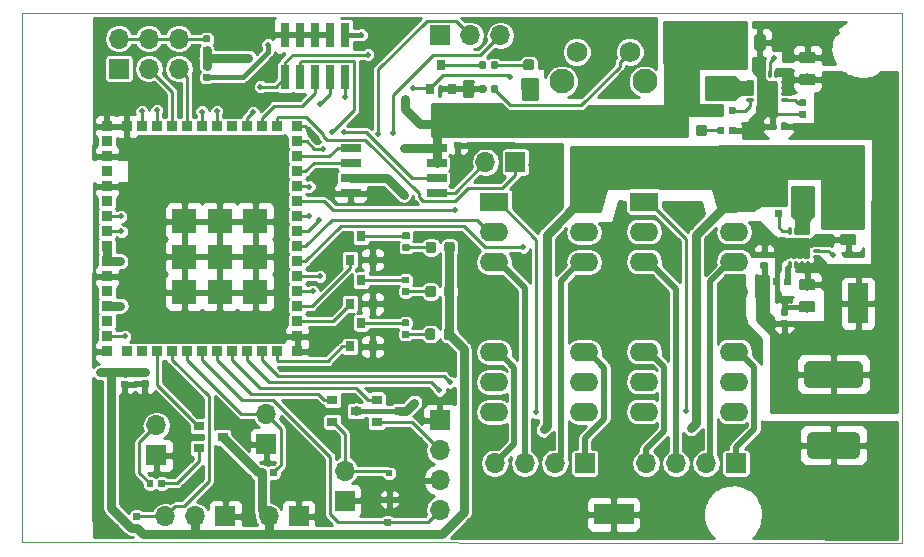
<source format=gbr>
G04 #@! TF.GenerationSoftware,KiCad,Pcbnew,(6.0.0-rc1-dev-1030-g80d50d98b)*
G04 #@! TF.CreationDate,2019-02-11T22:54:27-07:00*
G04 #@! TF.ProjectId,airmed_board_w2.0,6169726D65645F626F6172645F77322E,rev?*
G04 #@! TF.SameCoordinates,Original*
G04 #@! TF.FileFunction,Copper,L1,Top*
G04 #@! TF.FilePolarity,Positive*
%FSLAX46Y46*%
G04 Gerber Fmt 4.6, Leading zero omitted, Abs format (unit mm)*
G04 Created by KiCad (PCBNEW (6.0.0-rc1-dev-1030-g80d50d98b)) date Monday, February 11, 2019 at 10:54:27 PM*
%MOMM*%
%LPD*%
G01*
G04 APERTURE LIST*
G04 #@! TA.AperFunction,NonConductor*
%ADD10C,0.050000*%
G04 #@! TD*
G04 #@! TA.AperFunction,ComponentPad*
%ADD11O,1.700000X1.700000*%
G04 #@! TD*
G04 #@! TA.AperFunction,ComponentPad*
%ADD12R,1.700000X1.700000*%
G04 #@! TD*
G04 #@! TA.AperFunction,SMDPad,CuDef*
%ADD13R,1.800000X3.400000*%
G04 #@! TD*
G04 #@! TA.AperFunction,SMDPad,CuDef*
%ADD14R,0.900000X0.800000*%
G04 #@! TD*
G04 #@! TA.AperFunction,SMDPad,CuDef*
%ADD15R,1.700000X0.650000*%
G04 #@! TD*
G04 #@! TA.AperFunction,SMDPad,CuDef*
%ADD16R,3.400000X1.800000*%
G04 #@! TD*
G04 #@! TA.AperFunction,ComponentPad*
%ADD17O,2.400000X1.600000*%
G04 #@! TD*
G04 #@! TA.AperFunction,ComponentPad*
%ADD18R,2.400000X1.600000*%
G04 #@! TD*
G04 #@! TA.AperFunction,SMDPad,CuDef*
%ADD19R,0.750000X2.100000*%
G04 #@! TD*
G04 #@! TA.AperFunction,Conductor*
%ADD20C,0.100000*%
G04 #@! TD*
G04 #@! TA.AperFunction,SMDPad,CuDef*
%ADD21C,0.590000*%
G04 #@! TD*
G04 #@! TA.AperFunction,SMDPad,CuDef*
%ADD22R,0.500000X0.500000*%
G04 #@! TD*
G04 #@! TA.AperFunction,ComponentPad*
%ADD23C,2.100000*%
G04 #@! TD*
G04 #@! TA.AperFunction,ComponentPad*
%ADD24C,1.750000*%
G04 #@! TD*
G04 #@! TA.AperFunction,SMDPad,CuDef*
%ADD25C,0.875000*%
G04 #@! TD*
G04 #@! TA.AperFunction,SMDPad,CuDef*
%ADD26R,2.100000X2.100000*%
G04 #@! TD*
G04 #@! TA.AperFunction,SMDPad,CuDef*
%ADD27R,0.900000X0.900000*%
G04 #@! TD*
G04 #@! TA.AperFunction,SMDPad,CuDef*
%ADD28R,1.800000X1.800000*%
G04 #@! TD*
G04 #@! TA.AperFunction,SMDPad,CuDef*
%ADD29O,0.300000X0.750000*%
G04 #@! TD*
G04 #@! TA.AperFunction,SMDPad,CuDef*
%ADD30O,0.750000X0.300000*%
G04 #@! TD*
G04 #@! TA.AperFunction,SMDPad,CuDef*
%ADD31R,2.000000X0.800000*%
G04 #@! TD*
G04 #@! TA.AperFunction,SMDPad,CuDef*
%ADD32R,0.800000X2.000000*%
G04 #@! TD*
G04 #@! TA.AperFunction,SMDPad,CuDef*
%ADD33C,0.975000*%
G04 #@! TD*
G04 #@! TA.AperFunction,SMDPad,CuDef*
%ADD34R,0.800000X0.900000*%
G04 #@! TD*
G04 #@! TA.AperFunction,ComponentPad*
%ADD35C,2.300000*%
G04 #@! TD*
G04 #@! TA.AperFunction,ViaPad*
%ADD36C,0.508000*%
G04 #@! TD*
G04 #@! TA.AperFunction,Conductor*
%ADD37C,0.254000*%
G04 #@! TD*
G04 #@! TA.AperFunction,Conductor*
%ADD38C,0.381000*%
G04 #@! TD*
G04 #@! TA.AperFunction,Conductor*
%ADD39C,0.762000*%
G04 #@! TD*
G04 #@! TA.AperFunction,Conductor*
%ADD40C,0.508000*%
G04 #@! TD*
G04 APERTURE END LIST*
D10*
X113487200Y-135255000D02*
X113487200Y-90474800D01*
X187934600Y-135382000D02*
X113487200Y-135255000D01*
X187934600Y-90500200D02*
X187934600Y-135382000D01*
X113487200Y-90474800D02*
X187934600Y-90500200D01*
D11*
G04 #@! TO.P,J5,2*
G04 #@! TO.N,Net-(IC2-Pad5)*
X152704800Y-103098600D03*
D12*
G04 #@! TO.P,J5,1*
G04 #@! TO.N,/FLASH_MOSI*
X155244800Y-103098600D03*
G04 #@! TD*
D13*
G04 #@! TO.P,TP1,1*
G04 #@! TO.N,+12V*
X184251600Y-115036600D03*
G04 #@! TD*
D14*
G04 #@! TO.P,Q7,3*
G04 #@! TO.N,+3V3*
X130438400Y-126390400D03*
G04 #@! TO.P,Q7,2*
G04 #@! TO.N,Net-(Q7-Pad2)*
X128438400Y-127340400D03*
G04 #@! TO.P,Q7,1*
G04 #@! TO.N,/GPIO1*
X128438400Y-125440400D03*
G04 #@! TD*
D15*
G04 #@! TO.P,IC2,8*
G04 #@! TO.N,+3V3*
X148582400Y-101904800D03*
G04 #@! TO.P,IC2,7*
X148582400Y-103174800D03*
G04 #@! TO.P,IC2,6*
G04 #@! TO.N,/FLASH_CLK*
X148582400Y-104444800D03*
G04 #@! TO.P,IC2,5*
G04 #@! TO.N,Net-(IC2-Pad5)*
X148582400Y-105714800D03*
G04 #@! TO.P,IC2,4*
G04 #@! TO.N,GND*
X141282400Y-105714800D03*
G04 #@! TO.P,IC2,3*
G04 #@! TO.N,+3V3*
X141282400Y-104444800D03*
G04 #@! TO.P,IC2,2*
G04 #@! TO.N,/FLASH_MISO*
X141282400Y-103174800D03*
G04 #@! TO.P,IC2,1*
G04 #@! TO.N,/FLASH_nCS*
X141282400Y-101904800D03*
G04 #@! TD*
D11*
G04 #@! TO.P,J9,4*
G04 #@! TO.N,/GPIO4*
X148844000Y-132562600D03*
G04 #@! TO.P,J9,3*
G04 #@! TO.N,GND*
X148844000Y-130022600D03*
G04 #@! TO.P,J9,2*
G04 #@! TO.N,Net-(J9-Pad2)*
X148844000Y-127482600D03*
D12*
G04 #@! TO.P,J9,1*
G04 #@! TO.N,GND*
X148844000Y-124942600D03*
G04 #@! TD*
D14*
G04 #@! TO.P,Q5,3*
G04 #@! TO.N,+12V*
X145500600Y-124155200D03*
G04 #@! TO.P,Q5,2*
G04 #@! TO.N,Net-(J9-Pad2)*
X143500600Y-125105200D03*
G04 #@! TO.P,Q5,1*
G04 #@! TO.N,/GPIO6*
X143500600Y-123205200D03*
G04 #@! TD*
D11*
G04 #@! TO.P,J1,3*
G04 #@! TO.N,/GPIO12*
X153949400Y-92354400D03*
G04 #@! TO.P,J1,2*
G04 #@! TO.N,/GPIO13*
X151409400Y-92354400D03*
D12*
G04 #@! TO.P,J1,1*
G04 #@! TO.N,+3V3*
X148869400Y-92354400D03*
G04 #@! TD*
D16*
G04 #@! TO.P,TP11,1*
G04 #@! TO.N,GND*
X163563300Y-132930900D03*
G04 #@! TD*
D11*
G04 #@! TO.P,J10,2*
G04 #@! TO.N,Net-(J10-Pad2)*
X124834477Y-125374337D03*
D12*
G04 #@! TO.P,J10,1*
G04 #@! TO.N,GND*
X124834477Y-127914337D03*
G04 #@! TD*
D17*
G04 #@! TO.P,U3,16*
G04 #@! TO.N,+5V*
X173760644Y-106435512D03*
G04 #@! TO.P,U3,8*
X166140644Y-124215512D03*
G04 #@! TO.P,U3,15*
G04 #@! TO.N,/GPIO28*
X173760644Y-108975512D03*
G04 #@! TO.P,U3,7*
G04 #@! TO.N,/GPIO14*
X166140644Y-121675512D03*
G04 #@! TO.P,U3,14*
G04 #@! TO.N,Net-(M1-Pad2)*
X173760644Y-111515512D03*
G04 #@! TO.P,U3,6*
G04 #@! TO.N,Net-(M1-Pad4)*
X166140644Y-119135512D03*
G04 #@! TO.P,U3,13*
G04 #@! TO.N,GND*
X173760644Y-114055512D03*
G04 #@! TO.P,U3,5*
X166140644Y-116595512D03*
G04 #@! TO.P,U3,12*
X173760644Y-116595512D03*
G04 #@! TO.P,U3,4*
X166140644Y-114055512D03*
G04 #@! TO.P,U3,11*
G04 #@! TO.N,Net-(M1-Pad1)*
X173760644Y-119135512D03*
G04 #@! TO.P,U3,3*
G04 #@! TO.N,Net-(M1-Pad3)*
X166140644Y-111515512D03*
G04 #@! TO.P,U3,10*
G04 #@! TO.N,/GPIO15*
X173760644Y-121675512D03*
G04 #@! TO.P,U3,2*
G04 #@! TO.N,/GPIO22*
X166140644Y-108975512D03*
G04 #@! TO.P,U3,9*
G04 #@! TO.N,/GPIO26*
X173760644Y-124215512D03*
D18*
G04 #@! TO.P,U3,1*
X166140644Y-106435512D03*
G04 #@! TD*
D19*
G04 #@! TO.P,J4,9*
G04 #@! TO.N,GND*
X135737600Y-92332400D03*
G04 #@! TO.P,J4,10*
G04 #@! TO.N,/nRESET*
X135737600Y-95932400D03*
G04 #@! TO.P,J4,7*
G04 #@! TO.N,GND*
X137007600Y-92332400D03*
G04 #@! TO.P,J4,8*
G04 #@! TO.N,/JTAG_TDI*
X137007600Y-95932400D03*
G04 #@! TO.P,J4,5*
G04 #@! TO.N,GND*
X138277600Y-92332400D03*
G04 #@! TO.P,J4,6*
G04 #@! TO.N,/JTAG_TDO*
X138277600Y-95932400D03*
G04 #@! TO.P,J4,3*
G04 #@! TO.N,GND*
X139547600Y-92332400D03*
G04 #@! TO.P,J4,4*
G04 #@! TO.N,/JTAG_TCK*
X139547600Y-95932400D03*
G04 #@! TO.P,J4,1*
G04 #@! TO.N,Net-(J4-Pad1)*
X140817600Y-92332400D03*
G04 #@! TO.P,J4,2*
G04 #@! TO.N,/JTAG_TMS*
X140817600Y-95932400D03*
G04 #@! TD*
D11*
G04 #@! TO.P,J8,2*
G04 #@! TO.N,/GPIO3*
X134137400Y-124434600D03*
D12*
G04 #@! TO.P,J8,1*
G04 #@! TO.N,GND*
X134137400Y-126974600D03*
G04 #@! TD*
D11*
G04 #@! TO.P,J12,3*
G04 #@! TO.N,/GPIO2*
X125603000Y-133096000D03*
G04 #@! TO.P,J12,2*
G04 #@! TO.N,+3V3*
X128143000Y-133096000D03*
D12*
G04 #@! TO.P,J12,1*
G04 #@! TO.N,GND*
X130683000Y-133096000D03*
G04 #@! TD*
D11*
G04 #@! TO.P,J11,2*
G04 #@! TO.N,+3V3*
X134340600Y-133096000D03*
D12*
G04 #@! TO.P,J11,1*
G04 #@! TO.N,GND*
X136880600Y-133096000D03*
G04 #@! TD*
D11*
G04 #@! TO.P,J7,2*
G04 #@! TO.N,Net-(D6-Pad1)*
X140792200Y-129235200D03*
D12*
G04 #@! TO.P,J7,1*
G04 #@! TO.N,GND*
X140792200Y-131775200D03*
G04 #@! TD*
D20*
G04 #@! TO.N,+3V3*
G04 #@! TO.C,R17*
G36*
X123351558Y-133769310D02*
X123365876Y-133771434D01*
X123379917Y-133774951D01*
X123393546Y-133779828D01*
X123406631Y-133786017D01*
X123419047Y-133793458D01*
X123430673Y-133802081D01*
X123441398Y-133811802D01*
X123451119Y-133822527D01*
X123459742Y-133834153D01*
X123467183Y-133846569D01*
X123473372Y-133859654D01*
X123478249Y-133873283D01*
X123481766Y-133887324D01*
X123483890Y-133901642D01*
X123484600Y-133916100D01*
X123484600Y-134211100D01*
X123483890Y-134225558D01*
X123481766Y-134239876D01*
X123478249Y-134253917D01*
X123473372Y-134267546D01*
X123467183Y-134280631D01*
X123459742Y-134293047D01*
X123451119Y-134304673D01*
X123441398Y-134315398D01*
X123430673Y-134325119D01*
X123419047Y-134333742D01*
X123406631Y-134341183D01*
X123393546Y-134347372D01*
X123379917Y-134352249D01*
X123365876Y-134355766D01*
X123351558Y-134357890D01*
X123337100Y-134358600D01*
X122992100Y-134358600D01*
X122977642Y-134357890D01*
X122963324Y-134355766D01*
X122949283Y-134352249D01*
X122935654Y-134347372D01*
X122922569Y-134341183D01*
X122910153Y-134333742D01*
X122898527Y-134325119D01*
X122887802Y-134315398D01*
X122878081Y-134304673D01*
X122869458Y-134293047D01*
X122862017Y-134280631D01*
X122855828Y-134267546D01*
X122850951Y-134253917D01*
X122847434Y-134239876D01*
X122845310Y-134225558D01*
X122844600Y-134211100D01*
X122844600Y-133916100D01*
X122845310Y-133901642D01*
X122847434Y-133887324D01*
X122850951Y-133873283D01*
X122855828Y-133859654D01*
X122862017Y-133846569D01*
X122869458Y-133834153D01*
X122878081Y-133822527D01*
X122887802Y-133811802D01*
X122898527Y-133802081D01*
X122910153Y-133793458D01*
X122922569Y-133786017D01*
X122935654Y-133779828D01*
X122949283Y-133774951D01*
X122963324Y-133771434D01*
X122977642Y-133769310D01*
X122992100Y-133768600D01*
X123337100Y-133768600D01*
X123351558Y-133769310D01*
X123351558Y-133769310D01*
G37*
D21*
G04 #@! TD*
G04 #@! TO.P,R17,2*
G04 #@! TO.N,+3V3*
X123164600Y-134063600D03*
D20*
G04 #@! TO.N,/GPIO2*
G04 #@! TO.C,R17*
G36*
X123351558Y-132799310D02*
X123365876Y-132801434D01*
X123379917Y-132804951D01*
X123393546Y-132809828D01*
X123406631Y-132816017D01*
X123419047Y-132823458D01*
X123430673Y-132832081D01*
X123441398Y-132841802D01*
X123451119Y-132852527D01*
X123459742Y-132864153D01*
X123467183Y-132876569D01*
X123473372Y-132889654D01*
X123478249Y-132903283D01*
X123481766Y-132917324D01*
X123483890Y-132931642D01*
X123484600Y-132946100D01*
X123484600Y-133241100D01*
X123483890Y-133255558D01*
X123481766Y-133269876D01*
X123478249Y-133283917D01*
X123473372Y-133297546D01*
X123467183Y-133310631D01*
X123459742Y-133323047D01*
X123451119Y-133334673D01*
X123441398Y-133345398D01*
X123430673Y-133355119D01*
X123419047Y-133363742D01*
X123406631Y-133371183D01*
X123393546Y-133377372D01*
X123379917Y-133382249D01*
X123365876Y-133385766D01*
X123351558Y-133387890D01*
X123337100Y-133388600D01*
X122992100Y-133388600D01*
X122977642Y-133387890D01*
X122963324Y-133385766D01*
X122949283Y-133382249D01*
X122935654Y-133377372D01*
X122922569Y-133371183D01*
X122910153Y-133363742D01*
X122898527Y-133355119D01*
X122887802Y-133345398D01*
X122878081Y-133334673D01*
X122869458Y-133323047D01*
X122862017Y-133310631D01*
X122855828Y-133297546D01*
X122850951Y-133283917D01*
X122847434Y-133269876D01*
X122845310Y-133255558D01*
X122844600Y-133241100D01*
X122844600Y-132946100D01*
X122845310Y-132931642D01*
X122847434Y-132917324D01*
X122850951Y-132903283D01*
X122855828Y-132889654D01*
X122862017Y-132876569D01*
X122869458Y-132864153D01*
X122878081Y-132852527D01*
X122887802Y-132841802D01*
X122898527Y-132832081D01*
X122910153Y-132823458D01*
X122922569Y-132816017D01*
X122935654Y-132809828D01*
X122949283Y-132804951D01*
X122963324Y-132801434D01*
X122977642Y-132799310D01*
X122992100Y-132798600D01*
X123337100Y-132798600D01*
X123351558Y-132799310D01*
X123351558Y-132799310D01*
G37*
D21*
G04 #@! TD*
G04 #@! TO.P,R17,1*
G04 #@! TO.N,/GPIO2*
X123164600Y-133093600D03*
D20*
G04 #@! TO.N,Net-(J10-Pad2)*
G04 #@! TO.C,R16*
G36*
X124460635Y-129982647D02*
X124474953Y-129984771D01*
X124488994Y-129988288D01*
X124502623Y-129993165D01*
X124515708Y-129999354D01*
X124528124Y-130006795D01*
X124539750Y-130015418D01*
X124550475Y-130025139D01*
X124560196Y-130035864D01*
X124568819Y-130047490D01*
X124576260Y-130059906D01*
X124582449Y-130072991D01*
X124587326Y-130086620D01*
X124590843Y-130100661D01*
X124592967Y-130114979D01*
X124593677Y-130129437D01*
X124593677Y-130474437D01*
X124592967Y-130488895D01*
X124590843Y-130503213D01*
X124587326Y-130517254D01*
X124582449Y-130530883D01*
X124576260Y-130543968D01*
X124568819Y-130556384D01*
X124560196Y-130568010D01*
X124550475Y-130578735D01*
X124539750Y-130588456D01*
X124528124Y-130597079D01*
X124515708Y-130604520D01*
X124502623Y-130610709D01*
X124488994Y-130615586D01*
X124474953Y-130619103D01*
X124460635Y-130621227D01*
X124446177Y-130621937D01*
X124151177Y-130621937D01*
X124136719Y-130621227D01*
X124122401Y-130619103D01*
X124108360Y-130615586D01*
X124094731Y-130610709D01*
X124081646Y-130604520D01*
X124069230Y-130597079D01*
X124057604Y-130588456D01*
X124046879Y-130578735D01*
X124037158Y-130568010D01*
X124028535Y-130556384D01*
X124021094Y-130543968D01*
X124014905Y-130530883D01*
X124010028Y-130517254D01*
X124006511Y-130503213D01*
X124004387Y-130488895D01*
X124003677Y-130474437D01*
X124003677Y-130129437D01*
X124004387Y-130114979D01*
X124006511Y-130100661D01*
X124010028Y-130086620D01*
X124014905Y-130072991D01*
X124021094Y-130059906D01*
X124028535Y-130047490D01*
X124037158Y-130035864D01*
X124046879Y-130025139D01*
X124057604Y-130015418D01*
X124069230Y-130006795D01*
X124081646Y-129999354D01*
X124094731Y-129993165D01*
X124108360Y-129988288D01*
X124122401Y-129984771D01*
X124136719Y-129982647D01*
X124151177Y-129981937D01*
X124446177Y-129981937D01*
X124460635Y-129982647D01*
X124460635Y-129982647D01*
G37*
D21*
G04 #@! TD*
G04 #@! TO.P,R16,2*
G04 #@! TO.N,Net-(J10-Pad2)*
X124298677Y-130301937D03*
D20*
G04 #@! TO.N,Net-(Q7-Pad2)*
G04 #@! TO.C,R16*
G36*
X125430635Y-129982647D02*
X125444953Y-129984771D01*
X125458994Y-129988288D01*
X125472623Y-129993165D01*
X125485708Y-129999354D01*
X125498124Y-130006795D01*
X125509750Y-130015418D01*
X125520475Y-130025139D01*
X125530196Y-130035864D01*
X125538819Y-130047490D01*
X125546260Y-130059906D01*
X125552449Y-130072991D01*
X125557326Y-130086620D01*
X125560843Y-130100661D01*
X125562967Y-130114979D01*
X125563677Y-130129437D01*
X125563677Y-130474437D01*
X125562967Y-130488895D01*
X125560843Y-130503213D01*
X125557326Y-130517254D01*
X125552449Y-130530883D01*
X125546260Y-130543968D01*
X125538819Y-130556384D01*
X125530196Y-130568010D01*
X125520475Y-130578735D01*
X125509750Y-130588456D01*
X125498124Y-130597079D01*
X125485708Y-130604520D01*
X125472623Y-130610709D01*
X125458994Y-130615586D01*
X125444953Y-130619103D01*
X125430635Y-130621227D01*
X125416177Y-130621937D01*
X125121177Y-130621937D01*
X125106719Y-130621227D01*
X125092401Y-130619103D01*
X125078360Y-130615586D01*
X125064731Y-130610709D01*
X125051646Y-130604520D01*
X125039230Y-130597079D01*
X125027604Y-130588456D01*
X125016879Y-130578735D01*
X125007158Y-130568010D01*
X124998535Y-130556384D01*
X124991094Y-130543968D01*
X124984905Y-130530883D01*
X124980028Y-130517254D01*
X124976511Y-130503213D01*
X124974387Y-130488895D01*
X124973677Y-130474437D01*
X124973677Y-130129437D01*
X124974387Y-130114979D01*
X124976511Y-130100661D01*
X124980028Y-130086620D01*
X124984905Y-130072991D01*
X124991094Y-130059906D01*
X124998535Y-130047490D01*
X125007158Y-130035864D01*
X125016879Y-130025139D01*
X125027604Y-130015418D01*
X125039230Y-130006795D01*
X125051646Y-129999354D01*
X125064731Y-129993165D01*
X125078360Y-129988288D01*
X125092401Y-129984771D01*
X125106719Y-129982647D01*
X125121177Y-129981937D01*
X125416177Y-129981937D01*
X125430635Y-129982647D01*
X125430635Y-129982647D01*
G37*
D21*
G04 #@! TD*
G04 #@! TO.P,R16,1*
G04 #@! TO.N,Net-(Q7-Pad2)*
X125268677Y-130301937D03*
D20*
G04 #@! TO.N,+3V3*
G04 #@! TO.C,R15*
G36*
X144611358Y-134277310D02*
X144625676Y-134279434D01*
X144639717Y-134282951D01*
X144653346Y-134287828D01*
X144666431Y-134294017D01*
X144678847Y-134301458D01*
X144690473Y-134310081D01*
X144701198Y-134319802D01*
X144710919Y-134330527D01*
X144719542Y-134342153D01*
X144726983Y-134354569D01*
X144733172Y-134367654D01*
X144738049Y-134381283D01*
X144741566Y-134395324D01*
X144743690Y-134409642D01*
X144744400Y-134424100D01*
X144744400Y-134719100D01*
X144743690Y-134733558D01*
X144741566Y-134747876D01*
X144738049Y-134761917D01*
X144733172Y-134775546D01*
X144726983Y-134788631D01*
X144719542Y-134801047D01*
X144710919Y-134812673D01*
X144701198Y-134823398D01*
X144690473Y-134833119D01*
X144678847Y-134841742D01*
X144666431Y-134849183D01*
X144653346Y-134855372D01*
X144639717Y-134860249D01*
X144625676Y-134863766D01*
X144611358Y-134865890D01*
X144596900Y-134866600D01*
X144251900Y-134866600D01*
X144237442Y-134865890D01*
X144223124Y-134863766D01*
X144209083Y-134860249D01*
X144195454Y-134855372D01*
X144182369Y-134849183D01*
X144169953Y-134841742D01*
X144158327Y-134833119D01*
X144147602Y-134823398D01*
X144137881Y-134812673D01*
X144129258Y-134801047D01*
X144121817Y-134788631D01*
X144115628Y-134775546D01*
X144110751Y-134761917D01*
X144107234Y-134747876D01*
X144105110Y-134733558D01*
X144104400Y-134719100D01*
X144104400Y-134424100D01*
X144105110Y-134409642D01*
X144107234Y-134395324D01*
X144110751Y-134381283D01*
X144115628Y-134367654D01*
X144121817Y-134354569D01*
X144129258Y-134342153D01*
X144137881Y-134330527D01*
X144147602Y-134319802D01*
X144158327Y-134310081D01*
X144169953Y-134301458D01*
X144182369Y-134294017D01*
X144195454Y-134287828D01*
X144209083Y-134282951D01*
X144223124Y-134279434D01*
X144237442Y-134277310D01*
X144251900Y-134276600D01*
X144596900Y-134276600D01*
X144611358Y-134277310D01*
X144611358Y-134277310D01*
G37*
D21*
G04 #@! TD*
G04 #@! TO.P,R15,2*
G04 #@! TO.N,+3V3*
X144424400Y-134571600D03*
D20*
G04 #@! TO.N,/GPIO4*
G04 #@! TO.C,R15*
G36*
X144611358Y-133307310D02*
X144625676Y-133309434D01*
X144639717Y-133312951D01*
X144653346Y-133317828D01*
X144666431Y-133324017D01*
X144678847Y-133331458D01*
X144690473Y-133340081D01*
X144701198Y-133349802D01*
X144710919Y-133360527D01*
X144719542Y-133372153D01*
X144726983Y-133384569D01*
X144733172Y-133397654D01*
X144738049Y-133411283D01*
X144741566Y-133425324D01*
X144743690Y-133439642D01*
X144744400Y-133454100D01*
X144744400Y-133749100D01*
X144743690Y-133763558D01*
X144741566Y-133777876D01*
X144738049Y-133791917D01*
X144733172Y-133805546D01*
X144726983Y-133818631D01*
X144719542Y-133831047D01*
X144710919Y-133842673D01*
X144701198Y-133853398D01*
X144690473Y-133863119D01*
X144678847Y-133871742D01*
X144666431Y-133879183D01*
X144653346Y-133885372D01*
X144639717Y-133890249D01*
X144625676Y-133893766D01*
X144611358Y-133895890D01*
X144596900Y-133896600D01*
X144251900Y-133896600D01*
X144237442Y-133895890D01*
X144223124Y-133893766D01*
X144209083Y-133890249D01*
X144195454Y-133885372D01*
X144182369Y-133879183D01*
X144169953Y-133871742D01*
X144158327Y-133863119D01*
X144147602Y-133853398D01*
X144137881Y-133842673D01*
X144129258Y-133831047D01*
X144121817Y-133818631D01*
X144115628Y-133805546D01*
X144110751Y-133791917D01*
X144107234Y-133777876D01*
X144105110Y-133763558D01*
X144104400Y-133749100D01*
X144104400Y-133454100D01*
X144105110Y-133439642D01*
X144107234Y-133425324D01*
X144110751Y-133411283D01*
X144115628Y-133397654D01*
X144121817Y-133384569D01*
X144129258Y-133372153D01*
X144137881Y-133360527D01*
X144147602Y-133349802D01*
X144158327Y-133340081D01*
X144169953Y-133331458D01*
X144182369Y-133324017D01*
X144195454Y-133317828D01*
X144209083Y-133312951D01*
X144223124Y-133309434D01*
X144237442Y-133307310D01*
X144251900Y-133306600D01*
X144596900Y-133306600D01*
X144611358Y-133307310D01*
X144611358Y-133307310D01*
G37*
D21*
G04 #@! TD*
G04 #@! TO.P,R15,1*
G04 #@! TO.N,/GPIO4*
X144424400Y-133601600D03*
D20*
G04 #@! TO.N,+3V3*
G04 #@! TO.C,R6*
G36*
X133941358Y-129042910D02*
X133955676Y-129045034D01*
X133969717Y-129048551D01*
X133983346Y-129053428D01*
X133996431Y-129059617D01*
X134008847Y-129067058D01*
X134020473Y-129075681D01*
X134031198Y-129085402D01*
X134040919Y-129096127D01*
X134049542Y-129107753D01*
X134056983Y-129120169D01*
X134063172Y-129133254D01*
X134068049Y-129146883D01*
X134071566Y-129160924D01*
X134073690Y-129175242D01*
X134074400Y-129189700D01*
X134074400Y-129534700D01*
X134073690Y-129549158D01*
X134071566Y-129563476D01*
X134068049Y-129577517D01*
X134063172Y-129591146D01*
X134056983Y-129604231D01*
X134049542Y-129616647D01*
X134040919Y-129628273D01*
X134031198Y-129638998D01*
X134020473Y-129648719D01*
X134008847Y-129657342D01*
X133996431Y-129664783D01*
X133983346Y-129670972D01*
X133969717Y-129675849D01*
X133955676Y-129679366D01*
X133941358Y-129681490D01*
X133926900Y-129682200D01*
X133631900Y-129682200D01*
X133617442Y-129681490D01*
X133603124Y-129679366D01*
X133589083Y-129675849D01*
X133575454Y-129670972D01*
X133562369Y-129664783D01*
X133549953Y-129657342D01*
X133538327Y-129648719D01*
X133527602Y-129638998D01*
X133517881Y-129628273D01*
X133509258Y-129616647D01*
X133501817Y-129604231D01*
X133495628Y-129591146D01*
X133490751Y-129577517D01*
X133487234Y-129563476D01*
X133485110Y-129549158D01*
X133484400Y-129534700D01*
X133484400Y-129189700D01*
X133485110Y-129175242D01*
X133487234Y-129160924D01*
X133490751Y-129146883D01*
X133495628Y-129133254D01*
X133501817Y-129120169D01*
X133509258Y-129107753D01*
X133517881Y-129096127D01*
X133527602Y-129085402D01*
X133538327Y-129075681D01*
X133549953Y-129067058D01*
X133562369Y-129059617D01*
X133575454Y-129053428D01*
X133589083Y-129048551D01*
X133603124Y-129045034D01*
X133617442Y-129042910D01*
X133631900Y-129042200D01*
X133926900Y-129042200D01*
X133941358Y-129042910D01*
X133941358Y-129042910D01*
G37*
D21*
G04 #@! TD*
G04 #@! TO.P,R6,2*
G04 #@! TO.N,+3V3*
X133779400Y-129362200D03*
D20*
G04 #@! TO.N,/GPIO3*
G04 #@! TO.C,R6*
G36*
X134911358Y-129042910D02*
X134925676Y-129045034D01*
X134939717Y-129048551D01*
X134953346Y-129053428D01*
X134966431Y-129059617D01*
X134978847Y-129067058D01*
X134990473Y-129075681D01*
X135001198Y-129085402D01*
X135010919Y-129096127D01*
X135019542Y-129107753D01*
X135026983Y-129120169D01*
X135033172Y-129133254D01*
X135038049Y-129146883D01*
X135041566Y-129160924D01*
X135043690Y-129175242D01*
X135044400Y-129189700D01*
X135044400Y-129534700D01*
X135043690Y-129549158D01*
X135041566Y-129563476D01*
X135038049Y-129577517D01*
X135033172Y-129591146D01*
X135026983Y-129604231D01*
X135019542Y-129616647D01*
X135010919Y-129628273D01*
X135001198Y-129638998D01*
X134990473Y-129648719D01*
X134978847Y-129657342D01*
X134966431Y-129664783D01*
X134953346Y-129670972D01*
X134939717Y-129675849D01*
X134925676Y-129679366D01*
X134911358Y-129681490D01*
X134896900Y-129682200D01*
X134601900Y-129682200D01*
X134587442Y-129681490D01*
X134573124Y-129679366D01*
X134559083Y-129675849D01*
X134545454Y-129670972D01*
X134532369Y-129664783D01*
X134519953Y-129657342D01*
X134508327Y-129648719D01*
X134497602Y-129638998D01*
X134487881Y-129628273D01*
X134479258Y-129616647D01*
X134471817Y-129604231D01*
X134465628Y-129591146D01*
X134460751Y-129577517D01*
X134457234Y-129563476D01*
X134455110Y-129549158D01*
X134454400Y-129534700D01*
X134454400Y-129189700D01*
X134455110Y-129175242D01*
X134457234Y-129160924D01*
X134460751Y-129146883D01*
X134465628Y-129133254D01*
X134471817Y-129120169D01*
X134479258Y-129107753D01*
X134487881Y-129096127D01*
X134497602Y-129085402D01*
X134508327Y-129075681D01*
X134519953Y-129067058D01*
X134532369Y-129059617D01*
X134545454Y-129053428D01*
X134559083Y-129048551D01*
X134573124Y-129045034D01*
X134587442Y-129042910D01*
X134601900Y-129042200D01*
X134896900Y-129042200D01*
X134911358Y-129042910D01*
X134911358Y-129042910D01*
G37*
D21*
G04 #@! TD*
G04 #@! TO.P,R6,1*
G04 #@! TO.N,/GPIO3*
X134749400Y-129362200D03*
D14*
G04 #@! TO.P,Q6,3*
G04 #@! TO.N,+12V*
X141741400Y-124155200D03*
G04 #@! TO.P,Q6,2*
G04 #@! TO.N,Net-(D6-Pad1)*
X139741400Y-125105200D03*
G04 #@! TO.P,Q6,1*
G04 #@! TO.N,/GPIO5*
X139741400Y-123205200D03*
G04 #@! TD*
D11*
G04 #@! TO.P,M1,4*
G04 #@! TO.N,Net-(M1-Pad4)*
X166293044Y-128584312D03*
G04 #@! TO.P,M1,3*
G04 #@! TO.N,Net-(M1-Pad3)*
X168833044Y-128584312D03*
G04 #@! TO.P,M1,2*
G04 #@! TO.N,Net-(M1-Pad2)*
X171373044Y-128584312D03*
D12*
G04 #@! TO.P,M1,1*
G04 #@! TO.N,Net-(M1-Pad1)*
X173913044Y-128584312D03*
G04 #@! TD*
D22*
G04 #@! TO.P,D6,2*
G04 #@! TO.N,GND*
X144551400Y-131630600D03*
G04 #@! TO.P,D6,1*
G04 #@! TO.N,Net-(D6-Pad1)*
X144551400Y-129430600D03*
G04 #@! TD*
D23*
G04 #@! TO.P,SW1,*
G04 #@! TO.N,*
X159176400Y-96266800D03*
D24*
G04 #@! TO.P,SW1,1*
G04 #@! TO.N,/nRESET*
X160426400Y-93776800D03*
G04 #@! TO.P,SW1,2*
G04 #@! TO.N,Net-(R8-Pad1)*
X164926400Y-93776800D03*
D23*
G04 #@! TO.P,SW1,*
G04 #@! TO.N,*
X166186400Y-96266800D03*
G04 #@! TD*
D20*
G04 #@! TO.N,GND*
G04 #@! TO.C,R5*
G36*
X173773358Y-100112310D02*
X173787676Y-100114434D01*
X173801717Y-100117951D01*
X173815346Y-100122828D01*
X173828431Y-100129017D01*
X173840847Y-100136458D01*
X173852473Y-100145081D01*
X173863198Y-100154802D01*
X173872919Y-100165527D01*
X173881542Y-100177153D01*
X173888983Y-100189569D01*
X173895172Y-100202654D01*
X173900049Y-100216283D01*
X173903566Y-100230324D01*
X173905690Y-100244642D01*
X173906400Y-100259100D01*
X173906400Y-100604100D01*
X173905690Y-100618558D01*
X173903566Y-100632876D01*
X173900049Y-100646917D01*
X173895172Y-100660546D01*
X173888983Y-100673631D01*
X173881542Y-100686047D01*
X173872919Y-100697673D01*
X173863198Y-100708398D01*
X173852473Y-100718119D01*
X173840847Y-100726742D01*
X173828431Y-100734183D01*
X173815346Y-100740372D01*
X173801717Y-100745249D01*
X173787676Y-100748766D01*
X173773358Y-100750890D01*
X173758900Y-100751600D01*
X173463900Y-100751600D01*
X173449442Y-100750890D01*
X173435124Y-100748766D01*
X173421083Y-100745249D01*
X173407454Y-100740372D01*
X173394369Y-100734183D01*
X173381953Y-100726742D01*
X173370327Y-100718119D01*
X173359602Y-100708398D01*
X173349881Y-100697673D01*
X173341258Y-100686047D01*
X173333817Y-100673631D01*
X173327628Y-100660546D01*
X173322751Y-100646917D01*
X173319234Y-100632876D01*
X173317110Y-100618558D01*
X173316400Y-100604100D01*
X173316400Y-100259100D01*
X173317110Y-100244642D01*
X173319234Y-100230324D01*
X173322751Y-100216283D01*
X173327628Y-100202654D01*
X173333817Y-100189569D01*
X173341258Y-100177153D01*
X173349881Y-100165527D01*
X173359602Y-100154802D01*
X173370327Y-100145081D01*
X173381953Y-100136458D01*
X173394369Y-100129017D01*
X173407454Y-100122828D01*
X173421083Y-100117951D01*
X173435124Y-100114434D01*
X173449442Y-100112310D01*
X173463900Y-100111600D01*
X173758900Y-100111600D01*
X173773358Y-100112310D01*
X173773358Y-100112310D01*
G37*
D21*
G04 #@! TD*
G04 #@! TO.P,R5,2*
G04 #@! TO.N,GND*
X173611400Y-100431600D03*
D20*
G04 #@! TO.N,Net-(D1-Pad1)*
G04 #@! TO.C,R5*
G36*
X172803358Y-100112310D02*
X172817676Y-100114434D01*
X172831717Y-100117951D01*
X172845346Y-100122828D01*
X172858431Y-100129017D01*
X172870847Y-100136458D01*
X172882473Y-100145081D01*
X172893198Y-100154802D01*
X172902919Y-100165527D01*
X172911542Y-100177153D01*
X172918983Y-100189569D01*
X172925172Y-100202654D01*
X172930049Y-100216283D01*
X172933566Y-100230324D01*
X172935690Y-100244642D01*
X172936400Y-100259100D01*
X172936400Y-100604100D01*
X172935690Y-100618558D01*
X172933566Y-100632876D01*
X172930049Y-100646917D01*
X172925172Y-100660546D01*
X172918983Y-100673631D01*
X172911542Y-100686047D01*
X172902919Y-100697673D01*
X172893198Y-100708398D01*
X172882473Y-100718119D01*
X172870847Y-100726742D01*
X172858431Y-100734183D01*
X172845346Y-100740372D01*
X172831717Y-100745249D01*
X172817676Y-100748766D01*
X172803358Y-100750890D01*
X172788900Y-100751600D01*
X172493900Y-100751600D01*
X172479442Y-100750890D01*
X172465124Y-100748766D01*
X172451083Y-100745249D01*
X172437454Y-100740372D01*
X172424369Y-100734183D01*
X172411953Y-100726742D01*
X172400327Y-100718119D01*
X172389602Y-100708398D01*
X172379881Y-100697673D01*
X172371258Y-100686047D01*
X172363817Y-100673631D01*
X172357628Y-100660546D01*
X172352751Y-100646917D01*
X172349234Y-100632876D01*
X172347110Y-100618558D01*
X172346400Y-100604100D01*
X172346400Y-100259100D01*
X172347110Y-100244642D01*
X172349234Y-100230324D01*
X172352751Y-100216283D01*
X172357628Y-100202654D01*
X172363817Y-100189569D01*
X172371258Y-100177153D01*
X172379881Y-100165527D01*
X172389602Y-100154802D01*
X172400327Y-100145081D01*
X172411953Y-100136458D01*
X172424369Y-100129017D01*
X172437454Y-100122828D01*
X172451083Y-100117951D01*
X172465124Y-100114434D01*
X172479442Y-100112310D01*
X172493900Y-100111600D01*
X172788900Y-100111600D01*
X172803358Y-100112310D01*
X172803358Y-100112310D01*
G37*
D21*
G04 #@! TD*
G04 #@! TO.P,R5,1*
G04 #@! TO.N,Net-(D1-Pad1)*
X172641400Y-100431600D03*
D20*
G04 #@! TO.N,+3V3*
G04 #@! TO.C,D1*
G36*
X171270155Y-98407261D02*
X171291390Y-98410411D01*
X171312214Y-98415627D01*
X171332426Y-98422859D01*
X171351832Y-98432038D01*
X171370245Y-98443074D01*
X171387488Y-98455862D01*
X171403394Y-98470278D01*
X171417810Y-98486184D01*
X171430598Y-98503427D01*
X171441634Y-98521840D01*
X171450813Y-98541246D01*
X171458045Y-98561458D01*
X171463261Y-98582282D01*
X171466411Y-98603517D01*
X171467464Y-98624958D01*
X171467464Y-99062458D01*
X171466411Y-99083899D01*
X171463261Y-99105134D01*
X171458045Y-99125958D01*
X171450813Y-99146170D01*
X171441634Y-99165576D01*
X171430598Y-99183989D01*
X171417810Y-99201232D01*
X171403394Y-99217138D01*
X171387488Y-99231554D01*
X171370245Y-99244342D01*
X171351832Y-99255378D01*
X171332426Y-99264557D01*
X171312214Y-99271789D01*
X171291390Y-99277005D01*
X171270155Y-99280155D01*
X171248714Y-99281208D01*
X170736214Y-99281208D01*
X170714773Y-99280155D01*
X170693538Y-99277005D01*
X170672714Y-99271789D01*
X170652502Y-99264557D01*
X170633096Y-99255378D01*
X170614683Y-99244342D01*
X170597440Y-99231554D01*
X170581534Y-99217138D01*
X170567118Y-99201232D01*
X170554330Y-99183989D01*
X170543294Y-99165576D01*
X170534115Y-99146170D01*
X170526883Y-99125958D01*
X170521667Y-99105134D01*
X170518517Y-99083899D01*
X170517464Y-99062458D01*
X170517464Y-98624958D01*
X170518517Y-98603517D01*
X170521667Y-98582282D01*
X170526883Y-98561458D01*
X170534115Y-98541246D01*
X170543294Y-98521840D01*
X170554330Y-98503427D01*
X170567118Y-98486184D01*
X170581534Y-98470278D01*
X170597440Y-98455862D01*
X170614683Y-98443074D01*
X170633096Y-98432038D01*
X170652502Y-98422859D01*
X170672714Y-98415627D01*
X170693538Y-98410411D01*
X170714773Y-98407261D01*
X170736214Y-98406208D01*
X171248714Y-98406208D01*
X171270155Y-98407261D01*
X171270155Y-98407261D01*
G37*
D25*
G04 #@! TD*
G04 #@! TO.P,D1,2*
G04 #@! TO.N,+3V3*
X170992464Y-98843708D03*
D20*
G04 #@! TO.N,Net-(D1-Pad1)*
G04 #@! TO.C,D1*
G36*
X171270155Y-99982261D02*
X171291390Y-99985411D01*
X171312214Y-99990627D01*
X171332426Y-99997859D01*
X171351832Y-100007038D01*
X171370245Y-100018074D01*
X171387488Y-100030862D01*
X171403394Y-100045278D01*
X171417810Y-100061184D01*
X171430598Y-100078427D01*
X171441634Y-100096840D01*
X171450813Y-100116246D01*
X171458045Y-100136458D01*
X171463261Y-100157282D01*
X171466411Y-100178517D01*
X171467464Y-100199958D01*
X171467464Y-100637458D01*
X171466411Y-100658899D01*
X171463261Y-100680134D01*
X171458045Y-100700958D01*
X171450813Y-100721170D01*
X171441634Y-100740576D01*
X171430598Y-100758989D01*
X171417810Y-100776232D01*
X171403394Y-100792138D01*
X171387488Y-100806554D01*
X171370245Y-100819342D01*
X171351832Y-100830378D01*
X171332426Y-100839557D01*
X171312214Y-100846789D01*
X171291390Y-100852005D01*
X171270155Y-100855155D01*
X171248714Y-100856208D01*
X170736214Y-100856208D01*
X170714773Y-100855155D01*
X170693538Y-100852005D01*
X170672714Y-100846789D01*
X170652502Y-100839557D01*
X170633096Y-100830378D01*
X170614683Y-100819342D01*
X170597440Y-100806554D01*
X170581534Y-100792138D01*
X170567118Y-100776232D01*
X170554330Y-100758989D01*
X170543294Y-100740576D01*
X170534115Y-100721170D01*
X170526883Y-100700958D01*
X170521667Y-100680134D01*
X170518517Y-100658899D01*
X170517464Y-100637458D01*
X170517464Y-100199958D01*
X170518517Y-100178517D01*
X170521667Y-100157282D01*
X170526883Y-100136458D01*
X170534115Y-100116246D01*
X170543294Y-100096840D01*
X170554330Y-100078427D01*
X170567118Y-100061184D01*
X170581534Y-100045278D01*
X170597440Y-100030862D01*
X170614683Y-100018074D01*
X170633096Y-100007038D01*
X170652502Y-99997859D01*
X170672714Y-99990627D01*
X170693538Y-99985411D01*
X170714773Y-99982261D01*
X170736214Y-99981208D01*
X171248714Y-99981208D01*
X171270155Y-99982261D01*
X171270155Y-99982261D01*
G37*
D25*
G04 #@! TD*
G04 #@! TO.P,D1,1*
G04 #@! TO.N,Net-(D1-Pad1)*
X170992464Y-100418708D03*
D26*
G04 #@! TO.P,IC1,63*
G04 #@! TO.N,GND*
X127201800Y-108101000D03*
G04 #@! TO.P,IC1,62*
X127201800Y-111101000D03*
G04 #@! TO.P,IC1,61*
X127201800Y-114101000D03*
G04 #@! TO.P,IC1,60*
X130201800Y-108101000D03*
G04 #@! TO.P,IC1,59*
X130201800Y-111101000D03*
G04 #@! TO.P,IC1,58*
X130201800Y-114101000D03*
G04 #@! TO.P,IC1,57*
X133201800Y-108101000D03*
G04 #@! TO.P,IC1,56*
X133201800Y-111101000D03*
G04 #@! TO.P,IC1,55*
X133201800Y-114101000D03*
D27*
G04 #@! TO.P,IC1,54*
G04 #@! TO.N,/GPIO9*
X135051800Y-119126000D03*
G04 #@! TO.P,IC1,53*
G04 #@! TO.N,/GPIO8*
X133781800Y-119126000D03*
G04 #@! TO.P,IC1,52*
G04 #@! TO.N,/GPIO7*
X132511800Y-119126000D03*
G04 #@! TO.P,IC1,51*
G04 #@! TO.N,/GPIO6*
X131241800Y-119126000D03*
G04 #@! TO.P,IC1,50*
G04 #@! TO.N,/GPIO5*
X129971800Y-119126000D03*
G04 #@! TO.P,IC1,49*
G04 #@! TO.N,/GPIO4*
X128701800Y-119126000D03*
G04 #@! TO.P,IC1,48*
G04 #@! TO.N,/GPIO3*
X127431800Y-119126000D03*
G04 #@! TO.P,IC1,47*
G04 #@! TO.N,/GPIO2*
X126161800Y-119126000D03*
G04 #@! TO.P,IC1,46*
G04 #@! TO.N,/GPIO1*
X124891800Y-119126000D03*
G04 #@! TO.P,IC1,45*
G04 #@! TO.N,Net-(IC1-Pad45)*
X123621800Y-119126000D03*
G04 #@! TO.P,IC1,44*
G04 #@! TO.N,/GPIO0*
X122351800Y-119126000D03*
G04 #@! TO.P,IC1,43*
G04 #@! TO.N,GND*
X120651800Y-119126000D03*
G04 #@! TO.P,IC1,42*
G04 #@! TO.N,/GPIO30*
X120651800Y-117856000D03*
G04 #@! TO.P,IC1,41*
G04 #@! TO.N,Net-(IC1-Pad41)*
X120651800Y-116586000D03*
G04 #@! TO.P,IC1,40*
G04 #@! TO.N,+3V3*
X120651800Y-115316000D03*
G04 #@! TO.P,IC1,39*
G04 #@! TO.N,Net-(IC1-Pad39)*
X120651800Y-114046000D03*
G04 #@! TO.P,IC1,38*
G04 #@! TO.N,GND*
X120651800Y-112776000D03*
G04 #@! TO.P,IC1,37*
G04 #@! TO.N,+3V3*
X120651800Y-111506000D03*
G04 #@! TO.P,IC1,36*
X120651800Y-110236000D03*
G04 #@! TO.P,IC1,35*
G04 #@! TO.N,/nRESET*
X120651800Y-108966000D03*
G04 #@! TO.P,IC1,34*
G04 #@! TO.N,/SOP0*
X120651800Y-107696000D03*
G04 #@! TO.P,IC1,33*
G04 #@! TO.N,Net-(IC1-Pad33)*
X120651800Y-106426000D03*
G04 #@! TO.P,IC1,32*
G04 #@! TO.N,GND*
X120651800Y-105156000D03*
G04 #@! TO.P,IC1,31*
G04 #@! TO.N,Net-(IC1-Pad31)*
X120651800Y-103886000D03*
G04 #@! TO.P,IC1,30*
G04 #@! TO.N,GND*
X120651800Y-102616000D03*
G04 #@! TO.P,IC1,29*
G04 #@! TO.N,Net-(IC1-Pad29)*
X120651800Y-101346000D03*
G04 #@! TO.P,IC1,28*
G04 #@! TO.N,GND*
X120651800Y-100076000D03*
G04 #@! TO.P,IC1,27*
X122351800Y-100076000D03*
G04 #@! TO.P,IC1,26*
G04 #@! TO.N,/GPIO27*
X123621800Y-100076000D03*
G04 #@! TO.P,IC1,25*
G04 #@! TO.N,/GPIO26*
X124891800Y-100076000D03*
G04 #@! TO.P,IC1,24*
G04 #@! TO.N,/SOP1*
X126161800Y-100076000D03*
G04 #@! TO.P,IC1,23*
G04 #@! TO.N,/SOP2*
X127431800Y-100076000D03*
G04 #@! TO.P,IC1,22*
G04 #@! TO.N,/JTAG_TMS*
X128701800Y-100076000D03*
G04 #@! TO.P,IC1,21*
G04 #@! TO.N,/JTAG_TCK*
X129971800Y-100076000D03*
G04 #@! TO.P,IC1,20*
G04 #@! TO.N,Net-(IC1-Pad20)*
X131241800Y-100076000D03*
G04 #@! TO.P,IC1,19*
G04 #@! TO.N,/GPIO28*
X132511800Y-100076000D03*
G04 #@! TO.P,IC1,18*
G04 #@! TO.N,/JTAG_TDO*
X133781800Y-100076000D03*
G04 #@! TO.P,IC1,17*
G04 #@! TO.N,/FLASH_MOSI*
X135051800Y-100076000D03*
G04 #@! TO.P,IC1,16*
G04 #@! TO.N,GND*
X136751800Y-100076000D03*
G04 #@! TO.P,IC1,15*
G04 #@! TO.N,/FLASH_CLK*
X136751800Y-101346000D03*
G04 #@! TO.P,IC1,14*
G04 #@! TO.N,/FLASH_nCS*
X136751800Y-102616000D03*
G04 #@! TO.P,IC1,13*
G04 #@! TO.N,/FLASH_MISO*
X136751800Y-103886000D03*
G04 #@! TO.P,IC1,12*
G04 #@! TO.N,/JTAG_TDI*
X136751800Y-105156000D03*
G04 #@! TO.P,IC1,11*
G04 #@! TO.N,/GPIO22*
X136751800Y-106426000D03*
G04 #@! TO.P,IC1,10*
G04 #@! TO.N,/GPIO13*
X136751800Y-107696000D03*
G04 #@! TO.P,IC1,9*
G04 #@! TO.N,/GPIO12*
X136751800Y-108966000D03*
G04 #@! TO.P,IC1,8*
G04 #@! TO.N,/GPIO17*
X136751800Y-110236000D03*
G04 #@! TO.P,IC1,7*
G04 #@! TO.N,/GPIO16*
X136751800Y-111506000D03*
G04 #@! TO.P,IC1,6*
G04 #@! TO.N,/GPIO15*
X136751800Y-112776000D03*
G04 #@! TO.P,IC1,5*
G04 #@! TO.N,/GPIO14*
X136751800Y-114046000D03*
G04 #@! TO.P,IC1,4*
G04 #@! TO.N,/GPIO11*
X136751800Y-115316000D03*
G04 #@! TO.P,IC1,3*
G04 #@! TO.N,/GPIO10*
X136751800Y-116586000D03*
G04 #@! TO.P,IC1,2*
G04 #@! TO.N,GND*
X136751800Y-117856000D03*
G04 #@! TO.P,IC1,1*
X136751800Y-119126000D03*
G04 #@! TD*
D28*
G04 #@! TO.P,U2,17*
G04 #@! TO.N,GND*
X176555064Y-97091208D03*
D29*
G04 #@! TO.P,U2,16*
X175805064Y-95616208D03*
G04 #@! TO.P,U2,15*
X176305064Y-95616208D03*
G04 #@! TO.P,U2,14*
G04 #@! TO.N,+3V3*
X176805064Y-95616208D03*
G04 #@! TO.P,U2,13*
G04 #@! TO.N,+12V*
X177305064Y-95616208D03*
D30*
G04 #@! TO.P,U2,12*
X178030064Y-96341208D03*
G04 #@! TO.P,U2,11*
X178030064Y-96841208D03*
G04 #@! TO.P,U2,10*
X178030064Y-97341208D03*
G04 #@! TO.P,U2,9*
G04 #@! TO.N,Net-(C15-Pad1)*
X178030064Y-97841208D03*
D29*
G04 #@! TO.P,U2,8*
G04 #@! TO.N,GND*
X177305064Y-98566208D03*
G04 #@! TO.P,U2,7*
X176805064Y-98566208D03*
G04 #@! TO.P,U2,6*
X176305064Y-98566208D03*
G04 #@! TO.P,U2,5*
X175805064Y-98566208D03*
D30*
G04 #@! TO.P,U2,4*
G04 #@! TO.N,Net-(R14-Pad2)*
X175080064Y-97841208D03*
G04 #@! TO.P,U2,3*
G04 #@! TO.N,Net-(L3-Pad1)*
X175080064Y-97341208D03*
G04 #@! TO.P,U2,2*
X175080064Y-96841208D03*
G04 #@! TO.P,U2,1*
X175080064Y-96341208D03*
G04 #@! TD*
D28*
G04 #@! TO.P,U1,17*
G04 #@! TO.N,GND*
X179271972Y-110374612D03*
D30*
G04 #@! TO.P,U1,16*
X180746972Y-109624612D03*
G04 #@! TO.P,U1,15*
X180746972Y-110124612D03*
G04 #@! TO.P,U1,14*
G04 #@! TO.N,+5V*
X180746972Y-110624612D03*
G04 #@! TO.P,U1,13*
G04 #@! TO.N,+12V*
X180746972Y-111124612D03*
D29*
G04 #@! TO.P,U1,12*
X180021972Y-111849612D03*
G04 #@! TO.P,U1,11*
X179521972Y-111849612D03*
G04 #@! TO.P,U1,10*
X179021972Y-111849612D03*
G04 #@! TO.P,U1,9*
G04 #@! TO.N,Net-(C14-Pad1)*
X178521972Y-111849612D03*
D30*
G04 #@! TO.P,U1,8*
G04 #@! TO.N,GND*
X177796972Y-111124612D03*
G04 #@! TO.P,U1,7*
X177796972Y-110624612D03*
G04 #@! TO.P,U1,6*
X177796972Y-110124612D03*
G04 #@! TO.P,U1,5*
X177796972Y-109624612D03*
D29*
G04 #@! TO.P,U1,4*
G04 #@! TO.N,Net-(R13-Pad2)*
X178521972Y-108899612D03*
G04 #@! TO.P,U1,3*
G04 #@! TO.N,Net-(L2-Pad1)*
X179021972Y-108899612D03*
G04 #@! TO.P,U1,2*
X179521972Y-108899612D03*
G04 #@! TO.P,U1,1*
X180021972Y-108899612D03*
G04 #@! TD*
D20*
G04 #@! TO.N,Net-(R14-Pad2)*
G04 #@! TO.C,R14*
G36*
X173747622Y-98422918D02*
X173761940Y-98425042D01*
X173775981Y-98428559D01*
X173789610Y-98433436D01*
X173802695Y-98439625D01*
X173815111Y-98447066D01*
X173826737Y-98455689D01*
X173837462Y-98465410D01*
X173847183Y-98476135D01*
X173855806Y-98487761D01*
X173863247Y-98500177D01*
X173869436Y-98513262D01*
X173874313Y-98526891D01*
X173877830Y-98540932D01*
X173879954Y-98555250D01*
X173880664Y-98569708D01*
X173880664Y-98914708D01*
X173879954Y-98929166D01*
X173877830Y-98943484D01*
X173874313Y-98957525D01*
X173869436Y-98971154D01*
X173863247Y-98984239D01*
X173855806Y-98996655D01*
X173847183Y-99008281D01*
X173837462Y-99019006D01*
X173826737Y-99028727D01*
X173815111Y-99037350D01*
X173802695Y-99044791D01*
X173789610Y-99050980D01*
X173775981Y-99055857D01*
X173761940Y-99059374D01*
X173747622Y-99061498D01*
X173733164Y-99062208D01*
X173438164Y-99062208D01*
X173423706Y-99061498D01*
X173409388Y-99059374D01*
X173395347Y-99055857D01*
X173381718Y-99050980D01*
X173368633Y-99044791D01*
X173356217Y-99037350D01*
X173344591Y-99028727D01*
X173333866Y-99019006D01*
X173324145Y-99008281D01*
X173315522Y-98996655D01*
X173308081Y-98984239D01*
X173301892Y-98971154D01*
X173297015Y-98957525D01*
X173293498Y-98943484D01*
X173291374Y-98929166D01*
X173290664Y-98914708D01*
X173290664Y-98569708D01*
X173291374Y-98555250D01*
X173293498Y-98540932D01*
X173297015Y-98526891D01*
X173301892Y-98513262D01*
X173308081Y-98500177D01*
X173315522Y-98487761D01*
X173324145Y-98476135D01*
X173333866Y-98465410D01*
X173344591Y-98455689D01*
X173356217Y-98447066D01*
X173368633Y-98439625D01*
X173381718Y-98433436D01*
X173395347Y-98428559D01*
X173409388Y-98425042D01*
X173423706Y-98422918D01*
X173438164Y-98422208D01*
X173733164Y-98422208D01*
X173747622Y-98422918D01*
X173747622Y-98422918D01*
G37*
D21*
G04 #@! TD*
G04 #@! TO.P,R14,2*
G04 #@! TO.N,Net-(R14-Pad2)*
X173585664Y-98742208D03*
D20*
G04 #@! TO.N,+3V3*
G04 #@! TO.C,R14*
G36*
X172777622Y-98422918D02*
X172791940Y-98425042D01*
X172805981Y-98428559D01*
X172819610Y-98433436D01*
X172832695Y-98439625D01*
X172845111Y-98447066D01*
X172856737Y-98455689D01*
X172867462Y-98465410D01*
X172877183Y-98476135D01*
X172885806Y-98487761D01*
X172893247Y-98500177D01*
X172899436Y-98513262D01*
X172904313Y-98526891D01*
X172907830Y-98540932D01*
X172909954Y-98555250D01*
X172910664Y-98569708D01*
X172910664Y-98914708D01*
X172909954Y-98929166D01*
X172907830Y-98943484D01*
X172904313Y-98957525D01*
X172899436Y-98971154D01*
X172893247Y-98984239D01*
X172885806Y-98996655D01*
X172877183Y-99008281D01*
X172867462Y-99019006D01*
X172856737Y-99028727D01*
X172845111Y-99037350D01*
X172832695Y-99044791D01*
X172819610Y-99050980D01*
X172805981Y-99055857D01*
X172791940Y-99059374D01*
X172777622Y-99061498D01*
X172763164Y-99062208D01*
X172468164Y-99062208D01*
X172453706Y-99061498D01*
X172439388Y-99059374D01*
X172425347Y-99055857D01*
X172411718Y-99050980D01*
X172398633Y-99044791D01*
X172386217Y-99037350D01*
X172374591Y-99028727D01*
X172363866Y-99019006D01*
X172354145Y-99008281D01*
X172345522Y-98996655D01*
X172338081Y-98984239D01*
X172331892Y-98971154D01*
X172327015Y-98957525D01*
X172323498Y-98943484D01*
X172321374Y-98929166D01*
X172320664Y-98914708D01*
X172320664Y-98569708D01*
X172321374Y-98555250D01*
X172323498Y-98540932D01*
X172327015Y-98526891D01*
X172331892Y-98513262D01*
X172338081Y-98500177D01*
X172345522Y-98487761D01*
X172354145Y-98476135D01*
X172363866Y-98465410D01*
X172374591Y-98455689D01*
X172386217Y-98447066D01*
X172398633Y-98439625D01*
X172411718Y-98433436D01*
X172425347Y-98428559D01*
X172439388Y-98425042D01*
X172453706Y-98422918D01*
X172468164Y-98422208D01*
X172763164Y-98422208D01*
X172777622Y-98422918D01*
X172777622Y-98422918D01*
G37*
D21*
G04 #@! TD*
G04 #@! TO.P,R14,1*
G04 #@! TO.N,+3V3*
X172615664Y-98742208D03*
D20*
G04 #@! TO.N,Net-(R13-Pad2)*
G04 #@! TO.C,R13*
G36*
X177706330Y-107161722D02*
X177720648Y-107163846D01*
X177734689Y-107167363D01*
X177748318Y-107172240D01*
X177761403Y-107178429D01*
X177773819Y-107185870D01*
X177785445Y-107194493D01*
X177796170Y-107204214D01*
X177805891Y-107214939D01*
X177814514Y-107226565D01*
X177821955Y-107238981D01*
X177828144Y-107252066D01*
X177833021Y-107265695D01*
X177836538Y-107279736D01*
X177838662Y-107294054D01*
X177839372Y-107308512D01*
X177839372Y-107603512D01*
X177838662Y-107617970D01*
X177836538Y-107632288D01*
X177833021Y-107646329D01*
X177828144Y-107659958D01*
X177821955Y-107673043D01*
X177814514Y-107685459D01*
X177805891Y-107697085D01*
X177796170Y-107707810D01*
X177785445Y-107717531D01*
X177773819Y-107726154D01*
X177761403Y-107733595D01*
X177748318Y-107739784D01*
X177734689Y-107744661D01*
X177720648Y-107748178D01*
X177706330Y-107750302D01*
X177691872Y-107751012D01*
X177346872Y-107751012D01*
X177332414Y-107750302D01*
X177318096Y-107748178D01*
X177304055Y-107744661D01*
X177290426Y-107739784D01*
X177277341Y-107733595D01*
X177264925Y-107726154D01*
X177253299Y-107717531D01*
X177242574Y-107707810D01*
X177232853Y-107697085D01*
X177224230Y-107685459D01*
X177216789Y-107673043D01*
X177210600Y-107659958D01*
X177205723Y-107646329D01*
X177202206Y-107632288D01*
X177200082Y-107617970D01*
X177199372Y-107603512D01*
X177199372Y-107308512D01*
X177200082Y-107294054D01*
X177202206Y-107279736D01*
X177205723Y-107265695D01*
X177210600Y-107252066D01*
X177216789Y-107238981D01*
X177224230Y-107226565D01*
X177232853Y-107214939D01*
X177242574Y-107204214D01*
X177253299Y-107194493D01*
X177264925Y-107185870D01*
X177277341Y-107178429D01*
X177290426Y-107172240D01*
X177304055Y-107167363D01*
X177318096Y-107163846D01*
X177332414Y-107161722D01*
X177346872Y-107161012D01*
X177691872Y-107161012D01*
X177706330Y-107161722D01*
X177706330Y-107161722D01*
G37*
D21*
G04 #@! TD*
G04 #@! TO.P,R13,2*
G04 #@! TO.N,Net-(R13-Pad2)*
X177519372Y-107456012D03*
D20*
G04 #@! TO.N,+5V*
G04 #@! TO.C,R13*
G36*
X177706330Y-106191722D02*
X177720648Y-106193846D01*
X177734689Y-106197363D01*
X177748318Y-106202240D01*
X177761403Y-106208429D01*
X177773819Y-106215870D01*
X177785445Y-106224493D01*
X177796170Y-106234214D01*
X177805891Y-106244939D01*
X177814514Y-106256565D01*
X177821955Y-106268981D01*
X177828144Y-106282066D01*
X177833021Y-106295695D01*
X177836538Y-106309736D01*
X177838662Y-106324054D01*
X177839372Y-106338512D01*
X177839372Y-106633512D01*
X177838662Y-106647970D01*
X177836538Y-106662288D01*
X177833021Y-106676329D01*
X177828144Y-106689958D01*
X177821955Y-106703043D01*
X177814514Y-106715459D01*
X177805891Y-106727085D01*
X177796170Y-106737810D01*
X177785445Y-106747531D01*
X177773819Y-106756154D01*
X177761403Y-106763595D01*
X177748318Y-106769784D01*
X177734689Y-106774661D01*
X177720648Y-106778178D01*
X177706330Y-106780302D01*
X177691872Y-106781012D01*
X177346872Y-106781012D01*
X177332414Y-106780302D01*
X177318096Y-106778178D01*
X177304055Y-106774661D01*
X177290426Y-106769784D01*
X177277341Y-106763595D01*
X177264925Y-106756154D01*
X177253299Y-106747531D01*
X177242574Y-106737810D01*
X177232853Y-106727085D01*
X177224230Y-106715459D01*
X177216789Y-106703043D01*
X177210600Y-106689958D01*
X177205723Y-106676329D01*
X177202206Y-106662288D01*
X177200082Y-106647970D01*
X177199372Y-106633512D01*
X177199372Y-106338512D01*
X177200082Y-106324054D01*
X177202206Y-106309736D01*
X177205723Y-106295695D01*
X177210600Y-106282066D01*
X177216789Y-106268981D01*
X177224230Y-106256565D01*
X177232853Y-106244939D01*
X177242574Y-106234214D01*
X177253299Y-106224493D01*
X177264925Y-106215870D01*
X177277341Y-106208429D01*
X177290426Y-106202240D01*
X177304055Y-106197363D01*
X177318096Y-106193846D01*
X177332414Y-106191722D01*
X177346872Y-106191012D01*
X177691872Y-106191012D01*
X177706330Y-106191722D01*
X177706330Y-106191722D01*
G37*
D21*
G04 #@! TD*
G04 #@! TO.P,R13,1*
G04 #@! TO.N,+5V*
X177519372Y-106486012D03*
D31*
G04 #@! TO.P,L3,2*
G04 #@! TO.N,+3V3*
X172567264Y-94846608D03*
G04 #@! TO.P,L3,1*
G04 #@! TO.N,Net-(L3-Pad1)*
X172567264Y-96846608D03*
G04 #@! TD*
D32*
G04 #@! TO.P,L2,2*
G04 #@! TO.N,+5V*
X181516572Y-106209012D03*
G04 #@! TO.P,L2,1*
G04 #@! TO.N,Net-(L2-Pad1)*
X179516572Y-106209012D03*
G04 #@! TD*
D20*
G04 #@! TO.N,+3V3*
G04 #@! TO.C,C17*
G36*
X174335806Y-92277582D02*
X174359467Y-92281092D01*
X174382671Y-92286904D01*
X174405193Y-92294962D01*
X174426817Y-92305190D01*
X174447334Y-92317487D01*
X174466547Y-92331737D01*
X174484271Y-92347801D01*
X174500335Y-92365525D01*
X174514585Y-92384738D01*
X174526882Y-92405255D01*
X174537110Y-92426879D01*
X174545168Y-92449401D01*
X174550980Y-92472605D01*
X174554490Y-92496266D01*
X174555664Y-92520158D01*
X174555664Y-93432658D01*
X174554490Y-93456550D01*
X174550980Y-93480211D01*
X174545168Y-93503415D01*
X174537110Y-93525937D01*
X174526882Y-93547561D01*
X174514585Y-93568078D01*
X174500335Y-93587291D01*
X174484271Y-93605015D01*
X174466547Y-93621079D01*
X174447334Y-93635329D01*
X174426817Y-93647626D01*
X174405193Y-93657854D01*
X174382671Y-93665912D01*
X174359467Y-93671724D01*
X174335806Y-93675234D01*
X174311914Y-93676408D01*
X173824414Y-93676408D01*
X173800522Y-93675234D01*
X173776861Y-93671724D01*
X173753657Y-93665912D01*
X173731135Y-93657854D01*
X173709511Y-93647626D01*
X173688994Y-93635329D01*
X173669781Y-93621079D01*
X173652057Y-93605015D01*
X173635993Y-93587291D01*
X173621743Y-93568078D01*
X173609446Y-93547561D01*
X173599218Y-93525937D01*
X173591160Y-93503415D01*
X173585348Y-93480211D01*
X173581838Y-93456550D01*
X173580664Y-93432658D01*
X173580664Y-92520158D01*
X173581838Y-92496266D01*
X173585348Y-92472605D01*
X173591160Y-92449401D01*
X173599218Y-92426879D01*
X173609446Y-92405255D01*
X173621743Y-92384738D01*
X173635993Y-92365525D01*
X173652057Y-92347801D01*
X173669781Y-92331737D01*
X173688994Y-92317487D01*
X173709511Y-92305190D01*
X173731135Y-92294962D01*
X173753657Y-92286904D01*
X173776861Y-92281092D01*
X173800522Y-92277582D01*
X173824414Y-92276408D01*
X174311914Y-92276408D01*
X174335806Y-92277582D01*
X174335806Y-92277582D01*
G37*
D33*
G04 #@! TD*
G04 #@! TO.P,C17,1*
G04 #@! TO.N,+3V3*
X174068164Y-92976408D03*
D20*
G04 #@! TO.N,GND*
G04 #@! TO.C,C17*
G36*
X176210806Y-92277582D02*
X176234467Y-92281092D01*
X176257671Y-92286904D01*
X176280193Y-92294962D01*
X176301817Y-92305190D01*
X176322334Y-92317487D01*
X176341547Y-92331737D01*
X176359271Y-92347801D01*
X176375335Y-92365525D01*
X176389585Y-92384738D01*
X176401882Y-92405255D01*
X176412110Y-92426879D01*
X176420168Y-92449401D01*
X176425980Y-92472605D01*
X176429490Y-92496266D01*
X176430664Y-92520158D01*
X176430664Y-93432658D01*
X176429490Y-93456550D01*
X176425980Y-93480211D01*
X176420168Y-93503415D01*
X176412110Y-93525937D01*
X176401882Y-93547561D01*
X176389585Y-93568078D01*
X176375335Y-93587291D01*
X176359271Y-93605015D01*
X176341547Y-93621079D01*
X176322334Y-93635329D01*
X176301817Y-93647626D01*
X176280193Y-93657854D01*
X176257671Y-93665912D01*
X176234467Y-93671724D01*
X176210806Y-93675234D01*
X176186914Y-93676408D01*
X175699414Y-93676408D01*
X175675522Y-93675234D01*
X175651861Y-93671724D01*
X175628657Y-93665912D01*
X175606135Y-93657854D01*
X175584511Y-93647626D01*
X175563994Y-93635329D01*
X175544781Y-93621079D01*
X175527057Y-93605015D01*
X175510993Y-93587291D01*
X175496743Y-93568078D01*
X175484446Y-93547561D01*
X175474218Y-93525937D01*
X175466160Y-93503415D01*
X175460348Y-93480211D01*
X175456838Y-93456550D01*
X175455664Y-93432658D01*
X175455664Y-92520158D01*
X175456838Y-92496266D01*
X175460348Y-92472605D01*
X175466160Y-92449401D01*
X175474218Y-92426879D01*
X175484446Y-92405255D01*
X175496743Y-92384738D01*
X175510993Y-92365525D01*
X175527057Y-92347801D01*
X175544781Y-92331737D01*
X175563994Y-92317487D01*
X175584511Y-92305190D01*
X175606135Y-92294962D01*
X175628657Y-92286904D01*
X175651861Y-92281092D01*
X175675522Y-92277582D01*
X175699414Y-92276408D01*
X176186914Y-92276408D01*
X176210806Y-92277582D01*
X176210806Y-92277582D01*
G37*
D33*
G04 #@! TD*
G04 #@! TO.P,C17,2*
G04 #@! TO.N,GND*
X175943164Y-92976408D03*
D20*
G04 #@! TO.N,GND*
G04 #@! TO.C,C16*
G36*
X183892314Y-109172486D02*
X183915975Y-109175996D01*
X183939179Y-109181808D01*
X183961701Y-109189866D01*
X183983325Y-109200094D01*
X184003842Y-109212391D01*
X184023055Y-109226641D01*
X184040779Y-109242705D01*
X184056843Y-109260429D01*
X184071093Y-109279642D01*
X184083390Y-109300159D01*
X184093618Y-109321783D01*
X184101676Y-109344305D01*
X184107488Y-109367509D01*
X184110998Y-109391170D01*
X184112172Y-109415062D01*
X184112172Y-109902562D01*
X184110998Y-109926454D01*
X184107488Y-109950115D01*
X184101676Y-109973319D01*
X184093618Y-109995841D01*
X184083390Y-110017465D01*
X184071093Y-110037982D01*
X184056843Y-110057195D01*
X184040779Y-110074919D01*
X184023055Y-110090983D01*
X184003842Y-110105233D01*
X183983325Y-110117530D01*
X183961701Y-110127758D01*
X183939179Y-110135816D01*
X183915975Y-110141628D01*
X183892314Y-110145138D01*
X183868422Y-110146312D01*
X182955922Y-110146312D01*
X182932030Y-110145138D01*
X182908369Y-110141628D01*
X182885165Y-110135816D01*
X182862643Y-110127758D01*
X182841019Y-110117530D01*
X182820502Y-110105233D01*
X182801289Y-110090983D01*
X182783565Y-110074919D01*
X182767501Y-110057195D01*
X182753251Y-110037982D01*
X182740954Y-110017465D01*
X182730726Y-109995841D01*
X182722668Y-109973319D01*
X182716856Y-109950115D01*
X182713346Y-109926454D01*
X182712172Y-109902562D01*
X182712172Y-109415062D01*
X182713346Y-109391170D01*
X182716856Y-109367509D01*
X182722668Y-109344305D01*
X182730726Y-109321783D01*
X182740954Y-109300159D01*
X182753251Y-109279642D01*
X182767501Y-109260429D01*
X182783565Y-109242705D01*
X182801289Y-109226641D01*
X182820502Y-109212391D01*
X182841019Y-109200094D01*
X182862643Y-109189866D01*
X182885165Y-109181808D01*
X182908369Y-109175996D01*
X182932030Y-109172486D01*
X182955922Y-109171312D01*
X183868422Y-109171312D01*
X183892314Y-109172486D01*
X183892314Y-109172486D01*
G37*
D33*
G04 #@! TD*
G04 #@! TO.P,C16,2*
G04 #@! TO.N,GND*
X183412172Y-109658812D03*
D20*
G04 #@! TO.N,+5V*
G04 #@! TO.C,C16*
G36*
X183892314Y-107297486D02*
X183915975Y-107300996D01*
X183939179Y-107306808D01*
X183961701Y-107314866D01*
X183983325Y-107325094D01*
X184003842Y-107337391D01*
X184023055Y-107351641D01*
X184040779Y-107367705D01*
X184056843Y-107385429D01*
X184071093Y-107404642D01*
X184083390Y-107425159D01*
X184093618Y-107446783D01*
X184101676Y-107469305D01*
X184107488Y-107492509D01*
X184110998Y-107516170D01*
X184112172Y-107540062D01*
X184112172Y-108027562D01*
X184110998Y-108051454D01*
X184107488Y-108075115D01*
X184101676Y-108098319D01*
X184093618Y-108120841D01*
X184083390Y-108142465D01*
X184071093Y-108162982D01*
X184056843Y-108182195D01*
X184040779Y-108199919D01*
X184023055Y-108215983D01*
X184003842Y-108230233D01*
X183983325Y-108242530D01*
X183961701Y-108252758D01*
X183939179Y-108260816D01*
X183915975Y-108266628D01*
X183892314Y-108270138D01*
X183868422Y-108271312D01*
X182955922Y-108271312D01*
X182932030Y-108270138D01*
X182908369Y-108266628D01*
X182885165Y-108260816D01*
X182862643Y-108252758D01*
X182841019Y-108242530D01*
X182820502Y-108230233D01*
X182801289Y-108215983D01*
X182783565Y-108199919D01*
X182767501Y-108182195D01*
X182753251Y-108162982D01*
X182740954Y-108142465D01*
X182730726Y-108120841D01*
X182722668Y-108098319D01*
X182716856Y-108075115D01*
X182713346Y-108051454D01*
X182712172Y-108027562D01*
X182712172Y-107540062D01*
X182713346Y-107516170D01*
X182716856Y-107492509D01*
X182722668Y-107469305D01*
X182730726Y-107446783D01*
X182740954Y-107425159D01*
X182753251Y-107404642D01*
X182767501Y-107385429D01*
X182783565Y-107367705D01*
X182801289Y-107351641D01*
X182820502Y-107337391D01*
X182841019Y-107325094D01*
X182862643Y-107314866D01*
X182885165Y-107306808D01*
X182908369Y-107300996D01*
X182932030Y-107297486D01*
X182955922Y-107296312D01*
X183868422Y-107296312D01*
X183892314Y-107297486D01*
X183892314Y-107297486D01*
G37*
D33*
G04 #@! TD*
G04 #@! TO.P,C16,1*
G04 #@! TO.N,+5V*
X183412172Y-107783812D03*
D20*
G04 #@! TO.N,GND*
G04 #@! TO.C,C15*
G36*
X179739222Y-98755118D02*
X179753540Y-98757242D01*
X179767581Y-98760759D01*
X179781210Y-98765636D01*
X179794295Y-98771825D01*
X179806711Y-98779266D01*
X179818337Y-98787889D01*
X179829062Y-98797610D01*
X179838783Y-98808335D01*
X179847406Y-98819961D01*
X179854847Y-98832377D01*
X179861036Y-98845462D01*
X179865913Y-98859091D01*
X179869430Y-98873132D01*
X179871554Y-98887450D01*
X179872264Y-98901908D01*
X179872264Y-99196908D01*
X179871554Y-99211366D01*
X179869430Y-99225684D01*
X179865913Y-99239725D01*
X179861036Y-99253354D01*
X179854847Y-99266439D01*
X179847406Y-99278855D01*
X179838783Y-99290481D01*
X179829062Y-99301206D01*
X179818337Y-99310927D01*
X179806711Y-99319550D01*
X179794295Y-99326991D01*
X179781210Y-99333180D01*
X179767581Y-99338057D01*
X179753540Y-99341574D01*
X179739222Y-99343698D01*
X179724764Y-99344408D01*
X179379764Y-99344408D01*
X179365306Y-99343698D01*
X179350988Y-99341574D01*
X179336947Y-99338057D01*
X179323318Y-99333180D01*
X179310233Y-99326991D01*
X179297817Y-99319550D01*
X179286191Y-99310927D01*
X179275466Y-99301206D01*
X179265745Y-99290481D01*
X179257122Y-99278855D01*
X179249681Y-99266439D01*
X179243492Y-99253354D01*
X179238615Y-99239725D01*
X179235098Y-99225684D01*
X179232974Y-99211366D01*
X179232264Y-99196908D01*
X179232264Y-98901908D01*
X179232974Y-98887450D01*
X179235098Y-98873132D01*
X179238615Y-98859091D01*
X179243492Y-98845462D01*
X179249681Y-98832377D01*
X179257122Y-98819961D01*
X179265745Y-98808335D01*
X179275466Y-98797610D01*
X179286191Y-98787889D01*
X179297817Y-98779266D01*
X179310233Y-98771825D01*
X179323318Y-98765636D01*
X179336947Y-98760759D01*
X179350988Y-98757242D01*
X179365306Y-98755118D01*
X179379764Y-98754408D01*
X179724764Y-98754408D01*
X179739222Y-98755118D01*
X179739222Y-98755118D01*
G37*
D21*
G04 #@! TD*
G04 #@! TO.P,C15,2*
G04 #@! TO.N,GND*
X179552264Y-99049408D03*
D20*
G04 #@! TO.N,Net-(C15-Pad1)*
G04 #@! TO.C,C15*
G36*
X179739222Y-97785118D02*
X179753540Y-97787242D01*
X179767581Y-97790759D01*
X179781210Y-97795636D01*
X179794295Y-97801825D01*
X179806711Y-97809266D01*
X179818337Y-97817889D01*
X179829062Y-97827610D01*
X179838783Y-97838335D01*
X179847406Y-97849961D01*
X179854847Y-97862377D01*
X179861036Y-97875462D01*
X179865913Y-97889091D01*
X179869430Y-97903132D01*
X179871554Y-97917450D01*
X179872264Y-97931908D01*
X179872264Y-98226908D01*
X179871554Y-98241366D01*
X179869430Y-98255684D01*
X179865913Y-98269725D01*
X179861036Y-98283354D01*
X179854847Y-98296439D01*
X179847406Y-98308855D01*
X179838783Y-98320481D01*
X179829062Y-98331206D01*
X179818337Y-98340927D01*
X179806711Y-98349550D01*
X179794295Y-98356991D01*
X179781210Y-98363180D01*
X179767581Y-98368057D01*
X179753540Y-98371574D01*
X179739222Y-98373698D01*
X179724764Y-98374408D01*
X179379764Y-98374408D01*
X179365306Y-98373698D01*
X179350988Y-98371574D01*
X179336947Y-98368057D01*
X179323318Y-98363180D01*
X179310233Y-98356991D01*
X179297817Y-98349550D01*
X179286191Y-98340927D01*
X179275466Y-98331206D01*
X179265745Y-98320481D01*
X179257122Y-98308855D01*
X179249681Y-98296439D01*
X179243492Y-98283354D01*
X179238615Y-98269725D01*
X179235098Y-98255684D01*
X179232974Y-98241366D01*
X179232264Y-98226908D01*
X179232264Y-97931908D01*
X179232974Y-97917450D01*
X179235098Y-97903132D01*
X179238615Y-97889091D01*
X179243492Y-97875462D01*
X179249681Y-97862377D01*
X179257122Y-97849961D01*
X179265745Y-97838335D01*
X179275466Y-97827610D01*
X179286191Y-97817889D01*
X179297817Y-97809266D01*
X179310233Y-97801825D01*
X179323318Y-97795636D01*
X179336947Y-97790759D01*
X179350988Y-97787242D01*
X179365306Y-97785118D01*
X179379764Y-97784408D01*
X179724764Y-97784408D01*
X179739222Y-97785118D01*
X179739222Y-97785118D01*
G37*
D21*
G04 #@! TD*
G04 #@! TO.P,C15,1*
G04 #@! TO.N,Net-(C15-Pad1)*
X179552264Y-98079408D03*
D20*
G04 #@! TO.N,GND*
G04 #@! TO.C,C14*
G36*
X177475730Y-112900122D02*
X177490048Y-112902246D01*
X177504089Y-112905763D01*
X177517718Y-112910640D01*
X177530803Y-112916829D01*
X177543219Y-112924270D01*
X177554845Y-112932893D01*
X177565570Y-112942614D01*
X177575291Y-112953339D01*
X177583914Y-112964965D01*
X177591355Y-112977381D01*
X177597544Y-112990466D01*
X177602421Y-113004095D01*
X177605938Y-113018136D01*
X177608062Y-113032454D01*
X177608772Y-113046912D01*
X177608772Y-113391912D01*
X177608062Y-113406370D01*
X177605938Y-113420688D01*
X177602421Y-113434729D01*
X177597544Y-113448358D01*
X177591355Y-113461443D01*
X177583914Y-113473859D01*
X177575291Y-113485485D01*
X177565570Y-113496210D01*
X177554845Y-113505931D01*
X177543219Y-113514554D01*
X177530803Y-113521995D01*
X177517718Y-113528184D01*
X177504089Y-113533061D01*
X177490048Y-113536578D01*
X177475730Y-113538702D01*
X177461272Y-113539412D01*
X177166272Y-113539412D01*
X177151814Y-113538702D01*
X177137496Y-113536578D01*
X177123455Y-113533061D01*
X177109826Y-113528184D01*
X177096741Y-113521995D01*
X177084325Y-113514554D01*
X177072699Y-113505931D01*
X177061974Y-113496210D01*
X177052253Y-113485485D01*
X177043630Y-113473859D01*
X177036189Y-113461443D01*
X177030000Y-113448358D01*
X177025123Y-113434729D01*
X177021606Y-113420688D01*
X177019482Y-113406370D01*
X177018772Y-113391912D01*
X177018772Y-113046912D01*
X177019482Y-113032454D01*
X177021606Y-113018136D01*
X177025123Y-113004095D01*
X177030000Y-112990466D01*
X177036189Y-112977381D01*
X177043630Y-112964965D01*
X177052253Y-112953339D01*
X177061974Y-112942614D01*
X177072699Y-112932893D01*
X177084325Y-112924270D01*
X177096741Y-112916829D01*
X177109826Y-112910640D01*
X177123455Y-112905763D01*
X177137496Y-112902246D01*
X177151814Y-112900122D01*
X177166272Y-112899412D01*
X177461272Y-112899412D01*
X177475730Y-112900122D01*
X177475730Y-112900122D01*
G37*
D21*
G04 #@! TD*
G04 #@! TO.P,C14,2*
G04 #@! TO.N,GND*
X177313772Y-113219412D03*
D20*
G04 #@! TO.N,Net-(C14-Pad1)*
G04 #@! TO.C,C14*
G36*
X178445730Y-112900122D02*
X178460048Y-112902246D01*
X178474089Y-112905763D01*
X178487718Y-112910640D01*
X178500803Y-112916829D01*
X178513219Y-112924270D01*
X178524845Y-112932893D01*
X178535570Y-112942614D01*
X178545291Y-112953339D01*
X178553914Y-112964965D01*
X178561355Y-112977381D01*
X178567544Y-112990466D01*
X178572421Y-113004095D01*
X178575938Y-113018136D01*
X178578062Y-113032454D01*
X178578772Y-113046912D01*
X178578772Y-113391912D01*
X178578062Y-113406370D01*
X178575938Y-113420688D01*
X178572421Y-113434729D01*
X178567544Y-113448358D01*
X178561355Y-113461443D01*
X178553914Y-113473859D01*
X178545291Y-113485485D01*
X178535570Y-113496210D01*
X178524845Y-113505931D01*
X178513219Y-113514554D01*
X178500803Y-113521995D01*
X178487718Y-113528184D01*
X178474089Y-113533061D01*
X178460048Y-113536578D01*
X178445730Y-113538702D01*
X178431272Y-113539412D01*
X178136272Y-113539412D01*
X178121814Y-113538702D01*
X178107496Y-113536578D01*
X178093455Y-113533061D01*
X178079826Y-113528184D01*
X178066741Y-113521995D01*
X178054325Y-113514554D01*
X178042699Y-113505931D01*
X178031974Y-113496210D01*
X178022253Y-113485485D01*
X178013630Y-113473859D01*
X178006189Y-113461443D01*
X178000000Y-113448358D01*
X177995123Y-113434729D01*
X177991606Y-113420688D01*
X177989482Y-113406370D01*
X177988772Y-113391912D01*
X177988772Y-113046912D01*
X177989482Y-113032454D01*
X177991606Y-113018136D01*
X177995123Y-113004095D01*
X178000000Y-112990466D01*
X178006189Y-112977381D01*
X178013630Y-112964965D01*
X178022253Y-112953339D01*
X178031974Y-112942614D01*
X178042699Y-112932893D01*
X178054325Y-112924270D01*
X178066741Y-112916829D01*
X178079826Y-112910640D01*
X178093455Y-112905763D01*
X178107496Y-112902246D01*
X178121814Y-112900122D01*
X178136272Y-112899412D01*
X178431272Y-112899412D01*
X178445730Y-112900122D01*
X178445730Y-112900122D01*
G37*
D21*
G04 #@! TD*
G04 #@! TO.P,C14,1*
G04 #@! TO.N,Net-(C14-Pad1)*
X178283772Y-113219412D03*
D20*
G04 #@! TO.N,GND*
G04 #@! TO.C,C13*
G36*
X176487130Y-110585922D02*
X176501448Y-110588046D01*
X176515489Y-110591563D01*
X176529118Y-110596440D01*
X176542203Y-110602629D01*
X176554619Y-110610070D01*
X176566245Y-110618693D01*
X176576970Y-110628414D01*
X176586691Y-110639139D01*
X176595314Y-110650765D01*
X176602755Y-110663181D01*
X176608944Y-110676266D01*
X176613821Y-110689895D01*
X176617338Y-110703936D01*
X176619462Y-110718254D01*
X176620172Y-110732712D01*
X176620172Y-111027712D01*
X176619462Y-111042170D01*
X176617338Y-111056488D01*
X176613821Y-111070529D01*
X176608944Y-111084158D01*
X176602755Y-111097243D01*
X176595314Y-111109659D01*
X176586691Y-111121285D01*
X176576970Y-111132010D01*
X176566245Y-111141731D01*
X176554619Y-111150354D01*
X176542203Y-111157795D01*
X176529118Y-111163984D01*
X176515489Y-111168861D01*
X176501448Y-111172378D01*
X176487130Y-111174502D01*
X176472672Y-111175212D01*
X176127672Y-111175212D01*
X176113214Y-111174502D01*
X176098896Y-111172378D01*
X176084855Y-111168861D01*
X176071226Y-111163984D01*
X176058141Y-111157795D01*
X176045725Y-111150354D01*
X176034099Y-111141731D01*
X176023374Y-111132010D01*
X176013653Y-111121285D01*
X176005030Y-111109659D01*
X175997589Y-111097243D01*
X175991400Y-111084158D01*
X175986523Y-111070529D01*
X175983006Y-111056488D01*
X175980882Y-111042170D01*
X175980172Y-111027712D01*
X175980172Y-110732712D01*
X175980882Y-110718254D01*
X175983006Y-110703936D01*
X175986523Y-110689895D01*
X175991400Y-110676266D01*
X175997589Y-110663181D01*
X176005030Y-110650765D01*
X176013653Y-110639139D01*
X176023374Y-110628414D01*
X176034099Y-110618693D01*
X176045725Y-110610070D01*
X176058141Y-110602629D01*
X176071226Y-110596440D01*
X176084855Y-110591563D01*
X176098896Y-110588046D01*
X176113214Y-110585922D01*
X176127672Y-110585212D01*
X176472672Y-110585212D01*
X176487130Y-110585922D01*
X176487130Y-110585922D01*
G37*
D21*
G04 #@! TD*
G04 #@! TO.P,C13,2*
G04 #@! TO.N,GND*
X176300172Y-110880212D03*
D20*
G04 #@! TO.N,+12V*
G04 #@! TO.C,C13*
G36*
X176487130Y-111555922D02*
X176501448Y-111558046D01*
X176515489Y-111561563D01*
X176529118Y-111566440D01*
X176542203Y-111572629D01*
X176554619Y-111580070D01*
X176566245Y-111588693D01*
X176576970Y-111598414D01*
X176586691Y-111609139D01*
X176595314Y-111620765D01*
X176602755Y-111633181D01*
X176608944Y-111646266D01*
X176613821Y-111659895D01*
X176617338Y-111673936D01*
X176619462Y-111688254D01*
X176620172Y-111702712D01*
X176620172Y-111997712D01*
X176619462Y-112012170D01*
X176617338Y-112026488D01*
X176613821Y-112040529D01*
X176608944Y-112054158D01*
X176602755Y-112067243D01*
X176595314Y-112079659D01*
X176586691Y-112091285D01*
X176576970Y-112102010D01*
X176566245Y-112111731D01*
X176554619Y-112120354D01*
X176542203Y-112127795D01*
X176529118Y-112133984D01*
X176515489Y-112138861D01*
X176501448Y-112142378D01*
X176487130Y-112144502D01*
X176472672Y-112145212D01*
X176127672Y-112145212D01*
X176113214Y-112144502D01*
X176098896Y-112142378D01*
X176084855Y-112138861D01*
X176071226Y-112133984D01*
X176058141Y-112127795D01*
X176045725Y-112120354D01*
X176034099Y-112111731D01*
X176023374Y-112102010D01*
X176013653Y-112091285D01*
X176005030Y-112079659D01*
X175997589Y-112067243D01*
X175991400Y-112054158D01*
X175986523Y-112040529D01*
X175983006Y-112026488D01*
X175980882Y-112012170D01*
X175980172Y-111997712D01*
X175980172Y-111702712D01*
X175980882Y-111688254D01*
X175983006Y-111673936D01*
X175986523Y-111659895D01*
X175991400Y-111646266D01*
X175997589Y-111633181D01*
X176005030Y-111620765D01*
X176013653Y-111609139D01*
X176023374Y-111598414D01*
X176034099Y-111588693D01*
X176045725Y-111580070D01*
X176058141Y-111572629D01*
X176071226Y-111566440D01*
X176084855Y-111561563D01*
X176098896Y-111558046D01*
X176113214Y-111555922D01*
X176127672Y-111555212D01*
X176472672Y-111555212D01*
X176487130Y-111555922D01*
X176487130Y-111555922D01*
G37*
D21*
G04 #@! TD*
G04 #@! TO.P,C13,1*
G04 #@! TO.N,+12V*
X176300172Y-111850212D03*
D20*
G04 #@! TO.N,GND*
G04 #@! TO.C,C12*
G36*
X177197222Y-99743718D02*
X177211540Y-99745842D01*
X177225581Y-99749359D01*
X177239210Y-99754236D01*
X177252295Y-99760425D01*
X177264711Y-99767866D01*
X177276337Y-99776489D01*
X177287062Y-99786210D01*
X177296783Y-99796935D01*
X177305406Y-99808561D01*
X177312847Y-99820977D01*
X177319036Y-99834062D01*
X177323913Y-99847691D01*
X177327430Y-99861732D01*
X177329554Y-99876050D01*
X177330264Y-99890508D01*
X177330264Y-100235508D01*
X177329554Y-100249966D01*
X177327430Y-100264284D01*
X177323913Y-100278325D01*
X177319036Y-100291954D01*
X177312847Y-100305039D01*
X177305406Y-100317455D01*
X177296783Y-100329081D01*
X177287062Y-100339806D01*
X177276337Y-100349527D01*
X177264711Y-100358150D01*
X177252295Y-100365591D01*
X177239210Y-100371780D01*
X177225581Y-100376657D01*
X177211540Y-100380174D01*
X177197222Y-100382298D01*
X177182764Y-100383008D01*
X176887764Y-100383008D01*
X176873306Y-100382298D01*
X176858988Y-100380174D01*
X176844947Y-100376657D01*
X176831318Y-100371780D01*
X176818233Y-100365591D01*
X176805817Y-100358150D01*
X176794191Y-100349527D01*
X176783466Y-100339806D01*
X176773745Y-100329081D01*
X176765122Y-100317455D01*
X176757681Y-100305039D01*
X176751492Y-100291954D01*
X176746615Y-100278325D01*
X176743098Y-100264284D01*
X176740974Y-100249966D01*
X176740264Y-100235508D01*
X176740264Y-99890508D01*
X176740974Y-99876050D01*
X176743098Y-99861732D01*
X176746615Y-99847691D01*
X176751492Y-99834062D01*
X176757681Y-99820977D01*
X176765122Y-99808561D01*
X176773745Y-99796935D01*
X176783466Y-99786210D01*
X176794191Y-99776489D01*
X176805817Y-99767866D01*
X176818233Y-99760425D01*
X176831318Y-99754236D01*
X176844947Y-99749359D01*
X176858988Y-99745842D01*
X176873306Y-99743718D01*
X176887764Y-99743008D01*
X177182764Y-99743008D01*
X177197222Y-99743718D01*
X177197222Y-99743718D01*
G37*
D21*
G04 #@! TD*
G04 #@! TO.P,C12,2*
G04 #@! TO.N,GND*
X177035264Y-100063008D03*
D20*
G04 #@! TO.N,+12V*
G04 #@! TO.C,C12*
G36*
X178167222Y-99743718D02*
X178181540Y-99745842D01*
X178195581Y-99749359D01*
X178209210Y-99754236D01*
X178222295Y-99760425D01*
X178234711Y-99767866D01*
X178246337Y-99776489D01*
X178257062Y-99786210D01*
X178266783Y-99796935D01*
X178275406Y-99808561D01*
X178282847Y-99820977D01*
X178289036Y-99834062D01*
X178293913Y-99847691D01*
X178297430Y-99861732D01*
X178299554Y-99876050D01*
X178300264Y-99890508D01*
X178300264Y-100235508D01*
X178299554Y-100249966D01*
X178297430Y-100264284D01*
X178293913Y-100278325D01*
X178289036Y-100291954D01*
X178282847Y-100305039D01*
X178275406Y-100317455D01*
X178266783Y-100329081D01*
X178257062Y-100339806D01*
X178246337Y-100349527D01*
X178234711Y-100358150D01*
X178222295Y-100365591D01*
X178209210Y-100371780D01*
X178195581Y-100376657D01*
X178181540Y-100380174D01*
X178167222Y-100382298D01*
X178152764Y-100383008D01*
X177857764Y-100383008D01*
X177843306Y-100382298D01*
X177828988Y-100380174D01*
X177814947Y-100376657D01*
X177801318Y-100371780D01*
X177788233Y-100365591D01*
X177775817Y-100358150D01*
X177764191Y-100349527D01*
X177753466Y-100339806D01*
X177743745Y-100329081D01*
X177735122Y-100317455D01*
X177727681Y-100305039D01*
X177721492Y-100291954D01*
X177716615Y-100278325D01*
X177713098Y-100264284D01*
X177710974Y-100249966D01*
X177710264Y-100235508D01*
X177710264Y-99890508D01*
X177710974Y-99876050D01*
X177713098Y-99861732D01*
X177716615Y-99847691D01*
X177721492Y-99834062D01*
X177727681Y-99820977D01*
X177735122Y-99808561D01*
X177743745Y-99796935D01*
X177753466Y-99786210D01*
X177764191Y-99776489D01*
X177775817Y-99767866D01*
X177788233Y-99760425D01*
X177801318Y-99754236D01*
X177814947Y-99749359D01*
X177828988Y-99745842D01*
X177843306Y-99743718D01*
X177857764Y-99743008D01*
X178152764Y-99743008D01*
X178167222Y-99743718D01*
X178167222Y-99743718D01*
G37*
D21*
G04 #@! TD*
G04 #@! TO.P,C12,1*
G04 #@! TO.N,+12V*
X178005264Y-100063008D03*
D20*
G04 #@! TO.N,GND*
G04 #@! TO.C,C11*
G36*
X180438806Y-93736982D02*
X180462467Y-93740492D01*
X180485671Y-93746304D01*
X180508193Y-93754362D01*
X180529817Y-93764590D01*
X180550334Y-93776887D01*
X180569547Y-93791137D01*
X180587271Y-93807201D01*
X180603335Y-93824925D01*
X180617585Y-93844138D01*
X180629882Y-93864655D01*
X180640110Y-93886279D01*
X180648168Y-93908801D01*
X180653980Y-93932005D01*
X180657490Y-93955666D01*
X180658664Y-93979558D01*
X180658664Y-94467058D01*
X180657490Y-94490950D01*
X180653980Y-94514611D01*
X180648168Y-94537815D01*
X180640110Y-94560337D01*
X180629882Y-94581961D01*
X180617585Y-94602478D01*
X180603335Y-94621691D01*
X180587271Y-94639415D01*
X180569547Y-94655479D01*
X180550334Y-94669729D01*
X180529817Y-94682026D01*
X180508193Y-94692254D01*
X180485671Y-94700312D01*
X180462467Y-94706124D01*
X180438806Y-94709634D01*
X180414914Y-94710808D01*
X179502414Y-94710808D01*
X179478522Y-94709634D01*
X179454861Y-94706124D01*
X179431657Y-94700312D01*
X179409135Y-94692254D01*
X179387511Y-94682026D01*
X179366994Y-94669729D01*
X179347781Y-94655479D01*
X179330057Y-94639415D01*
X179313993Y-94621691D01*
X179299743Y-94602478D01*
X179287446Y-94581961D01*
X179277218Y-94560337D01*
X179269160Y-94537815D01*
X179263348Y-94514611D01*
X179259838Y-94490950D01*
X179258664Y-94467058D01*
X179258664Y-93979558D01*
X179259838Y-93955666D01*
X179263348Y-93932005D01*
X179269160Y-93908801D01*
X179277218Y-93886279D01*
X179287446Y-93864655D01*
X179299743Y-93844138D01*
X179313993Y-93824925D01*
X179330057Y-93807201D01*
X179347781Y-93791137D01*
X179366994Y-93776887D01*
X179387511Y-93764590D01*
X179409135Y-93754362D01*
X179431657Y-93746304D01*
X179454861Y-93740492D01*
X179478522Y-93736982D01*
X179502414Y-93735808D01*
X180414914Y-93735808D01*
X180438806Y-93736982D01*
X180438806Y-93736982D01*
G37*
D33*
G04 #@! TD*
G04 #@! TO.P,C11,2*
G04 #@! TO.N,GND*
X179958664Y-94223308D03*
D20*
G04 #@! TO.N,+12V*
G04 #@! TO.C,C11*
G36*
X180438806Y-95611982D02*
X180462467Y-95615492D01*
X180485671Y-95621304D01*
X180508193Y-95629362D01*
X180529817Y-95639590D01*
X180550334Y-95651887D01*
X180569547Y-95666137D01*
X180587271Y-95682201D01*
X180603335Y-95699925D01*
X180617585Y-95719138D01*
X180629882Y-95739655D01*
X180640110Y-95761279D01*
X180648168Y-95783801D01*
X180653980Y-95807005D01*
X180657490Y-95830666D01*
X180658664Y-95854558D01*
X180658664Y-96342058D01*
X180657490Y-96365950D01*
X180653980Y-96389611D01*
X180648168Y-96412815D01*
X180640110Y-96435337D01*
X180629882Y-96456961D01*
X180617585Y-96477478D01*
X180603335Y-96496691D01*
X180587271Y-96514415D01*
X180569547Y-96530479D01*
X180550334Y-96544729D01*
X180529817Y-96557026D01*
X180508193Y-96567254D01*
X180485671Y-96575312D01*
X180462467Y-96581124D01*
X180438806Y-96584634D01*
X180414914Y-96585808D01*
X179502414Y-96585808D01*
X179478522Y-96584634D01*
X179454861Y-96581124D01*
X179431657Y-96575312D01*
X179409135Y-96567254D01*
X179387511Y-96557026D01*
X179366994Y-96544729D01*
X179347781Y-96530479D01*
X179330057Y-96514415D01*
X179313993Y-96496691D01*
X179299743Y-96477478D01*
X179287446Y-96456961D01*
X179277218Y-96435337D01*
X179269160Y-96412815D01*
X179263348Y-96389611D01*
X179259838Y-96365950D01*
X179258664Y-96342058D01*
X179258664Y-95854558D01*
X179259838Y-95830666D01*
X179263348Y-95807005D01*
X179269160Y-95783801D01*
X179277218Y-95761279D01*
X179287446Y-95739655D01*
X179299743Y-95719138D01*
X179313993Y-95699925D01*
X179330057Y-95682201D01*
X179347781Y-95666137D01*
X179366994Y-95651887D01*
X179387511Y-95639590D01*
X179409135Y-95629362D01*
X179431657Y-95621304D01*
X179454861Y-95615492D01*
X179478522Y-95611982D01*
X179502414Y-95610808D01*
X180414914Y-95610808D01*
X180438806Y-95611982D01*
X180438806Y-95611982D01*
G37*
D33*
G04 #@! TD*
G04 #@! TO.P,C11,1*
G04 #@! TO.N,+12V*
X179958664Y-96098308D03*
D20*
G04 #@! TO.N,GND*
G04 #@! TO.C,C10*
G36*
X180413742Y-114852774D02*
X180437403Y-114856284D01*
X180460607Y-114862096D01*
X180483129Y-114870154D01*
X180504753Y-114880382D01*
X180525270Y-114892679D01*
X180544483Y-114906929D01*
X180562207Y-114922993D01*
X180578271Y-114940717D01*
X180592521Y-114959930D01*
X180604818Y-114980447D01*
X180615046Y-115002071D01*
X180623104Y-115024593D01*
X180628916Y-115047797D01*
X180632426Y-115071458D01*
X180633600Y-115095350D01*
X180633600Y-115582850D01*
X180632426Y-115606742D01*
X180628916Y-115630403D01*
X180623104Y-115653607D01*
X180615046Y-115676129D01*
X180604818Y-115697753D01*
X180592521Y-115718270D01*
X180578271Y-115737483D01*
X180562207Y-115755207D01*
X180544483Y-115771271D01*
X180525270Y-115785521D01*
X180504753Y-115797818D01*
X180483129Y-115808046D01*
X180460607Y-115816104D01*
X180437403Y-115821916D01*
X180413742Y-115825426D01*
X180389850Y-115826600D01*
X179477350Y-115826600D01*
X179453458Y-115825426D01*
X179429797Y-115821916D01*
X179406593Y-115816104D01*
X179384071Y-115808046D01*
X179362447Y-115797818D01*
X179341930Y-115785521D01*
X179322717Y-115771271D01*
X179304993Y-115755207D01*
X179288929Y-115737483D01*
X179274679Y-115718270D01*
X179262382Y-115697753D01*
X179252154Y-115676129D01*
X179244096Y-115653607D01*
X179238284Y-115630403D01*
X179234774Y-115606742D01*
X179233600Y-115582850D01*
X179233600Y-115095350D01*
X179234774Y-115071458D01*
X179238284Y-115047797D01*
X179244096Y-115024593D01*
X179252154Y-115002071D01*
X179262382Y-114980447D01*
X179274679Y-114959930D01*
X179288929Y-114940717D01*
X179304993Y-114922993D01*
X179322717Y-114906929D01*
X179341930Y-114892679D01*
X179362447Y-114880382D01*
X179384071Y-114870154D01*
X179406593Y-114862096D01*
X179429797Y-114856284D01*
X179453458Y-114852774D01*
X179477350Y-114851600D01*
X180389850Y-114851600D01*
X180413742Y-114852774D01*
X180413742Y-114852774D01*
G37*
D33*
G04 #@! TD*
G04 #@! TO.P,C10,2*
G04 #@! TO.N,GND*
X179933600Y-115339100D03*
D20*
G04 #@! TO.N,+12V*
G04 #@! TO.C,C10*
G36*
X180413742Y-112977774D02*
X180437403Y-112981284D01*
X180460607Y-112987096D01*
X180483129Y-112995154D01*
X180504753Y-113005382D01*
X180525270Y-113017679D01*
X180544483Y-113031929D01*
X180562207Y-113047993D01*
X180578271Y-113065717D01*
X180592521Y-113084930D01*
X180604818Y-113105447D01*
X180615046Y-113127071D01*
X180623104Y-113149593D01*
X180628916Y-113172797D01*
X180632426Y-113196458D01*
X180633600Y-113220350D01*
X180633600Y-113707850D01*
X180632426Y-113731742D01*
X180628916Y-113755403D01*
X180623104Y-113778607D01*
X180615046Y-113801129D01*
X180604818Y-113822753D01*
X180592521Y-113843270D01*
X180578271Y-113862483D01*
X180562207Y-113880207D01*
X180544483Y-113896271D01*
X180525270Y-113910521D01*
X180504753Y-113922818D01*
X180483129Y-113933046D01*
X180460607Y-113941104D01*
X180437403Y-113946916D01*
X180413742Y-113950426D01*
X180389850Y-113951600D01*
X179477350Y-113951600D01*
X179453458Y-113950426D01*
X179429797Y-113946916D01*
X179406593Y-113941104D01*
X179384071Y-113933046D01*
X179362447Y-113922818D01*
X179341930Y-113910521D01*
X179322717Y-113896271D01*
X179304993Y-113880207D01*
X179288929Y-113862483D01*
X179274679Y-113843270D01*
X179262382Y-113822753D01*
X179252154Y-113801129D01*
X179244096Y-113778607D01*
X179238284Y-113755403D01*
X179234774Y-113731742D01*
X179233600Y-113707850D01*
X179233600Y-113220350D01*
X179234774Y-113196458D01*
X179238284Y-113172797D01*
X179244096Y-113149593D01*
X179252154Y-113127071D01*
X179262382Y-113105447D01*
X179274679Y-113084930D01*
X179288929Y-113065717D01*
X179304993Y-113047993D01*
X179322717Y-113031929D01*
X179341930Y-113017679D01*
X179362447Y-113005382D01*
X179384071Y-112995154D01*
X179406593Y-112987096D01*
X179429797Y-112981284D01*
X179453458Y-112977774D01*
X179477350Y-112976600D01*
X180389850Y-112976600D01*
X180413742Y-112977774D01*
X180413742Y-112977774D01*
G37*
D33*
G04 #@! TD*
G04 #@! TO.P,C10,1*
G04 #@! TO.N,+12V*
X179933600Y-113464100D03*
D34*
G04 #@! TO.P,Q3,3*
G04 #@! TO.N,Net-(Q3-Pad3)*
X142189200Y-116703600D03*
G04 #@! TO.P,Q3,2*
G04 #@! TO.N,GND*
X143139200Y-118703600D03*
G04 #@! TO.P,Q3,1*
G04 #@! TO.N,/GPIO9*
X141239200Y-118703600D03*
G04 #@! TD*
D20*
G04 #@! TO.N,Net-(J3-Pad2)*
G04 #@! TO.C,R1*
G36*
X129282458Y-92375210D02*
X129296776Y-92377334D01*
X129310817Y-92380851D01*
X129324446Y-92385728D01*
X129337531Y-92391917D01*
X129349947Y-92399358D01*
X129361573Y-92407981D01*
X129372298Y-92417702D01*
X129382019Y-92428427D01*
X129390642Y-92440053D01*
X129398083Y-92452469D01*
X129404272Y-92465554D01*
X129409149Y-92479183D01*
X129412666Y-92493224D01*
X129414790Y-92507542D01*
X129415500Y-92522000D01*
X129415500Y-92817000D01*
X129414790Y-92831458D01*
X129412666Y-92845776D01*
X129409149Y-92859817D01*
X129404272Y-92873446D01*
X129398083Y-92886531D01*
X129390642Y-92898947D01*
X129382019Y-92910573D01*
X129372298Y-92921298D01*
X129361573Y-92931019D01*
X129349947Y-92939642D01*
X129337531Y-92947083D01*
X129324446Y-92953272D01*
X129310817Y-92958149D01*
X129296776Y-92961666D01*
X129282458Y-92963790D01*
X129268000Y-92964500D01*
X128923000Y-92964500D01*
X128908542Y-92963790D01*
X128894224Y-92961666D01*
X128880183Y-92958149D01*
X128866554Y-92953272D01*
X128853469Y-92947083D01*
X128841053Y-92939642D01*
X128829427Y-92931019D01*
X128818702Y-92921298D01*
X128808981Y-92910573D01*
X128800358Y-92898947D01*
X128792917Y-92886531D01*
X128786728Y-92873446D01*
X128781851Y-92859817D01*
X128778334Y-92845776D01*
X128776210Y-92831458D01*
X128775500Y-92817000D01*
X128775500Y-92522000D01*
X128776210Y-92507542D01*
X128778334Y-92493224D01*
X128781851Y-92479183D01*
X128786728Y-92465554D01*
X128792917Y-92452469D01*
X128800358Y-92440053D01*
X128808981Y-92428427D01*
X128818702Y-92417702D01*
X128829427Y-92407981D01*
X128841053Y-92399358D01*
X128853469Y-92391917D01*
X128866554Y-92385728D01*
X128880183Y-92380851D01*
X128894224Y-92377334D01*
X128908542Y-92375210D01*
X128923000Y-92374500D01*
X129268000Y-92374500D01*
X129282458Y-92375210D01*
X129282458Y-92375210D01*
G37*
D21*
G04 #@! TD*
G04 #@! TO.P,R1,2*
G04 #@! TO.N,Net-(J3-Pad2)*
X129095500Y-92669500D03*
D20*
G04 #@! TO.N,+3V3*
G04 #@! TO.C,R1*
G36*
X129282458Y-93345210D02*
X129296776Y-93347334D01*
X129310817Y-93350851D01*
X129324446Y-93355728D01*
X129337531Y-93361917D01*
X129349947Y-93369358D01*
X129361573Y-93377981D01*
X129372298Y-93387702D01*
X129382019Y-93398427D01*
X129390642Y-93410053D01*
X129398083Y-93422469D01*
X129404272Y-93435554D01*
X129409149Y-93449183D01*
X129412666Y-93463224D01*
X129414790Y-93477542D01*
X129415500Y-93492000D01*
X129415500Y-93787000D01*
X129414790Y-93801458D01*
X129412666Y-93815776D01*
X129409149Y-93829817D01*
X129404272Y-93843446D01*
X129398083Y-93856531D01*
X129390642Y-93868947D01*
X129382019Y-93880573D01*
X129372298Y-93891298D01*
X129361573Y-93901019D01*
X129349947Y-93909642D01*
X129337531Y-93917083D01*
X129324446Y-93923272D01*
X129310817Y-93928149D01*
X129296776Y-93931666D01*
X129282458Y-93933790D01*
X129268000Y-93934500D01*
X128923000Y-93934500D01*
X128908542Y-93933790D01*
X128894224Y-93931666D01*
X128880183Y-93928149D01*
X128866554Y-93923272D01*
X128853469Y-93917083D01*
X128841053Y-93909642D01*
X128829427Y-93901019D01*
X128818702Y-93891298D01*
X128808981Y-93880573D01*
X128800358Y-93868947D01*
X128792917Y-93856531D01*
X128786728Y-93843446D01*
X128781851Y-93829817D01*
X128778334Y-93815776D01*
X128776210Y-93801458D01*
X128775500Y-93787000D01*
X128775500Y-93492000D01*
X128776210Y-93477542D01*
X128778334Y-93463224D01*
X128781851Y-93449183D01*
X128786728Y-93435554D01*
X128792917Y-93422469D01*
X128800358Y-93410053D01*
X128808981Y-93398427D01*
X128818702Y-93387702D01*
X128829427Y-93377981D01*
X128841053Y-93369358D01*
X128853469Y-93361917D01*
X128866554Y-93355728D01*
X128880183Y-93350851D01*
X128894224Y-93347334D01*
X128908542Y-93345210D01*
X128923000Y-93344500D01*
X129268000Y-93344500D01*
X129282458Y-93345210D01*
X129282458Y-93345210D01*
G37*
D21*
G04 #@! TD*
G04 #@! TO.P,R1,1*
G04 #@! TO.N,+3V3*
X129095500Y-93639500D03*
D34*
G04 #@! TO.P,Q4,3*
G04 #@! TO.N,Net-(Q4-Pad3)*
X142189200Y-113096800D03*
G04 #@! TO.P,Q4,2*
G04 #@! TO.N,GND*
X143139200Y-115096800D03*
G04 #@! TO.P,Q4,1*
G04 #@! TO.N,/GPIO10*
X141239200Y-115096800D03*
G04 #@! TD*
G04 #@! TO.P,Q2,3*
G04 #@! TO.N,Net-(Q2-Pad3)*
X142189027Y-109355913D03*
G04 #@! TO.P,Q2,2*
G04 #@! TO.N,GND*
X143139027Y-111355913D03*
G04 #@! TO.P,Q2,1*
G04 #@! TO.N,/GPIO11*
X141239027Y-111355913D03*
G04 #@! TD*
G04 #@! TO.P,Q1,3*
G04 #@! TO.N,Net-(Q1-Pad3)*
X148932727Y-94885000D03*
G04 #@! TO.P,Q1,2*
G04 #@! TO.N,GND*
X149882727Y-96885000D03*
G04 #@! TO.P,Q1,1*
G04 #@! TO.N,/nRESET*
X147982727Y-96885000D03*
G04 #@! TD*
D20*
G04 #@! TO.N,Net-(Q4-Pad3)*
G04 #@! TO.C,R12*
G36*
X146135358Y-112784110D02*
X146149676Y-112786234D01*
X146163717Y-112789751D01*
X146177346Y-112794628D01*
X146190431Y-112800817D01*
X146202847Y-112808258D01*
X146214473Y-112816881D01*
X146225198Y-112826602D01*
X146234919Y-112837327D01*
X146243542Y-112848953D01*
X146250983Y-112861369D01*
X146257172Y-112874454D01*
X146262049Y-112888083D01*
X146265566Y-112902124D01*
X146267690Y-112916442D01*
X146268400Y-112930900D01*
X146268400Y-113225900D01*
X146267690Y-113240358D01*
X146265566Y-113254676D01*
X146262049Y-113268717D01*
X146257172Y-113282346D01*
X146250983Y-113295431D01*
X146243542Y-113307847D01*
X146234919Y-113319473D01*
X146225198Y-113330198D01*
X146214473Y-113339919D01*
X146202847Y-113348542D01*
X146190431Y-113355983D01*
X146177346Y-113362172D01*
X146163717Y-113367049D01*
X146149676Y-113370566D01*
X146135358Y-113372690D01*
X146120900Y-113373400D01*
X145775900Y-113373400D01*
X145761442Y-113372690D01*
X145747124Y-113370566D01*
X145733083Y-113367049D01*
X145719454Y-113362172D01*
X145706369Y-113355983D01*
X145693953Y-113348542D01*
X145682327Y-113339919D01*
X145671602Y-113330198D01*
X145661881Y-113319473D01*
X145653258Y-113307847D01*
X145645817Y-113295431D01*
X145639628Y-113282346D01*
X145634751Y-113268717D01*
X145631234Y-113254676D01*
X145629110Y-113240358D01*
X145628400Y-113225900D01*
X145628400Y-112930900D01*
X145629110Y-112916442D01*
X145631234Y-112902124D01*
X145634751Y-112888083D01*
X145639628Y-112874454D01*
X145645817Y-112861369D01*
X145653258Y-112848953D01*
X145661881Y-112837327D01*
X145671602Y-112826602D01*
X145682327Y-112816881D01*
X145693953Y-112808258D01*
X145706369Y-112800817D01*
X145719454Y-112794628D01*
X145733083Y-112789751D01*
X145747124Y-112786234D01*
X145761442Y-112784110D01*
X145775900Y-112783400D01*
X146120900Y-112783400D01*
X146135358Y-112784110D01*
X146135358Y-112784110D01*
G37*
D21*
G04 #@! TD*
G04 #@! TO.P,R12,2*
G04 #@! TO.N,Net-(Q4-Pad3)*
X145948400Y-113078400D03*
D20*
G04 #@! TO.N,Net-(D5-Pad1)*
G04 #@! TO.C,R12*
G36*
X146135358Y-113754110D02*
X146149676Y-113756234D01*
X146163717Y-113759751D01*
X146177346Y-113764628D01*
X146190431Y-113770817D01*
X146202847Y-113778258D01*
X146214473Y-113786881D01*
X146225198Y-113796602D01*
X146234919Y-113807327D01*
X146243542Y-113818953D01*
X146250983Y-113831369D01*
X146257172Y-113844454D01*
X146262049Y-113858083D01*
X146265566Y-113872124D01*
X146267690Y-113886442D01*
X146268400Y-113900900D01*
X146268400Y-114195900D01*
X146267690Y-114210358D01*
X146265566Y-114224676D01*
X146262049Y-114238717D01*
X146257172Y-114252346D01*
X146250983Y-114265431D01*
X146243542Y-114277847D01*
X146234919Y-114289473D01*
X146225198Y-114300198D01*
X146214473Y-114309919D01*
X146202847Y-114318542D01*
X146190431Y-114325983D01*
X146177346Y-114332172D01*
X146163717Y-114337049D01*
X146149676Y-114340566D01*
X146135358Y-114342690D01*
X146120900Y-114343400D01*
X145775900Y-114343400D01*
X145761442Y-114342690D01*
X145747124Y-114340566D01*
X145733083Y-114337049D01*
X145719454Y-114332172D01*
X145706369Y-114325983D01*
X145693953Y-114318542D01*
X145682327Y-114309919D01*
X145671602Y-114300198D01*
X145661881Y-114289473D01*
X145653258Y-114277847D01*
X145645817Y-114265431D01*
X145639628Y-114252346D01*
X145634751Y-114238717D01*
X145631234Y-114224676D01*
X145629110Y-114210358D01*
X145628400Y-114195900D01*
X145628400Y-113900900D01*
X145629110Y-113886442D01*
X145631234Y-113872124D01*
X145634751Y-113858083D01*
X145639628Y-113844454D01*
X145645817Y-113831369D01*
X145653258Y-113818953D01*
X145661881Y-113807327D01*
X145671602Y-113796602D01*
X145682327Y-113786881D01*
X145693953Y-113778258D01*
X145706369Y-113770817D01*
X145719454Y-113764628D01*
X145733083Y-113759751D01*
X145747124Y-113756234D01*
X145761442Y-113754110D01*
X145775900Y-113753400D01*
X146120900Y-113753400D01*
X146135358Y-113754110D01*
X146135358Y-113754110D01*
G37*
D21*
G04 #@! TD*
G04 #@! TO.P,R12,1*
G04 #@! TO.N,Net-(D5-Pad1)*
X145948400Y-114048400D03*
D20*
G04 #@! TO.N,Net-(Q3-Pad3)*
G04 #@! TO.C,R11*
G36*
X146109958Y-116416310D02*
X146124276Y-116418434D01*
X146138317Y-116421951D01*
X146151946Y-116426828D01*
X146165031Y-116433017D01*
X146177447Y-116440458D01*
X146189073Y-116449081D01*
X146199798Y-116458802D01*
X146209519Y-116469527D01*
X146218142Y-116481153D01*
X146225583Y-116493569D01*
X146231772Y-116506654D01*
X146236649Y-116520283D01*
X146240166Y-116534324D01*
X146242290Y-116548642D01*
X146243000Y-116563100D01*
X146243000Y-116858100D01*
X146242290Y-116872558D01*
X146240166Y-116886876D01*
X146236649Y-116900917D01*
X146231772Y-116914546D01*
X146225583Y-116927631D01*
X146218142Y-116940047D01*
X146209519Y-116951673D01*
X146199798Y-116962398D01*
X146189073Y-116972119D01*
X146177447Y-116980742D01*
X146165031Y-116988183D01*
X146151946Y-116994372D01*
X146138317Y-116999249D01*
X146124276Y-117002766D01*
X146109958Y-117004890D01*
X146095500Y-117005600D01*
X145750500Y-117005600D01*
X145736042Y-117004890D01*
X145721724Y-117002766D01*
X145707683Y-116999249D01*
X145694054Y-116994372D01*
X145680969Y-116988183D01*
X145668553Y-116980742D01*
X145656927Y-116972119D01*
X145646202Y-116962398D01*
X145636481Y-116951673D01*
X145627858Y-116940047D01*
X145620417Y-116927631D01*
X145614228Y-116914546D01*
X145609351Y-116900917D01*
X145605834Y-116886876D01*
X145603710Y-116872558D01*
X145603000Y-116858100D01*
X145603000Y-116563100D01*
X145603710Y-116548642D01*
X145605834Y-116534324D01*
X145609351Y-116520283D01*
X145614228Y-116506654D01*
X145620417Y-116493569D01*
X145627858Y-116481153D01*
X145636481Y-116469527D01*
X145646202Y-116458802D01*
X145656927Y-116449081D01*
X145668553Y-116440458D01*
X145680969Y-116433017D01*
X145694054Y-116426828D01*
X145707683Y-116421951D01*
X145721724Y-116418434D01*
X145736042Y-116416310D01*
X145750500Y-116415600D01*
X146095500Y-116415600D01*
X146109958Y-116416310D01*
X146109958Y-116416310D01*
G37*
D21*
G04 #@! TD*
G04 #@! TO.P,R11,2*
G04 #@! TO.N,Net-(Q3-Pad3)*
X145923000Y-116710600D03*
D20*
G04 #@! TO.N,Net-(D4-Pad1)*
G04 #@! TO.C,R11*
G36*
X146109958Y-117386310D02*
X146124276Y-117388434D01*
X146138317Y-117391951D01*
X146151946Y-117396828D01*
X146165031Y-117403017D01*
X146177447Y-117410458D01*
X146189073Y-117419081D01*
X146199798Y-117428802D01*
X146209519Y-117439527D01*
X146218142Y-117451153D01*
X146225583Y-117463569D01*
X146231772Y-117476654D01*
X146236649Y-117490283D01*
X146240166Y-117504324D01*
X146242290Y-117518642D01*
X146243000Y-117533100D01*
X146243000Y-117828100D01*
X146242290Y-117842558D01*
X146240166Y-117856876D01*
X146236649Y-117870917D01*
X146231772Y-117884546D01*
X146225583Y-117897631D01*
X146218142Y-117910047D01*
X146209519Y-117921673D01*
X146199798Y-117932398D01*
X146189073Y-117942119D01*
X146177447Y-117950742D01*
X146165031Y-117958183D01*
X146151946Y-117964372D01*
X146138317Y-117969249D01*
X146124276Y-117972766D01*
X146109958Y-117974890D01*
X146095500Y-117975600D01*
X145750500Y-117975600D01*
X145736042Y-117974890D01*
X145721724Y-117972766D01*
X145707683Y-117969249D01*
X145694054Y-117964372D01*
X145680969Y-117958183D01*
X145668553Y-117950742D01*
X145656927Y-117942119D01*
X145646202Y-117932398D01*
X145636481Y-117921673D01*
X145627858Y-117910047D01*
X145620417Y-117897631D01*
X145614228Y-117884546D01*
X145609351Y-117870917D01*
X145605834Y-117856876D01*
X145603710Y-117842558D01*
X145603000Y-117828100D01*
X145603000Y-117533100D01*
X145603710Y-117518642D01*
X145605834Y-117504324D01*
X145609351Y-117490283D01*
X145614228Y-117476654D01*
X145620417Y-117463569D01*
X145627858Y-117451153D01*
X145636481Y-117439527D01*
X145646202Y-117428802D01*
X145656927Y-117419081D01*
X145668553Y-117410458D01*
X145680969Y-117403017D01*
X145694054Y-117396828D01*
X145707683Y-117391951D01*
X145721724Y-117388434D01*
X145736042Y-117386310D01*
X145750500Y-117385600D01*
X146095500Y-117385600D01*
X146109958Y-117386310D01*
X146109958Y-117386310D01*
G37*
D21*
G04 #@! TD*
G04 #@! TO.P,R11,1*
G04 #@! TO.N,Net-(D4-Pad1)*
X145923000Y-117680600D03*
D20*
G04 #@! TO.N,Net-(Q2-Pad3)*
G04 #@! TO.C,R10*
G36*
X146160758Y-109050310D02*
X146175076Y-109052434D01*
X146189117Y-109055951D01*
X146202746Y-109060828D01*
X146215831Y-109067017D01*
X146228247Y-109074458D01*
X146239873Y-109083081D01*
X146250598Y-109092802D01*
X146260319Y-109103527D01*
X146268942Y-109115153D01*
X146276383Y-109127569D01*
X146282572Y-109140654D01*
X146287449Y-109154283D01*
X146290966Y-109168324D01*
X146293090Y-109182642D01*
X146293800Y-109197100D01*
X146293800Y-109492100D01*
X146293090Y-109506558D01*
X146290966Y-109520876D01*
X146287449Y-109534917D01*
X146282572Y-109548546D01*
X146276383Y-109561631D01*
X146268942Y-109574047D01*
X146260319Y-109585673D01*
X146250598Y-109596398D01*
X146239873Y-109606119D01*
X146228247Y-109614742D01*
X146215831Y-109622183D01*
X146202746Y-109628372D01*
X146189117Y-109633249D01*
X146175076Y-109636766D01*
X146160758Y-109638890D01*
X146146300Y-109639600D01*
X145801300Y-109639600D01*
X145786842Y-109638890D01*
X145772524Y-109636766D01*
X145758483Y-109633249D01*
X145744854Y-109628372D01*
X145731769Y-109622183D01*
X145719353Y-109614742D01*
X145707727Y-109606119D01*
X145697002Y-109596398D01*
X145687281Y-109585673D01*
X145678658Y-109574047D01*
X145671217Y-109561631D01*
X145665028Y-109548546D01*
X145660151Y-109534917D01*
X145656634Y-109520876D01*
X145654510Y-109506558D01*
X145653800Y-109492100D01*
X145653800Y-109197100D01*
X145654510Y-109182642D01*
X145656634Y-109168324D01*
X145660151Y-109154283D01*
X145665028Y-109140654D01*
X145671217Y-109127569D01*
X145678658Y-109115153D01*
X145687281Y-109103527D01*
X145697002Y-109092802D01*
X145707727Y-109083081D01*
X145719353Y-109074458D01*
X145731769Y-109067017D01*
X145744854Y-109060828D01*
X145758483Y-109055951D01*
X145772524Y-109052434D01*
X145786842Y-109050310D01*
X145801300Y-109049600D01*
X146146300Y-109049600D01*
X146160758Y-109050310D01*
X146160758Y-109050310D01*
G37*
D21*
G04 #@! TD*
G04 #@! TO.P,R10,2*
G04 #@! TO.N,Net-(Q2-Pad3)*
X145973800Y-109344600D03*
D20*
G04 #@! TO.N,Net-(D3-Pad1)*
G04 #@! TO.C,R10*
G36*
X146160758Y-110020310D02*
X146175076Y-110022434D01*
X146189117Y-110025951D01*
X146202746Y-110030828D01*
X146215831Y-110037017D01*
X146228247Y-110044458D01*
X146239873Y-110053081D01*
X146250598Y-110062802D01*
X146260319Y-110073527D01*
X146268942Y-110085153D01*
X146276383Y-110097569D01*
X146282572Y-110110654D01*
X146287449Y-110124283D01*
X146290966Y-110138324D01*
X146293090Y-110152642D01*
X146293800Y-110167100D01*
X146293800Y-110462100D01*
X146293090Y-110476558D01*
X146290966Y-110490876D01*
X146287449Y-110504917D01*
X146282572Y-110518546D01*
X146276383Y-110531631D01*
X146268942Y-110544047D01*
X146260319Y-110555673D01*
X146250598Y-110566398D01*
X146239873Y-110576119D01*
X146228247Y-110584742D01*
X146215831Y-110592183D01*
X146202746Y-110598372D01*
X146189117Y-110603249D01*
X146175076Y-110606766D01*
X146160758Y-110608890D01*
X146146300Y-110609600D01*
X145801300Y-110609600D01*
X145786842Y-110608890D01*
X145772524Y-110606766D01*
X145758483Y-110603249D01*
X145744854Y-110598372D01*
X145731769Y-110592183D01*
X145719353Y-110584742D01*
X145707727Y-110576119D01*
X145697002Y-110566398D01*
X145687281Y-110555673D01*
X145678658Y-110544047D01*
X145671217Y-110531631D01*
X145665028Y-110518546D01*
X145660151Y-110504917D01*
X145656634Y-110490876D01*
X145654510Y-110476558D01*
X145653800Y-110462100D01*
X145653800Y-110167100D01*
X145654510Y-110152642D01*
X145656634Y-110138324D01*
X145660151Y-110124283D01*
X145665028Y-110110654D01*
X145671217Y-110097569D01*
X145678658Y-110085153D01*
X145687281Y-110073527D01*
X145697002Y-110062802D01*
X145707727Y-110053081D01*
X145719353Y-110044458D01*
X145731769Y-110037017D01*
X145744854Y-110030828D01*
X145758483Y-110025951D01*
X145772524Y-110022434D01*
X145786842Y-110020310D01*
X145801300Y-110019600D01*
X146146300Y-110019600D01*
X146160758Y-110020310D01*
X146160758Y-110020310D01*
G37*
D21*
G04 #@! TD*
G04 #@! TO.P,R10,1*
G04 #@! TO.N,Net-(D3-Pad1)*
X145973800Y-110314600D03*
D20*
G04 #@! TO.N,Net-(Q1-Pad3)*
G04 #@! TO.C,R9*
G36*
X152635758Y-94549710D02*
X152650076Y-94551834D01*
X152664117Y-94555351D01*
X152677746Y-94560228D01*
X152690831Y-94566417D01*
X152703247Y-94573858D01*
X152714873Y-94582481D01*
X152725598Y-94592202D01*
X152735319Y-94602927D01*
X152743942Y-94614553D01*
X152751383Y-94626969D01*
X152757572Y-94640054D01*
X152762449Y-94653683D01*
X152765966Y-94667724D01*
X152768090Y-94682042D01*
X152768800Y-94696500D01*
X152768800Y-95041500D01*
X152768090Y-95055958D01*
X152765966Y-95070276D01*
X152762449Y-95084317D01*
X152757572Y-95097946D01*
X152751383Y-95111031D01*
X152743942Y-95123447D01*
X152735319Y-95135073D01*
X152725598Y-95145798D01*
X152714873Y-95155519D01*
X152703247Y-95164142D01*
X152690831Y-95171583D01*
X152677746Y-95177772D01*
X152664117Y-95182649D01*
X152650076Y-95186166D01*
X152635758Y-95188290D01*
X152621300Y-95189000D01*
X152326300Y-95189000D01*
X152311842Y-95188290D01*
X152297524Y-95186166D01*
X152283483Y-95182649D01*
X152269854Y-95177772D01*
X152256769Y-95171583D01*
X152244353Y-95164142D01*
X152232727Y-95155519D01*
X152222002Y-95145798D01*
X152212281Y-95135073D01*
X152203658Y-95123447D01*
X152196217Y-95111031D01*
X152190028Y-95097946D01*
X152185151Y-95084317D01*
X152181634Y-95070276D01*
X152179510Y-95055958D01*
X152178800Y-95041500D01*
X152178800Y-94696500D01*
X152179510Y-94682042D01*
X152181634Y-94667724D01*
X152185151Y-94653683D01*
X152190028Y-94640054D01*
X152196217Y-94626969D01*
X152203658Y-94614553D01*
X152212281Y-94602927D01*
X152222002Y-94592202D01*
X152232727Y-94582481D01*
X152244353Y-94573858D01*
X152256769Y-94566417D01*
X152269854Y-94560228D01*
X152283483Y-94555351D01*
X152297524Y-94551834D01*
X152311842Y-94549710D01*
X152326300Y-94549000D01*
X152621300Y-94549000D01*
X152635758Y-94549710D01*
X152635758Y-94549710D01*
G37*
D21*
G04 #@! TD*
G04 #@! TO.P,R9,2*
G04 #@! TO.N,Net-(Q1-Pad3)*
X152473800Y-94869000D03*
D20*
G04 #@! TO.N,Net-(D2-Pad1)*
G04 #@! TO.C,R9*
G36*
X153605758Y-94549710D02*
X153620076Y-94551834D01*
X153634117Y-94555351D01*
X153647746Y-94560228D01*
X153660831Y-94566417D01*
X153673247Y-94573858D01*
X153684873Y-94582481D01*
X153695598Y-94592202D01*
X153705319Y-94602927D01*
X153713942Y-94614553D01*
X153721383Y-94626969D01*
X153727572Y-94640054D01*
X153732449Y-94653683D01*
X153735966Y-94667724D01*
X153738090Y-94682042D01*
X153738800Y-94696500D01*
X153738800Y-95041500D01*
X153738090Y-95055958D01*
X153735966Y-95070276D01*
X153732449Y-95084317D01*
X153727572Y-95097946D01*
X153721383Y-95111031D01*
X153713942Y-95123447D01*
X153705319Y-95135073D01*
X153695598Y-95145798D01*
X153684873Y-95155519D01*
X153673247Y-95164142D01*
X153660831Y-95171583D01*
X153647746Y-95177772D01*
X153634117Y-95182649D01*
X153620076Y-95186166D01*
X153605758Y-95188290D01*
X153591300Y-95189000D01*
X153296300Y-95189000D01*
X153281842Y-95188290D01*
X153267524Y-95186166D01*
X153253483Y-95182649D01*
X153239854Y-95177772D01*
X153226769Y-95171583D01*
X153214353Y-95164142D01*
X153202727Y-95155519D01*
X153192002Y-95145798D01*
X153182281Y-95135073D01*
X153173658Y-95123447D01*
X153166217Y-95111031D01*
X153160028Y-95097946D01*
X153155151Y-95084317D01*
X153151634Y-95070276D01*
X153149510Y-95055958D01*
X153148800Y-95041500D01*
X153148800Y-94696500D01*
X153149510Y-94682042D01*
X153151634Y-94667724D01*
X153155151Y-94653683D01*
X153160028Y-94640054D01*
X153166217Y-94626969D01*
X153173658Y-94614553D01*
X153182281Y-94602927D01*
X153192002Y-94592202D01*
X153202727Y-94582481D01*
X153214353Y-94573858D01*
X153226769Y-94566417D01*
X153239854Y-94560228D01*
X153253483Y-94555351D01*
X153267524Y-94551834D01*
X153281842Y-94549710D01*
X153296300Y-94549000D01*
X153591300Y-94549000D01*
X153605758Y-94549710D01*
X153605758Y-94549710D01*
G37*
D21*
G04 #@! TD*
G04 #@! TO.P,R9,1*
G04 #@! TO.N,Net-(D2-Pad1)*
X153443800Y-94869000D03*
D20*
G04 #@! TO.N,GND*
G04 #@! TO.C,R8*
G36*
X152635758Y-96581710D02*
X152650076Y-96583834D01*
X152664117Y-96587351D01*
X152677746Y-96592228D01*
X152690831Y-96598417D01*
X152703247Y-96605858D01*
X152714873Y-96614481D01*
X152725598Y-96624202D01*
X152735319Y-96634927D01*
X152743942Y-96646553D01*
X152751383Y-96658969D01*
X152757572Y-96672054D01*
X152762449Y-96685683D01*
X152765966Y-96699724D01*
X152768090Y-96714042D01*
X152768800Y-96728500D01*
X152768800Y-97073500D01*
X152768090Y-97087958D01*
X152765966Y-97102276D01*
X152762449Y-97116317D01*
X152757572Y-97129946D01*
X152751383Y-97143031D01*
X152743942Y-97155447D01*
X152735319Y-97167073D01*
X152725598Y-97177798D01*
X152714873Y-97187519D01*
X152703247Y-97196142D01*
X152690831Y-97203583D01*
X152677746Y-97209772D01*
X152664117Y-97214649D01*
X152650076Y-97218166D01*
X152635758Y-97220290D01*
X152621300Y-97221000D01*
X152326300Y-97221000D01*
X152311842Y-97220290D01*
X152297524Y-97218166D01*
X152283483Y-97214649D01*
X152269854Y-97209772D01*
X152256769Y-97203583D01*
X152244353Y-97196142D01*
X152232727Y-97187519D01*
X152222002Y-97177798D01*
X152212281Y-97167073D01*
X152203658Y-97155447D01*
X152196217Y-97143031D01*
X152190028Y-97129946D01*
X152185151Y-97116317D01*
X152181634Y-97102276D01*
X152179510Y-97087958D01*
X152178800Y-97073500D01*
X152178800Y-96728500D01*
X152179510Y-96714042D01*
X152181634Y-96699724D01*
X152185151Y-96685683D01*
X152190028Y-96672054D01*
X152196217Y-96658969D01*
X152203658Y-96646553D01*
X152212281Y-96634927D01*
X152222002Y-96624202D01*
X152232727Y-96614481D01*
X152244353Y-96605858D01*
X152256769Y-96598417D01*
X152269854Y-96592228D01*
X152283483Y-96587351D01*
X152297524Y-96583834D01*
X152311842Y-96581710D01*
X152326300Y-96581000D01*
X152621300Y-96581000D01*
X152635758Y-96581710D01*
X152635758Y-96581710D01*
G37*
D21*
G04 #@! TD*
G04 #@! TO.P,R8,2*
G04 #@! TO.N,GND*
X152473800Y-96901000D03*
D20*
G04 #@! TO.N,Net-(R8-Pad1)*
G04 #@! TO.C,R8*
G36*
X153605758Y-96581710D02*
X153620076Y-96583834D01*
X153634117Y-96587351D01*
X153647746Y-96592228D01*
X153660831Y-96598417D01*
X153673247Y-96605858D01*
X153684873Y-96614481D01*
X153695598Y-96624202D01*
X153705319Y-96634927D01*
X153713942Y-96646553D01*
X153721383Y-96658969D01*
X153727572Y-96672054D01*
X153732449Y-96685683D01*
X153735966Y-96699724D01*
X153738090Y-96714042D01*
X153738800Y-96728500D01*
X153738800Y-97073500D01*
X153738090Y-97087958D01*
X153735966Y-97102276D01*
X153732449Y-97116317D01*
X153727572Y-97129946D01*
X153721383Y-97143031D01*
X153713942Y-97155447D01*
X153705319Y-97167073D01*
X153695598Y-97177798D01*
X153684873Y-97187519D01*
X153673247Y-97196142D01*
X153660831Y-97203583D01*
X153647746Y-97209772D01*
X153634117Y-97214649D01*
X153620076Y-97218166D01*
X153605758Y-97220290D01*
X153591300Y-97221000D01*
X153296300Y-97221000D01*
X153281842Y-97220290D01*
X153267524Y-97218166D01*
X153253483Y-97214649D01*
X153239854Y-97209772D01*
X153226769Y-97203583D01*
X153214353Y-97196142D01*
X153202727Y-97187519D01*
X153192002Y-97177798D01*
X153182281Y-97167073D01*
X153173658Y-97155447D01*
X153166217Y-97143031D01*
X153160028Y-97129946D01*
X153155151Y-97116317D01*
X153151634Y-97102276D01*
X153149510Y-97087958D01*
X153148800Y-97073500D01*
X153148800Y-96728500D01*
X153149510Y-96714042D01*
X153151634Y-96699724D01*
X153155151Y-96685683D01*
X153160028Y-96672054D01*
X153166217Y-96658969D01*
X153173658Y-96646553D01*
X153182281Y-96634927D01*
X153192002Y-96624202D01*
X153202727Y-96614481D01*
X153214353Y-96605858D01*
X153226769Y-96598417D01*
X153239854Y-96592228D01*
X153253483Y-96587351D01*
X153267524Y-96583834D01*
X153281842Y-96581710D01*
X153296300Y-96581000D01*
X153591300Y-96581000D01*
X153605758Y-96581710D01*
X153605758Y-96581710D01*
G37*
D21*
G04 #@! TD*
G04 #@! TO.P,R8,1*
G04 #@! TO.N,Net-(R8-Pad1)*
X153443800Y-96901000D03*
D20*
G04 #@! TO.N,Net-(J4-Pad1)*
G04 #@! TO.C,R2*
G36*
X129282458Y-95631210D02*
X129296776Y-95633334D01*
X129310817Y-95636851D01*
X129324446Y-95641728D01*
X129337531Y-95647917D01*
X129349947Y-95655358D01*
X129361573Y-95663981D01*
X129372298Y-95673702D01*
X129382019Y-95684427D01*
X129390642Y-95696053D01*
X129398083Y-95708469D01*
X129404272Y-95721554D01*
X129409149Y-95735183D01*
X129412666Y-95749224D01*
X129414790Y-95763542D01*
X129415500Y-95778000D01*
X129415500Y-96073000D01*
X129414790Y-96087458D01*
X129412666Y-96101776D01*
X129409149Y-96115817D01*
X129404272Y-96129446D01*
X129398083Y-96142531D01*
X129390642Y-96154947D01*
X129382019Y-96166573D01*
X129372298Y-96177298D01*
X129361573Y-96187019D01*
X129349947Y-96195642D01*
X129337531Y-96203083D01*
X129324446Y-96209272D01*
X129310817Y-96214149D01*
X129296776Y-96217666D01*
X129282458Y-96219790D01*
X129268000Y-96220500D01*
X128923000Y-96220500D01*
X128908542Y-96219790D01*
X128894224Y-96217666D01*
X128880183Y-96214149D01*
X128866554Y-96209272D01*
X128853469Y-96203083D01*
X128841053Y-96195642D01*
X128829427Y-96187019D01*
X128818702Y-96177298D01*
X128808981Y-96166573D01*
X128800358Y-96154947D01*
X128792917Y-96142531D01*
X128786728Y-96129446D01*
X128781851Y-96115817D01*
X128778334Y-96101776D01*
X128776210Y-96087458D01*
X128775500Y-96073000D01*
X128775500Y-95778000D01*
X128776210Y-95763542D01*
X128778334Y-95749224D01*
X128781851Y-95735183D01*
X128786728Y-95721554D01*
X128792917Y-95708469D01*
X128800358Y-95696053D01*
X128808981Y-95684427D01*
X128818702Y-95673702D01*
X128829427Y-95663981D01*
X128841053Y-95655358D01*
X128853469Y-95647917D01*
X128866554Y-95641728D01*
X128880183Y-95636851D01*
X128894224Y-95633334D01*
X128908542Y-95631210D01*
X128923000Y-95630500D01*
X129268000Y-95630500D01*
X129282458Y-95631210D01*
X129282458Y-95631210D01*
G37*
D21*
G04 #@! TD*
G04 #@! TO.P,R2,2*
G04 #@! TO.N,Net-(J4-Pad1)*
X129095500Y-95925500D03*
D20*
G04 #@! TO.N,+3V3*
G04 #@! TO.C,R2*
G36*
X129282458Y-94661210D02*
X129296776Y-94663334D01*
X129310817Y-94666851D01*
X129324446Y-94671728D01*
X129337531Y-94677917D01*
X129349947Y-94685358D01*
X129361573Y-94693981D01*
X129372298Y-94703702D01*
X129382019Y-94714427D01*
X129390642Y-94726053D01*
X129398083Y-94738469D01*
X129404272Y-94751554D01*
X129409149Y-94765183D01*
X129412666Y-94779224D01*
X129414790Y-94793542D01*
X129415500Y-94808000D01*
X129415500Y-95103000D01*
X129414790Y-95117458D01*
X129412666Y-95131776D01*
X129409149Y-95145817D01*
X129404272Y-95159446D01*
X129398083Y-95172531D01*
X129390642Y-95184947D01*
X129382019Y-95196573D01*
X129372298Y-95207298D01*
X129361573Y-95217019D01*
X129349947Y-95225642D01*
X129337531Y-95233083D01*
X129324446Y-95239272D01*
X129310817Y-95244149D01*
X129296776Y-95247666D01*
X129282458Y-95249790D01*
X129268000Y-95250500D01*
X128923000Y-95250500D01*
X128908542Y-95249790D01*
X128894224Y-95247666D01*
X128880183Y-95244149D01*
X128866554Y-95239272D01*
X128853469Y-95233083D01*
X128841053Y-95225642D01*
X128829427Y-95217019D01*
X128818702Y-95207298D01*
X128808981Y-95196573D01*
X128800358Y-95184947D01*
X128792917Y-95172531D01*
X128786728Y-95159446D01*
X128781851Y-95145817D01*
X128778334Y-95131776D01*
X128776210Y-95117458D01*
X128775500Y-95103000D01*
X128775500Y-94808000D01*
X128776210Y-94793542D01*
X128778334Y-94779224D01*
X128781851Y-94765183D01*
X128786728Y-94751554D01*
X128792917Y-94738469D01*
X128800358Y-94726053D01*
X128808981Y-94714427D01*
X128818702Y-94703702D01*
X128829427Y-94693981D01*
X128841053Y-94685358D01*
X128853469Y-94677917D01*
X128866554Y-94671728D01*
X128880183Y-94666851D01*
X128894224Y-94663334D01*
X128908542Y-94661210D01*
X128923000Y-94660500D01*
X129268000Y-94660500D01*
X129282458Y-94661210D01*
X129282458Y-94661210D01*
G37*
D21*
G04 #@! TD*
G04 #@! TO.P,R2,1*
G04 #@! TO.N,+3V3*
X129095500Y-94955500D03*
D11*
G04 #@! TO.P,J3,6*
G04 #@! TO.N,Net-(J3-Pad2)*
X126746000Y-92646500D03*
G04 #@! TO.P,J3,5*
G04 #@! TO.N,/SOP2*
X126746000Y-95186500D03*
G04 #@! TO.P,J3,4*
G04 #@! TO.N,Net-(J3-Pad2)*
X124206000Y-92646500D03*
G04 #@! TO.P,J3,3*
G04 #@! TO.N,/SOP1*
X124206000Y-95186500D03*
G04 #@! TO.P,J3,2*
G04 #@! TO.N,Net-(J3-Pad2)*
X121666000Y-92646500D03*
D12*
G04 #@! TO.P,J3,1*
G04 #@! TO.N,/SOP0*
X121666000Y-95186500D03*
G04 #@! TD*
D20*
G04 #@! TO.N,GND*
G04 #@! TO.C,J2*
G36*
X183900160Y-125925169D02*
X183955977Y-125933448D01*
X184010714Y-125947159D01*
X184063843Y-125966169D01*
X184114853Y-125990295D01*
X184163253Y-126019305D01*
X184208576Y-126052919D01*
X184250386Y-126090814D01*
X184288281Y-126132624D01*
X184321895Y-126177947D01*
X184350905Y-126226347D01*
X184375031Y-126277357D01*
X184394041Y-126330486D01*
X184407752Y-126385223D01*
X184416031Y-126441040D01*
X184418800Y-126497400D01*
X184418800Y-127647400D01*
X184416031Y-127703760D01*
X184407752Y-127759577D01*
X184394041Y-127814314D01*
X184375031Y-127867443D01*
X184350905Y-127918453D01*
X184321895Y-127966853D01*
X184288281Y-128012176D01*
X184250386Y-128053986D01*
X184208576Y-128091881D01*
X184163253Y-128125495D01*
X184114853Y-128154505D01*
X184063843Y-128178631D01*
X184010714Y-128197641D01*
X183955977Y-128211352D01*
X183900160Y-128219631D01*
X183843800Y-128222400D01*
X180493800Y-128222400D01*
X180437440Y-128219631D01*
X180381623Y-128211352D01*
X180326886Y-128197641D01*
X180273757Y-128178631D01*
X180222747Y-128154505D01*
X180174347Y-128125495D01*
X180129024Y-128091881D01*
X180087214Y-128053986D01*
X180049319Y-128012176D01*
X180015705Y-127966853D01*
X179986695Y-127918453D01*
X179962569Y-127867443D01*
X179943559Y-127814314D01*
X179929848Y-127759577D01*
X179921569Y-127703760D01*
X179918800Y-127647400D01*
X179918800Y-126497400D01*
X179921569Y-126441040D01*
X179929848Y-126385223D01*
X179943559Y-126330486D01*
X179962569Y-126277357D01*
X179986695Y-126226347D01*
X180015705Y-126177947D01*
X180049319Y-126132624D01*
X180087214Y-126090814D01*
X180129024Y-126052919D01*
X180174347Y-126019305D01*
X180222747Y-125990295D01*
X180273757Y-125966169D01*
X180326886Y-125947159D01*
X180381623Y-125933448D01*
X180437440Y-125925169D01*
X180493800Y-125922400D01*
X183843800Y-125922400D01*
X183900160Y-125925169D01*
X183900160Y-125925169D01*
G37*
D35*
G04 #@! TD*
G04 #@! TO.P,J2,2*
G04 #@! TO.N,GND*
X182168800Y-127072400D03*
D20*
G04 #@! TO.N,+12V*
G04 #@! TO.C,J2*
G36*
X184150160Y-119925169D02*
X184205977Y-119933448D01*
X184260714Y-119947159D01*
X184313843Y-119966169D01*
X184364853Y-119990295D01*
X184413253Y-120019305D01*
X184458576Y-120052919D01*
X184500386Y-120090814D01*
X184538281Y-120132624D01*
X184571895Y-120177947D01*
X184600905Y-120226347D01*
X184625031Y-120277357D01*
X184644041Y-120330486D01*
X184657752Y-120385223D01*
X184666031Y-120441040D01*
X184668800Y-120497400D01*
X184668800Y-121647400D01*
X184666031Y-121703760D01*
X184657752Y-121759577D01*
X184644041Y-121814314D01*
X184625031Y-121867443D01*
X184600905Y-121918453D01*
X184571895Y-121966853D01*
X184538281Y-122012176D01*
X184500386Y-122053986D01*
X184458576Y-122091881D01*
X184413253Y-122125495D01*
X184364853Y-122154505D01*
X184313843Y-122178631D01*
X184260714Y-122197641D01*
X184205977Y-122211352D01*
X184150160Y-122219631D01*
X184093800Y-122222400D01*
X180243800Y-122222400D01*
X180187440Y-122219631D01*
X180131623Y-122211352D01*
X180076886Y-122197641D01*
X180023757Y-122178631D01*
X179972747Y-122154505D01*
X179924347Y-122125495D01*
X179879024Y-122091881D01*
X179837214Y-122053986D01*
X179799319Y-122012176D01*
X179765705Y-121966853D01*
X179736695Y-121918453D01*
X179712569Y-121867443D01*
X179693559Y-121814314D01*
X179679848Y-121759577D01*
X179671569Y-121703760D01*
X179668800Y-121647400D01*
X179668800Y-120497400D01*
X179671569Y-120441040D01*
X179679848Y-120385223D01*
X179693559Y-120330486D01*
X179712569Y-120277357D01*
X179736695Y-120226347D01*
X179765705Y-120177947D01*
X179799319Y-120132624D01*
X179837214Y-120090814D01*
X179879024Y-120052919D01*
X179924347Y-120019305D01*
X179972747Y-119990295D01*
X180023757Y-119966169D01*
X180076886Y-119947159D01*
X180131623Y-119933448D01*
X180187440Y-119925169D01*
X180243800Y-119922400D01*
X184093800Y-119922400D01*
X184150160Y-119925169D01*
X184150160Y-119925169D01*
G37*
D35*
G04 #@! TD*
G04 #@! TO.P,J2,1*
G04 #@! TO.N,+12V*
X182168800Y-121072400D03*
D20*
G04 #@! TO.N,+3V3*
G04 #@! TO.C,D5*
G36*
X149871691Y-113572053D02*
X149892926Y-113575203D01*
X149913750Y-113580419D01*
X149933962Y-113587651D01*
X149953368Y-113596830D01*
X149971781Y-113607866D01*
X149989024Y-113620654D01*
X150004930Y-113635070D01*
X150019346Y-113650976D01*
X150032134Y-113668219D01*
X150043170Y-113686632D01*
X150052349Y-113706038D01*
X150059581Y-113726250D01*
X150064797Y-113747074D01*
X150067947Y-113768309D01*
X150069000Y-113789750D01*
X150069000Y-114302250D01*
X150067947Y-114323691D01*
X150064797Y-114344926D01*
X150059581Y-114365750D01*
X150052349Y-114385962D01*
X150043170Y-114405368D01*
X150032134Y-114423781D01*
X150019346Y-114441024D01*
X150004930Y-114456930D01*
X149989024Y-114471346D01*
X149971781Y-114484134D01*
X149953368Y-114495170D01*
X149933962Y-114504349D01*
X149913750Y-114511581D01*
X149892926Y-114516797D01*
X149871691Y-114519947D01*
X149850250Y-114521000D01*
X149412750Y-114521000D01*
X149391309Y-114519947D01*
X149370074Y-114516797D01*
X149349250Y-114511581D01*
X149329038Y-114504349D01*
X149309632Y-114495170D01*
X149291219Y-114484134D01*
X149273976Y-114471346D01*
X149258070Y-114456930D01*
X149243654Y-114441024D01*
X149230866Y-114423781D01*
X149219830Y-114405368D01*
X149210651Y-114385962D01*
X149203419Y-114365750D01*
X149198203Y-114344926D01*
X149195053Y-114323691D01*
X149194000Y-114302250D01*
X149194000Y-113789750D01*
X149195053Y-113768309D01*
X149198203Y-113747074D01*
X149203419Y-113726250D01*
X149210651Y-113706038D01*
X149219830Y-113686632D01*
X149230866Y-113668219D01*
X149243654Y-113650976D01*
X149258070Y-113635070D01*
X149273976Y-113620654D01*
X149291219Y-113607866D01*
X149309632Y-113596830D01*
X149329038Y-113587651D01*
X149349250Y-113580419D01*
X149370074Y-113575203D01*
X149391309Y-113572053D01*
X149412750Y-113571000D01*
X149850250Y-113571000D01*
X149871691Y-113572053D01*
X149871691Y-113572053D01*
G37*
D25*
G04 #@! TD*
G04 #@! TO.P,D5,2*
G04 #@! TO.N,+3V3*
X149631500Y-114046000D03*
D20*
G04 #@! TO.N,Net-(D5-Pad1)*
G04 #@! TO.C,D5*
G36*
X148296691Y-113572053D02*
X148317926Y-113575203D01*
X148338750Y-113580419D01*
X148358962Y-113587651D01*
X148378368Y-113596830D01*
X148396781Y-113607866D01*
X148414024Y-113620654D01*
X148429930Y-113635070D01*
X148444346Y-113650976D01*
X148457134Y-113668219D01*
X148468170Y-113686632D01*
X148477349Y-113706038D01*
X148484581Y-113726250D01*
X148489797Y-113747074D01*
X148492947Y-113768309D01*
X148494000Y-113789750D01*
X148494000Y-114302250D01*
X148492947Y-114323691D01*
X148489797Y-114344926D01*
X148484581Y-114365750D01*
X148477349Y-114385962D01*
X148468170Y-114405368D01*
X148457134Y-114423781D01*
X148444346Y-114441024D01*
X148429930Y-114456930D01*
X148414024Y-114471346D01*
X148396781Y-114484134D01*
X148378368Y-114495170D01*
X148358962Y-114504349D01*
X148338750Y-114511581D01*
X148317926Y-114516797D01*
X148296691Y-114519947D01*
X148275250Y-114521000D01*
X147837750Y-114521000D01*
X147816309Y-114519947D01*
X147795074Y-114516797D01*
X147774250Y-114511581D01*
X147754038Y-114504349D01*
X147734632Y-114495170D01*
X147716219Y-114484134D01*
X147698976Y-114471346D01*
X147683070Y-114456930D01*
X147668654Y-114441024D01*
X147655866Y-114423781D01*
X147644830Y-114405368D01*
X147635651Y-114385962D01*
X147628419Y-114365750D01*
X147623203Y-114344926D01*
X147620053Y-114323691D01*
X147619000Y-114302250D01*
X147619000Y-113789750D01*
X147620053Y-113768309D01*
X147623203Y-113747074D01*
X147628419Y-113726250D01*
X147635651Y-113706038D01*
X147644830Y-113686632D01*
X147655866Y-113668219D01*
X147668654Y-113650976D01*
X147683070Y-113635070D01*
X147698976Y-113620654D01*
X147716219Y-113607866D01*
X147734632Y-113596830D01*
X147754038Y-113587651D01*
X147774250Y-113580419D01*
X147795074Y-113575203D01*
X147816309Y-113572053D01*
X147837750Y-113571000D01*
X148275250Y-113571000D01*
X148296691Y-113572053D01*
X148296691Y-113572053D01*
G37*
D25*
G04 #@! TD*
G04 #@! TO.P,D5,1*
G04 #@! TO.N,Net-(D5-Pad1)*
X148056500Y-114046000D03*
D20*
G04 #@! TO.N,+3V3*
G04 #@! TO.C,D4*
G36*
X149846291Y-117178853D02*
X149867526Y-117182003D01*
X149888350Y-117187219D01*
X149908562Y-117194451D01*
X149927968Y-117203630D01*
X149946381Y-117214666D01*
X149963624Y-117227454D01*
X149979530Y-117241870D01*
X149993946Y-117257776D01*
X150006734Y-117275019D01*
X150017770Y-117293432D01*
X150026949Y-117312838D01*
X150034181Y-117333050D01*
X150039397Y-117353874D01*
X150042547Y-117375109D01*
X150043600Y-117396550D01*
X150043600Y-117909050D01*
X150042547Y-117930491D01*
X150039397Y-117951726D01*
X150034181Y-117972550D01*
X150026949Y-117992762D01*
X150017770Y-118012168D01*
X150006734Y-118030581D01*
X149993946Y-118047824D01*
X149979530Y-118063730D01*
X149963624Y-118078146D01*
X149946381Y-118090934D01*
X149927968Y-118101970D01*
X149908562Y-118111149D01*
X149888350Y-118118381D01*
X149867526Y-118123597D01*
X149846291Y-118126747D01*
X149824850Y-118127800D01*
X149387350Y-118127800D01*
X149365909Y-118126747D01*
X149344674Y-118123597D01*
X149323850Y-118118381D01*
X149303638Y-118111149D01*
X149284232Y-118101970D01*
X149265819Y-118090934D01*
X149248576Y-118078146D01*
X149232670Y-118063730D01*
X149218254Y-118047824D01*
X149205466Y-118030581D01*
X149194430Y-118012168D01*
X149185251Y-117992762D01*
X149178019Y-117972550D01*
X149172803Y-117951726D01*
X149169653Y-117930491D01*
X149168600Y-117909050D01*
X149168600Y-117396550D01*
X149169653Y-117375109D01*
X149172803Y-117353874D01*
X149178019Y-117333050D01*
X149185251Y-117312838D01*
X149194430Y-117293432D01*
X149205466Y-117275019D01*
X149218254Y-117257776D01*
X149232670Y-117241870D01*
X149248576Y-117227454D01*
X149265819Y-117214666D01*
X149284232Y-117203630D01*
X149303638Y-117194451D01*
X149323850Y-117187219D01*
X149344674Y-117182003D01*
X149365909Y-117178853D01*
X149387350Y-117177800D01*
X149824850Y-117177800D01*
X149846291Y-117178853D01*
X149846291Y-117178853D01*
G37*
D25*
G04 #@! TD*
G04 #@! TO.P,D4,2*
G04 #@! TO.N,+3V3*
X149606100Y-117652800D03*
D20*
G04 #@! TO.N,Net-(D4-Pad1)*
G04 #@! TO.C,D4*
G36*
X148271291Y-117178853D02*
X148292526Y-117182003D01*
X148313350Y-117187219D01*
X148333562Y-117194451D01*
X148352968Y-117203630D01*
X148371381Y-117214666D01*
X148388624Y-117227454D01*
X148404530Y-117241870D01*
X148418946Y-117257776D01*
X148431734Y-117275019D01*
X148442770Y-117293432D01*
X148451949Y-117312838D01*
X148459181Y-117333050D01*
X148464397Y-117353874D01*
X148467547Y-117375109D01*
X148468600Y-117396550D01*
X148468600Y-117909050D01*
X148467547Y-117930491D01*
X148464397Y-117951726D01*
X148459181Y-117972550D01*
X148451949Y-117992762D01*
X148442770Y-118012168D01*
X148431734Y-118030581D01*
X148418946Y-118047824D01*
X148404530Y-118063730D01*
X148388624Y-118078146D01*
X148371381Y-118090934D01*
X148352968Y-118101970D01*
X148333562Y-118111149D01*
X148313350Y-118118381D01*
X148292526Y-118123597D01*
X148271291Y-118126747D01*
X148249850Y-118127800D01*
X147812350Y-118127800D01*
X147790909Y-118126747D01*
X147769674Y-118123597D01*
X147748850Y-118118381D01*
X147728638Y-118111149D01*
X147709232Y-118101970D01*
X147690819Y-118090934D01*
X147673576Y-118078146D01*
X147657670Y-118063730D01*
X147643254Y-118047824D01*
X147630466Y-118030581D01*
X147619430Y-118012168D01*
X147610251Y-117992762D01*
X147603019Y-117972550D01*
X147597803Y-117951726D01*
X147594653Y-117930491D01*
X147593600Y-117909050D01*
X147593600Y-117396550D01*
X147594653Y-117375109D01*
X147597803Y-117353874D01*
X147603019Y-117333050D01*
X147610251Y-117312838D01*
X147619430Y-117293432D01*
X147630466Y-117275019D01*
X147643254Y-117257776D01*
X147657670Y-117241870D01*
X147673576Y-117227454D01*
X147690819Y-117214666D01*
X147709232Y-117203630D01*
X147728638Y-117194451D01*
X147748850Y-117187219D01*
X147769674Y-117182003D01*
X147790909Y-117178853D01*
X147812350Y-117177800D01*
X148249850Y-117177800D01*
X148271291Y-117178853D01*
X148271291Y-117178853D01*
G37*
D25*
G04 #@! TD*
G04 #@! TO.P,D4,1*
G04 #@! TO.N,Net-(D4-Pad1)*
X148031100Y-117652800D03*
D20*
G04 #@! TO.N,+3V3*
G04 #@! TO.C,D3*
G36*
X149897091Y-109838253D02*
X149918326Y-109841403D01*
X149939150Y-109846619D01*
X149959362Y-109853851D01*
X149978768Y-109863030D01*
X149997181Y-109874066D01*
X150014424Y-109886854D01*
X150030330Y-109901270D01*
X150044746Y-109917176D01*
X150057534Y-109934419D01*
X150068570Y-109952832D01*
X150077749Y-109972238D01*
X150084981Y-109992450D01*
X150090197Y-110013274D01*
X150093347Y-110034509D01*
X150094400Y-110055950D01*
X150094400Y-110568450D01*
X150093347Y-110589891D01*
X150090197Y-110611126D01*
X150084981Y-110631950D01*
X150077749Y-110652162D01*
X150068570Y-110671568D01*
X150057534Y-110689981D01*
X150044746Y-110707224D01*
X150030330Y-110723130D01*
X150014424Y-110737546D01*
X149997181Y-110750334D01*
X149978768Y-110761370D01*
X149959362Y-110770549D01*
X149939150Y-110777781D01*
X149918326Y-110782997D01*
X149897091Y-110786147D01*
X149875650Y-110787200D01*
X149438150Y-110787200D01*
X149416709Y-110786147D01*
X149395474Y-110782997D01*
X149374650Y-110777781D01*
X149354438Y-110770549D01*
X149335032Y-110761370D01*
X149316619Y-110750334D01*
X149299376Y-110737546D01*
X149283470Y-110723130D01*
X149269054Y-110707224D01*
X149256266Y-110689981D01*
X149245230Y-110671568D01*
X149236051Y-110652162D01*
X149228819Y-110631950D01*
X149223603Y-110611126D01*
X149220453Y-110589891D01*
X149219400Y-110568450D01*
X149219400Y-110055950D01*
X149220453Y-110034509D01*
X149223603Y-110013274D01*
X149228819Y-109992450D01*
X149236051Y-109972238D01*
X149245230Y-109952832D01*
X149256266Y-109934419D01*
X149269054Y-109917176D01*
X149283470Y-109901270D01*
X149299376Y-109886854D01*
X149316619Y-109874066D01*
X149335032Y-109863030D01*
X149354438Y-109853851D01*
X149374650Y-109846619D01*
X149395474Y-109841403D01*
X149416709Y-109838253D01*
X149438150Y-109837200D01*
X149875650Y-109837200D01*
X149897091Y-109838253D01*
X149897091Y-109838253D01*
G37*
D25*
G04 #@! TD*
G04 #@! TO.P,D3,2*
G04 #@! TO.N,+3V3*
X149656900Y-110312200D03*
D20*
G04 #@! TO.N,Net-(D3-Pad1)*
G04 #@! TO.C,D3*
G36*
X148322091Y-109838253D02*
X148343326Y-109841403D01*
X148364150Y-109846619D01*
X148384362Y-109853851D01*
X148403768Y-109863030D01*
X148422181Y-109874066D01*
X148439424Y-109886854D01*
X148455330Y-109901270D01*
X148469746Y-109917176D01*
X148482534Y-109934419D01*
X148493570Y-109952832D01*
X148502749Y-109972238D01*
X148509981Y-109992450D01*
X148515197Y-110013274D01*
X148518347Y-110034509D01*
X148519400Y-110055950D01*
X148519400Y-110568450D01*
X148518347Y-110589891D01*
X148515197Y-110611126D01*
X148509981Y-110631950D01*
X148502749Y-110652162D01*
X148493570Y-110671568D01*
X148482534Y-110689981D01*
X148469746Y-110707224D01*
X148455330Y-110723130D01*
X148439424Y-110737546D01*
X148422181Y-110750334D01*
X148403768Y-110761370D01*
X148384362Y-110770549D01*
X148364150Y-110777781D01*
X148343326Y-110782997D01*
X148322091Y-110786147D01*
X148300650Y-110787200D01*
X147863150Y-110787200D01*
X147841709Y-110786147D01*
X147820474Y-110782997D01*
X147799650Y-110777781D01*
X147779438Y-110770549D01*
X147760032Y-110761370D01*
X147741619Y-110750334D01*
X147724376Y-110737546D01*
X147708470Y-110723130D01*
X147694054Y-110707224D01*
X147681266Y-110689981D01*
X147670230Y-110671568D01*
X147661051Y-110652162D01*
X147653819Y-110631950D01*
X147648603Y-110611126D01*
X147645453Y-110589891D01*
X147644400Y-110568450D01*
X147644400Y-110055950D01*
X147645453Y-110034509D01*
X147648603Y-110013274D01*
X147653819Y-109992450D01*
X147661051Y-109972238D01*
X147670230Y-109952832D01*
X147681266Y-109934419D01*
X147694054Y-109917176D01*
X147708470Y-109901270D01*
X147724376Y-109886854D01*
X147741619Y-109874066D01*
X147760032Y-109863030D01*
X147779438Y-109853851D01*
X147799650Y-109846619D01*
X147820474Y-109841403D01*
X147841709Y-109838253D01*
X147863150Y-109837200D01*
X148300650Y-109837200D01*
X148322091Y-109838253D01*
X148322091Y-109838253D01*
G37*
D25*
G04 #@! TD*
G04 #@! TO.P,D3,1*
G04 #@! TO.N,Net-(D3-Pad1)*
X148081900Y-110312200D03*
D20*
G04 #@! TO.N,+3V3*
G04 #@! TO.C,D2*
G36*
X156640091Y-95982053D02*
X156661326Y-95985203D01*
X156682150Y-95990419D01*
X156702362Y-95997651D01*
X156721768Y-96006830D01*
X156740181Y-96017866D01*
X156757424Y-96030654D01*
X156773330Y-96045070D01*
X156787746Y-96060976D01*
X156800534Y-96078219D01*
X156811570Y-96096632D01*
X156820749Y-96116038D01*
X156827981Y-96136250D01*
X156833197Y-96157074D01*
X156836347Y-96178309D01*
X156837400Y-96199750D01*
X156837400Y-96637250D01*
X156836347Y-96658691D01*
X156833197Y-96679926D01*
X156827981Y-96700750D01*
X156820749Y-96720962D01*
X156811570Y-96740368D01*
X156800534Y-96758781D01*
X156787746Y-96776024D01*
X156773330Y-96791930D01*
X156757424Y-96806346D01*
X156740181Y-96819134D01*
X156721768Y-96830170D01*
X156702362Y-96839349D01*
X156682150Y-96846581D01*
X156661326Y-96851797D01*
X156640091Y-96854947D01*
X156618650Y-96856000D01*
X156106150Y-96856000D01*
X156084709Y-96854947D01*
X156063474Y-96851797D01*
X156042650Y-96846581D01*
X156022438Y-96839349D01*
X156003032Y-96830170D01*
X155984619Y-96819134D01*
X155967376Y-96806346D01*
X155951470Y-96791930D01*
X155937054Y-96776024D01*
X155924266Y-96758781D01*
X155913230Y-96740368D01*
X155904051Y-96720962D01*
X155896819Y-96700750D01*
X155891603Y-96679926D01*
X155888453Y-96658691D01*
X155887400Y-96637250D01*
X155887400Y-96199750D01*
X155888453Y-96178309D01*
X155891603Y-96157074D01*
X155896819Y-96136250D01*
X155904051Y-96116038D01*
X155913230Y-96096632D01*
X155924266Y-96078219D01*
X155937054Y-96060976D01*
X155951470Y-96045070D01*
X155967376Y-96030654D01*
X155984619Y-96017866D01*
X156003032Y-96006830D01*
X156022438Y-95997651D01*
X156042650Y-95990419D01*
X156063474Y-95985203D01*
X156084709Y-95982053D01*
X156106150Y-95981000D01*
X156618650Y-95981000D01*
X156640091Y-95982053D01*
X156640091Y-95982053D01*
G37*
D25*
G04 #@! TD*
G04 #@! TO.P,D2,2*
G04 #@! TO.N,+3V3*
X156362400Y-96418500D03*
D20*
G04 #@! TO.N,Net-(D2-Pad1)*
G04 #@! TO.C,D2*
G36*
X156640091Y-94407053D02*
X156661326Y-94410203D01*
X156682150Y-94415419D01*
X156702362Y-94422651D01*
X156721768Y-94431830D01*
X156740181Y-94442866D01*
X156757424Y-94455654D01*
X156773330Y-94470070D01*
X156787746Y-94485976D01*
X156800534Y-94503219D01*
X156811570Y-94521632D01*
X156820749Y-94541038D01*
X156827981Y-94561250D01*
X156833197Y-94582074D01*
X156836347Y-94603309D01*
X156837400Y-94624750D01*
X156837400Y-95062250D01*
X156836347Y-95083691D01*
X156833197Y-95104926D01*
X156827981Y-95125750D01*
X156820749Y-95145962D01*
X156811570Y-95165368D01*
X156800534Y-95183781D01*
X156787746Y-95201024D01*
X156773330Y-95216930D01*
X156757424Y-95231346D01*
X156740181Y-95244134D01*
X156721768Y-95255170D01*
X156702362Y-95264349D01*
X156682150Y-95271581D01*
X156661326Y-95276797D01*
X156640091Y-95279947D01*
X156618650Y-95281000D01*
X156106150Y-95281000D01*
X156084709Y-95279947D01*
X156063474Y-95276797D01*
X156042650Y-95271581D01*
X156022438Y-95264349D01*
X156003032Y-95255170D01*
X155984619Y-95244134D01*
X155967376Y-95231346D01*
X155951470Y-95216930D01*
X155937054Y-95201024D01*
X155924266Y-95183781D01*
X155913230Y-95165368D01*
X155904051Y-95145962D01*
X155896819Y-95125750D01*
X155891603Y-95104926D01*
X155888453Y-95083691D01*
X155887400Y-95062250D01*
X155887400Y-94624750D01*
X155888453Y-94603309D01*
X155891603Y-94582074D01*
X155896819Y-94561250D01*
X155904051Y-94541038D01*
X155913230Y-94521632D01*
X155924266Y-94503219D01*
X155937054Y-94485976D01*
X155951470Y-94470070D01*
X155967376Y-94455654D01*
X155984619Y-94442866D01*
X156003032Y-94431830D01*
X156022438Y-94422651D01*
X156042650Y-94415419D01*
X156063474Y-94410203D01*
X156084709Y-94407053D01*
X156106150Y-94406000D01*
X156618650Y-94406000D01*
X156640091Y-94407053D01*
X156640091Y-94407053D01*
G37*
D25*
G04 #@! TD*
G04 #@! TO.P,D2,1*
G04 #@! TO.N,Net-(D2-Pad1)*
X156362400Y-94843500D03*
D20*
G04 #@! TO.N,GND*
G04 #@! TO.C,C9*
G36*
X150529558Y-101358910D02*
X150543876Y-101361034D01*
X150557917Y-101364551D01*
X150571546Y-101369428D01*
X150584631Y-101375617D01*
X150597047Y-101383058D01*
X150608673Y-101391681D01*
X150619398Y-101401402D01*
X150629119Y-101412127D01*
X150637742Y-101423753D01*
X150645183Y-101436169D01*
X150651372Y-101449254D01*
X150656249Y-101462883D01*
X150659766Y-101476924D01*
X150661890Y-101491242D01*
X150662600Y-101505700D01*
X150662600Y-101800700D01*
X150661890Y-101815158D01*
X150659766Y-101829476D01*
X150656249Y-101843517D01*
X150651372Y-101857146D01*
X150645183Y-101870231D01*
X150637742Y-101882647D01*
X150629119Y-101894273D01*
X150619398Y-101904998D01*
X150608673Y-101914719D01*
X150597047Y-101923342D01*
X150584631Y-101930783D01*
X150571546Y-101936972D01*
X150557917Y-101941849D01*
X150543876Y-101945366D01*
X150529558Y-101947490D01*
X150515100Y-101948200D01*
X150170100Y-101948200D01*
X150155642Y-101947490D01*
X150141324Y-101945366D01*
X150127283Y-101941849D01*
X150113654Y-101936972D01*
X150100569Y-101930783D01*
X150088153Y-101923342D01*
X150076527Y-101914719D01*
X150065802Y-101904998D01*
X150056081Y-101894273D01*
X150047458Y-101882647D01*
X150040017Y-101870231D01*
X150033828Y-101857146D01*
X150028951Y-101843517D01*
X150025434Y-101829476D01*
X150023310Y-101815158D01*
X150022600Y-101800700D01*
X150022600Y-101505700D01*
X150023310Y-101491242D01*
X150025434Y-101476924D01*
X150028951Y-101462883D01*
X150033828Y-101449254D01*
X150040017Y-101436169D01*
X150047458Y-101423753D01*
X150056081Y-101412127D01*
X150065802Y-101401402D01*
X150076527Y-101391681D01*
X150088153Y-101383058D01*
X150100569Y-101375617D01*
X150113654Y-101369428D01*
X150127283Y-101364551D01*
X150141324Y-101361034D01*
X150155642Y-101358910D01*
X150170100Y-101358200D01*
X150515100Y-101358200D01*
X150529558Y-101358910D01*
X150529558Y-101358910D01*
G37*
D21*
G04 #@! TD*
G04 #@! TO.P,C9,2*
G04 #@! TO.N,GND*
X150342600Y-101653200D03*
D20*
G04 #@! TO.N,+3V3*
G04 #@! TO.C,C9*
G36*
X150529558Y-100388910D02*
X150543876Y-100391034D01*
X150557917Y-100394551D01*
X150571546Y-100399428D01*
X150584631Y-100405617D01*
X150597047Y-100413058D01*
X150608673Y-100421681D01*
X150619398Y-100431402D01*
X150629119Y-100442127D01*
X150637742Y-100453753D01*
X150645183Y-100466169D01*
X150651372Y-100479254D01*
X150656249Y-100492883D01*
X150659766Y-100506924D01*
X150661890Y-100521242D01*
X150662600Y-100535700D01*
X150662600Y-100830700D01*
X150661890Y-100845158D01*
X150659766Y-100859476D01*
X150656249Y-100873517D01*
X150651372Y-100887146D01*
X150645183Y-100900231D01*
X150637742Y-100912647D01*
X150629119Y-100924273D01*
X150619398Y-100934998D01*
X150608673Y-100944719D01*
X150597047Y-100953342D01*
X150584631Y-100960783D01*
X150571546Y-100966972D01*
X150557917Y-100971849D01*
X150543876Y-100975366D01*
X150529558Y-100977490D01*
X150515100Y-100978200D01*
X150170100Y-100978200D01*
X150155642Y-100977490D01*
X150141324Y-100975366D01*
X150127283Y-100971849D01*
X150113654Y-100966972D01*
X150100569Y-100960783D01*
X150088153Y-100953342D01*
X150076527Y-100944719D01*
X150065802Y-100934998D01*
X150056081Y-100924273D01*
X150047458Y-100912647D01*
X150040017Y-100900231D01*
X150033828Y-100887146D01*
X150028951Y-100873517D01*
X150025434Y-100859476D01*
X150023310Y-100845158D01*
X150022600Y-100830700D01*
X150022600Y-100535700D01*
X150023310Y-100521242D01*
X150025434Y-100506924D01*
X150028951Y-100492883D01*
X150033828Y-100479254D01*
X150040017Y-100466169D01*
X150047458Y-100453753D01*
X150056081Y-100442127D01*
X150065802Y-100431402D01*
X150076527Y-100421681D01*
X150088153Y-100413058D01*
X150100569Y-100405617D01*
X150113654Y-100399428D01*
X150127283Y-100394551D01*
X150141324Y-100391034D01*
X150155642Y-100388910D01*
X150170100Y-100388200D01*
X150515100Y-100388200D01*
X150529558Y-100388910D01*
X150529558Y-100388910D01*
G37*
D21*
G04 #@! TD*
G04 #@! TO.P,C9,1*
G04 #@! TO.N,+3V3*
X150342600Y-100683200D03*
D20*
G04 #@! TO.N,GND*
G04 #@! TO.C,C8*
G36*
X124062758Y-121577310D02*
X124077076Y-121579434D01*
X124091117Y-121582951D01*
X124104746Y-121587828D01*
X124117831Y-121594017D01*
X124130247Y-121601458D01*
X124141873Y-121610081D01*
X124152598Y-121619802D01*
X124162319Y-121630527D01*
X124170942Y-121642153D01*
X124178383Y-121654569D01*
X124184572Y-121667654D01*
X124189449Y-121681283D01*
X124192966Y-121695324D01*
X124195090Y-121709642D01*
X124195800Y-121724100D01*
X124195800Y-122019100D01*
X124195090Y-122033558D01*
X124192966Y-122047876D01*
X124189449Y-122061917D01*
X124184572Y-122075546D01*
X124178383Y-122088631D01*
X124170942Y-122101047D01*
X124162319Y-122112673D01*
X124152598Y-122123398D01*
X124141873Y-122133119D01*
X124130247Y-122141742D01*
X124117831Y-122149183D01*
X124104746Y-122155372D01*
X124091117Y-122160249D01*
X124077076Y-122163766D01*
X124062758Y-122165890D01*
X124048300Y-122166600D01*
X123703300Y-122166600D01*
X123688842Y-122165890D01*
X123674524Y-122163766D01*
X123660483Y-122160249D01*
X123646854Y-122155372D01*
X123633769Y-122149183D01*
X123621353Y-122141742D01*
X123609727Y-122133119D01*
X123599002Y-122123398D01*
X123589281Y-122112673D01*
X123580658Y-122101047D01*
X123573217Y-122088631D01*
X123567028Y-122075546D01*
X123562151Y-122061917D01*
X123558634Y-122047876D01*
X123556510Y-122033558D01*
X123555800Y-122019100D01*
X123555800Y-121724100D01*
X123556510Y-121709642D01*
X123558634Y-121695324D01*
X123562151Y-121681283D01*
X123567028Y-121667654D01*
X123573217Y-121654569D01*
X123580658Y-121642153D01*
X123589281Y-121630527D01*
X123599002Y-121619802D01*
X123609727Y-121610081D01*
X123621353Y-121601458D01*
X123633769Y-121594017D01*
X123646854Y-121587828D01*
X123660483Y-121582951D01*
X123674524Y-121579434D01*
X123688842Y-121577310D01*
X123703300Y-121576600D01*
X124048300Y-121576600D01*
X124062758Y-121577310D01*
X124062758Y-121577310D01*
G37*
D21*
G04 #@! TD*
G04 #@! TO.P,C8,2*
G04 #@! TO.N,GND*
X123875800Y-121871600D03*
D20*
G04 #@! TO.N,+3V3*
G04 #@! TO.C,C8*
G36*
X124062758Y-120607310D02*
X124077076Y-120609434D01*
X124091117Y-120612951D01*
X124104746Y-120617828D01*
X124117831Y-120624017D01*
X124130247Y-120631458D01*
X124141873Y-120640081D01*
X124152598Y-120649802D01*
X124162319Y-120660527D01*
X124170942Y-120672153D01*
X124178383Y-120684569D01*
X124184572Y-120697654D01*
X124189449Y-120711283D01*
X124192966Y-120725324D01*
X124195090Y-120739642D01*
X124195800Y-120754100D01*
X124195800Y-121049100D01*
X124195090Y-121063558D01*
X124192966Y-121077876D01*
X124189449Y-121091917D01*
X124184572Y-121105546D01*
X124178383Y-121118631D01*
X124170942Y-121131047D01*
X124162319Y-121142673D01*
X124152598Y-121153398D01*
X124141873Y-121163119D01*
X124130247Y-121171742D01*
X124117831Y-121179183D01*
X124104746Y-121185372D01*
X124091117Y-121190249D01*
X124077076Y-121193766D01*
X124062758Y-121195890D01*
X124048300Y-121196600D01*
X123703300Y-121196600D01*
X123688842Y-121195890D01*
X123674524Y-121193766D01*
X123660483Y-121190249D01*
X123646854Y-121185372D01*
X123633769Y-121179183D01*
X123621353Y-121171742D01*
X123609727Y-121163119D01*
X123599002Y-121153398D01*
X123589281Y-121142673D01*
X123580658Y-121131047D01*
X123573217Y-121118631D01*
X123567028Y-121105546D01*
X123562151Y-121091917D01*
X123558634Y-121077876D01*
X123556510Y-121063558D01*
X123555800Y-121049100D01*
X123555800Y-120754100D01*
X123556510Y-120739642D01*
X123558634Y-120725324D01*
X123562151Y-120711283D01*
X123567028Y-120697654D01*
X123573217Y-120684569D01*
X123580658Y-120672153D01*
X123589281Y-120660527D01*
X123599002Y-120649802D01*
X123609727Y-120640081D01*
X123621353Y-120631458D01*
X123633769Y-120624017D01*
X123646854Y-120617828D01*
X123660483Y-120612951D01*
X123674524Y-120609434D01*
X123688842Y-120607310D01*
X123703300Y-120606600D01*
X124048300Y-120606600D01*
X124062758Y-120607310D01*
X124062758Y-120607310D01*
G37*
D21*
G04 #@! TD*
G04 #@! TO.P,C8,1*
G04 #@! TO.N,+3V3*
X123875800Y-120901600D03*
D20*
G04 #@! TO.N,GND*
G04 #@! TO.C,C7*
G36*
X122335558Y-121602710D02*
X122349876Y-121604834D01*
X122363917Y-121608351D01*
X122377546Y-121613228D01*
X122390631Y-121619417D01*
X122403047Y-121626858D01*
X122414673Y-121635481D01*
X122425398Y-121645202D01*
X122435119Y-121655927D01*
X122443742Y-121667553D01*
X122451183Y-121679969D01*
X122457372Y-121693054D01*
X122462249Y-121706683D01*
X122465766Y-121720724D01*
X122467890Y-121735042D01*
X122468600Y-121749500D01*
X122468600Y-122044500D01*
X122467890Y-122058958D01*
X122465766Y-122073276D01*
X122462249Y-122087317D01*
X122457372Y-122100946D01*
X122451183Y-122114031D01*
X122443742Y-122126447D01*
X122435119Y-122138073D01*
X122425398Y-122148798D01*
X122414673Y-122158519D01*
X122403047Y-122167142D01*
X122390631Y-122174583D01*
X122377546Y-122180772D01*
X122363917Y-122185649D01*
X122349876Y-122189166D01*
X122335558Y-122191290D01*
X122321100Y-122192000D01*
X121976100Y-122192000D01*
X121961642Y-122191290D01*
X121947324Y-122189166D01*
X121933283Y-122185649D01*
X121919654Y-122180772D01*
X121906569Y-122174583D01*
X121894153Y-122167142D01*
X121882527Y-122158519D01*
X121871802Y-122148798D01*
X121862081Y-122138073D01*
X121853458Y-122126447D01*
X121846017Y-122114031D01*
X121839828Y-122100946D01*
X121834951Y-122087317D01*
X121831434Y-122073276D01*
X121829310Y-122058958D01*
X121828600Y-122044500D01*
X121828600Y-121749500D01*
X121829310Y-121735042D01*
X121831434Y-121720724D01*
X121834951Y-121706683D01*
X121839828Y-121693054D01*
X121846017Y-121679969D01*
X121853458Y-121667553D01*
X121862081Y-121655927D01*
X121871802Y-121645202D01*
X121882527Y-121635481D01*
X121894153Y-121626858D01*
X121906569Y-121619417D01*
X121919654Y-121613228D01*
X121933283Y-121608351D01*
X121947324Y-121604834D01*
X121961642Y-121602710D01*
X121976100Y-121602000D01*
X122321100Y-121602000D01*
X122335558Y-121602710D01*
X122335558Y-121602710D01*
G37*
D21*
G04 #@! TD*
G04 #@! TO.P,C7,2*
G04 #@! TO.N,GND*
X122148600Y-121897000D03*
D20*
G04 #@! TO.N,+3V3*
G04 #@! TO.C,C7*
G36*
X122335558Y-120632710D02*
X122349876Y-120634834D01*
X122363917Y-120638351D01*
X122377546Y-120643228D01*
X122390631Y-120649417D01*
X122403047Y-120656858D01*
X122414673Y-120665481D01*
X122425398Y-120675202D01*
X122435119Y-120685927D01*
X122443742Y-120697553D01*
X122451183Y-120709969D01*
X122457372Y-120723054D01*
X122462249Y-120736683D01*
X122465766Y-120750724D01*
X122467890Y-120765042D01*
X122468600Y-120779500D01*
X122468600Y-121074500D01*
X122467890Y-121088958D01*
X122465766Y-121103276D01*
X122462249Y-121117317D01*
X122457372Y-121130946D01*
X122451183Y-121144031D01*
X122443742Y-121156447D01*
X122435119Y-121168073D01*
X122425398Y-121178798D01*
X122414673Y-121188519D01*
X122403047Y-121197142D01*
X122390631Y-121204583D01*
X122377546Y-121210772D01*
X122363917Y-121215649D01*
X122349876Y-121219166D01*
X122335558Y-121221290D01*
X122321100Y-121222000D01*
X121976100Y-121222000D01*
X121961642Y-121221290D01*
X121947324Y-121219166D01*
X121933283Y-121215649D01*
X121919654Y-121210772D01*
X121906569Y-121204583D01*
X121894153Y-121197142D01*
X121882527Y-121188519D01*
X121871802Y-121178798D01*
X121862081Y-121168073D01*
X121853458Y-121156447D01*
X121846017Y-121144031D01*
X121839828Y-121130946D01*
X121834951Y-121117317D01*
X121831434Y-121103276D01*
X121829310Y-121088958D01*
X121828600Y-121074500D01*
X121828600Y-120779500D01*
X121829310Y-120765042D01*
X121831434Y-120750724D01*
X121834951Y-120736683D01*
X121839828Y-120723054D01*
X121846017Y-120709969D01*
X121853458Y-120697553D01*
X121862081Y-120685927D01*
X121871802Y-120675202D01*
X121882527Y-120665481D01*
X121894153Y-120656858D01*
X121906569Y-120649417D01*
X121919654Y-120643228D01*
X121933283Y-120638351D01*
X121947324Y-120634834D01*
X121961642Y-120632710D01*
X121976100Y-120632000D01*
X122321100Y-120632000D01*
X122335558Y-120632710D01*
X122335558Y-120632710D01*
G37*
D21*
G04 #@! TD*
G04 #@! TO.P,C7,1*
G04 #@! TO.N,+3V3*
X122148600Y-120927000D03*
D20*
G04 #@! TO.N,GND*
G04 #@! TO.C,C2*
G36*
X178190158Y-115501910D02*
X178204476Y-115504034D01*
X178218517Y-115507551D01*
X178232146Y-115512428D01*
X178245231Y-115518617D01*
X178257647Y-115526058D01*
X178269273Y-115534681D01*
X178279998Y-115544402D01*
X178289719Y-115555127D01*
X178298342Y-115566753D01*
X178305783Y-115579169D01*
X178311972Y-115592254D01*
X178316849Y-115605883D01*
X178320366Y-115619924D01*
X178322490Y-115634242D01*
X178323200Y-115648700D01*
X178323200Y-115943700D01*
X178322490Y-115958158D01*
X178320366Y-115972476D01*
X178316849Y-115986517D01*
X178311972Y-116000146D01*
X178305783Y-116013231D01*
X178298342Y-116025647D01*
X178289719Y-116037273D01*
X178279998Y-116047998D01*
X178269273Y-116057719D01*
X178257647Y-116066342D01*
X178245231Y-116073783D01*
X178232146Y-116079972D01*
X178218517Y-116084849D01*
X178204476Y-116088366D01*
X178190158Y-116090490D01*
X178175700Y-116091200D01*
X177830700Y-116091200D01*
X177816242Y-116090490D01*
X177801924Y-116088366D01*
X177787883Y-116084849D01*
X177774254Y-116079972D01*
X177761169Y-116073783D01*
X177748753Y-116066342D01*
X177737127Y-116057719D01*
X177726402Y-116047998D01*
X177716681Y-116037273D01*
X177708058Y-116025647D01*
X177700617Y-116013231D01*
X177694428Y-116000146D01*
X177689551Y-115986517D01*
X177686034Y-115972476D01*
X177683910Y-115958158D01*
X177683200Y-115943700D01*
X177683200Y-115648700D01*
X177683910Y-115634242D01*
X177686034Y-115619924D01*
X177689551Y-115605883D01*
X177694428Y-115592254D01*
X177700617Y-115579169D01*
X177708058Y-115566753D01*
X177716681Y-115555127D01*
X177726402Y-115544402D01*
X177737127Y-115534681D01*
X177748753Y-115526058D01*
X177761169Y-115518617D01*
X177774254Y-115512428D01*
X177787883Y-115507551D01*
X177801924Y-115504034D01*
X177816242Y-115501910D01*
X177830700Y-115501200D01*
X178175700Y-115501200D01*
X178190158Y-115501910D01*
X178190158Y-115501910D01*
G37*
D21*
G04 #@! TD*
G04 #@! TO.P,C2,2*
G04 #@! TO.N,GND*
X178003200Y-115796200D03*
D20*
G04 #@! TO.N,+12V*
G04 #@! TO.C,C2*
G36*
X178190158Y-116471910D02*
X178204476Y-116474034D01*
X178218517Y-116477551D01*
X178232146Y-116482428D01*
X178245231Y-116488617D01*
X178257647Y-116496058D01*
X178269273Y-116504681D01*
X178279998Y-116514402D01*
X178289719Y-116525127D01*
X178298342Y-116536753D01*
X178305783Y-116549169D01*
X178311972Y-116562254D01*
X178316849Y-116575883D01*
X178320366Y-116589924D01*
X178322490Y-116604242D01*
X178323200Y-116618700D01*
X178323200Y-116913700D01*
X178322490Y-116928158D01*
X178320366Y-116942476D01*
X178316849Y-116956517D01*
X178311972Y-116970146D01*
X178305783Y-116983231D01*
X178298342Y-116995647D01*
X178289719Y-117007273D01*
X178279998Y-117017998D01*
X178269273Y-117027719D01*
X178257647Y-117036342D01*
X178245231Y-117043783D01*
X178232146Y-117049972D01*
X178218517Y-117054849D01*
X178204476Y-117058366D01*
X178190158Y-117060490D01*
X178175700Y-117061200D01*
X177830700Y-117061200D01*
X177816242Y-117060490D01*
X177801924Y-117058366D01*
X177787883Y-117054849D01*
X177774254Y-117049972D01*
X177761169Y-117043783D01*
X177748753Y-117036342D01*
X177737127Y-117027719D01*
X177726402Y-117017998D01*
X177716681Y-117007273D01*
X177708058Y-116995647D01*
X177700617Y-116983231D01*
X177694428Y-116970146D01*
X177689551Y-116956517D01*
X177686034Y-116942476D01*
X177683910Y-116928158D01*
X177683200Y-116913700D01*
X177683200Y-116618700D01*
X177683910Y-116604242D01*
X177686034Y-116589924D01*
X177689551Y-116575883D01*
X177694428Y-116562254D01*
X177700617Y-116549169D01*
X177708058Y-116536753D01*
X177716681Y-116525127D01*
X177726402Y-116514402D01*
X177737127Y-116504681D01*
X177748753Y-116496058D01*
X177761169Y-116488617D01*
X177774254Y-116482428D01*
X177787883Y-116477551D01*
X177801924Y-116474034D01*
X177816242Y-116471910D01*
X177830700Y-116471200D01*
X178175700Y-116471200D01*
X178190158Y-116471910D01*
X178190158Y-116471910D01*
G37*
D21*
G04 #@! TD*
G04 #@! TO.P,C2,1*
G04 #@! TO.N,+12V*
X178003200Y-116766200D03*
D12*
G04 #@! TO.P,M2,1*
G04 #@! TO.N,Net-(M2-Pad1)*
X161111444Y-128584312D03*
D11*
G04 #@! TO.P,M2,2*
G04 #@! TO.N,Net-(M2-Pad2)*
X158571444Y-128584312D03*
G04 #@! TO.P,M2,3*
G04 #@! TO.N,Net-(M2-Pad3)*
X156031444Y-128584312D03*
G04 #@! TO.P,M2,4*
G04 #@! TO.N,Net-(M2-Pad4)*
X153491444Y-128584312D03*
G04 #@! TD*
D18*
G04 #@! TO.P,U4,1*
G04 #@! TO.N,/GPIO27*
X153440644Y-106486312D03*
D17*
G04 #@! TO.P,U4,9*
X161060644Y-124266312D03*
G04 #@! TO.P,U4,2*
G04 #@! TO.N,/GPIO17*
X153440644Y-109026312D03*
G04 #@! TO.P,U4,10*
G04 #@! TO.N,/GPIO7*
X161060644Y-121726312D03*
G04 #@! TO.P,U4,3*
G04 #@! TO.N,Net-(M2-Pad3)*
X153440644Y-111566312D03*
G04 #@! TO.P,U4,11*
G04 #@! TO.N,Net-(M2-Pad1)*
X161060644Y-119186312D03*
G04 #@! TO.P,U4,4*
G04 #@! TO.N,GND*
X153440644Y-114106312D03*
G04 #@! TO.P,U4,12*
X161060644Y-116646312D03*
G04 #@! TO.P,U4,5*
X153440644Y-116646312D03*
G04 #@! TO.P,U4,13*
X161060644Y-114106312D03*
G04 #@! TO.P,U4,6*
G04 #@! TO.N,Net-(M2-Pad4)*
X153440644Y-119186312D03*
G04 #@! TO.P,U4,14*
G04 #@! TO.N,Net-(M2-Pad2)*
X161060644Y-111566312D03*
G04 #@! TO.P,U4,7*
G04 #@! TO.N,/GPIO8*
X153440644Y-121726312D03*
G04 #@! TO.P,U4,15*
G04 #@! TO.N,/GPIO16*
X161060644Y-109026312D03*
G04 #@! TO.P,U4,8*
G04 #@! TO.N,+5V*
X153440644Y-124266312D03*
G04 #@! TO.P,U4,16*
X161060644Y-106486312D03*
G04 #@! TD*
D36*
G04 #@! TO.N,GND*
X178687772Y-109815812D03*
X179881572Y-110933412D03*
X178687772Y-110958812D03*
X179830772Y-109815812D03*
X179271972Y-110374612D03*
X175945464Y-97726208D03*
X177139264Y-96481608D03*
X177139264Y-97700808D03*
X175970864Y-96507008D03*
X176555064Y-97091208D03*
X134010400Y-111150400D03*
X132435600Y-111125000D03*
X130962400Y-111150400D03*
X129463800Y-111150400D03*
X128016000Y-111150400D03*
X126441200Y-111150400D03*
X126365000Y-108102400D03*
X128016000Y-108127800D03*
X129413000Y-108077000D03*
X131013200Y-108077000D03*
X132410200Y-108077000D03*
X134010400Y-108051600D03*
X133223000Y-107289600D03*
X133223000Y-108864400D03*
X133197600Y-110312200D03*
X133197600Y-111887000D03*
X127203200Y-111887000D03*
X127203200Y-110337600D03*
X127177800Y-108864400D03*
X127203200Y-107289600D03*
X130200400Y-107315000D03*
X130200400Y-108864400D03*
X130175000Y-110312200D03*
X130175000Y-111887000D03*
X130175000Y-113309400D03*
X130200400Y-114884200D03*
X133197600Y-113309400D03*
X133197600Y-114884200D03*
X133985000Y-114096800D03*
X132410200Y-114122200D03*
X131013200Y-114122200D03*
X129413000Y-114122200D03*
X127990600Y-114071400D03*
X126415800Y-114096800D03*
X127203200Y-114884200D03*
X127203200Y-113334800D03*
X122148600Y-112776000D03*
X119786400Y-98628200D03*
X119786400Y-94894400D03*
X119786400Y-92176600D03*
X140081000Y-110109000D03*
X144856200Y-111328200D03*
X141122400Y-113207800D03*
X178003200Y-114706400D03*
X119761000Y-93446600D03*
X119786400Y-91084400D03*
X119786400Y-96037400D03*
X119786400Y-97307400D03*
X183438800Y-110871000D03*
X163728400Y-115303300D03*
X163715700Y-114414300D03*
X163728400Y-116243100D03*
X150952200Y-115354100D03*
X150952200Y-114325400D03*
X150952200Y-116408200D03*
X153492200Y-132499100D03*
X155613100Y-132499100D03*
X157772100Y-132473700D03*
X159956500Y-132461000D03*
X167043100Y-132461000D03*
X168986200Y-132461000D03*
X170853100Y-132461000D03*
X176403000Y-132461000D03*
X178358800Y-132461000D03*
X180454300Y-132461000D03*
X182410100Y-132422900D03*
X184442100Y-132422900D03*
X178371500Y-92176600D03*
X180454300Y-92202000D03*
X182473600Y-92202000D03*
X156552900Y-103352600D03*
X162585400Y-95554800D03*
X119786400Y-130708400D03*
X119786400Y-132130800D03*
X119786400Y-133705600D03*
X155905200Y-111887000D03*
X169824400Y-107213400D03*
X148869400Y-119126000D03*
X119811800Y-129260600D03*
X119811800Y-127787400D03*
X119837200Y-126288800D03*
X119837200Y-124993400D03*
X119837200Y-123596400D03*
X119837200Y-122072400D03*
X122986800Y-123799600D03*
X128016000Y-130073400D03*
X130708400Y-129971800D03*
X130683000Y-124612400D03*
X137058400Y-128727200D03*
X144424400Y-127101600D03*
X162509200Y-91922600D03*
X157632400Y-91871800D03*
X131775200Y-92202000D03*
X144424400Y-92710000D03*
X126949200Y-122326400D03*
X137871195Y-100711009D03*
X151231600Y-96672400D03*
X143560800Y-105714800D03*
G04 #@! TO.N,/GPIO8*
X149707600Y-121716800D03*
G04 #@! TO.N,/GPIO7*
X148793200Y-122402600D03*
G04 #@! TO.N,/GPIO30*
X122174000Y-117856000D03*
G04 #@! TO.N,/nRESET*
X121869200Y-108966000D03*
X133654800Y-96723200D03*
X154813000Y-95859600D03*
X142748000Y-93993390D03*
X146558000Y-96824800D03*
G04 #@! TO.N,/SOP0*
X121818400Y-107696000D03*
G04 #@! TO.N,/GPIO27*
X156997390Y-124256800D03*
X123621800Y-98780600D03*
G04 #@! TO.N,/GPIO26*
X169672000Y-124155200D03*
X124891800Y-98704400D03*
G04 #@! TO.N,/JTAG_TMS*
X128701800Y-98831400D03*
X140817600Y-97561400D03*
G04 #@! TO.N,/JTAG_TCK*
X129971800Y-98780600D03*
X138707495Y-98169180D03*
G04 #@! TO.N,/GPIO28*
X133026999Y-98882210D03*
G04 #@! TO.N,/FLASH_CLK*
X140694179Y-100563789D03*
X138967017Y-101959217D03*
G04 #@! TO.N,/JTAG_TDI*
X137769606Y-105181400D03*
X139700001Y-100584000D03*
G04 #@! TO.N,/GPIO22*
X150119189Y-107182811D03*
G04 #@! TO.N,/GPIO13*
X137769600Y-107696000D03*
X143637000Y-100685600D03*
G04 #@! TO.N,/GPIO12*
X138633200Y-108000800D03*
X144881600Y-100660231D03*
G04 #@! TO.N,/GPIO16*
X155905200Y-110286800D03*
G04 #@! TO.N,/GPIO15*
X138684000Y-112776000D03*
G04 #@! TO.N,/GPIO14*
X138074400Y-114046000D03*
G04 #@! TO.N,+12V*
X146659600Y-123478832D03*
G04 #@! TO.N,Net-(J4-Pad1)*
X142189200Y-92329000D03*
X134289800Y-93141800D03*
G04 #@! TO.N,+3V3*
X174218264Y-94297208D03*
X177113864Y-94297208D03*
X120093600Y-120901600D03*
X121767600Y-111506000D03*
X121793000Y-115265200D03*
X132638800Y-94259400D03*
X145770600Y-101904800D03*
X149606100Y-112166400D03*
X145770600Y-105867200D03*
X156337000Y-97612200D03*
X145872200Y-97713801D03*
G04 #@! TO.N,+5V*
X182091372Y-110984212D03*
X181837373Y-108114013D03*
X170129200Y-125628400D03*
X157632400Y-125730000D03*
G04 #@! TD*
D37*
G04 #@! TO.N,GND*
X143139027Y-111405913D02*
X143139027Y-111355913D01*
X143139027Y-111355913D02*
X143139027Y-111305913D01*
X120651800Y-112776000D02*
X122148600Y-112776000D01*
X122148600Y-112776000D02*
X122174000Y-112776000D01*
X177313772Y-113219412D02*
X177313772Y-110351612D01*
X179552264Y-99049408D02*
X176786064Y-99049408D01*
X135737600Y-92332400D02*
X139547600Y-92332400D01*
X152457800Y-96885000D02*
X152473800Y-96901000D01*
X144406800Y-131775200D02*
X144551400Y-131630600D01*
X140792200Y-131775200D02*
X144406800Y-131775200D01*
D38*
X179933600Y-115339100D02*
X178026300Y-115339100D01*
X180746972Y-109624612D02*
X180746972Y-110030102D01*
D37*
X137617196Y-100237396D02*
X137617196Y-100457010D01*
X136751800Y-100076000D02*
X137455800Y-100076000D01*
X137617196Y-100457010D02*
X137871195Y-100711009D01*
X137455800Y-100076000D02*
X137617196Y-100237396D01*
G04 #@! TO.N,/GPIO9*
X135051800Y-119830000D02*
X135178801Y-119957001D01*
X140585200Y-118703600D02*
X141239200Y-118703600D01*
X139331799Y-119957001D02*
X140585200Y-118703600D01*
X135178801Y-119957001D02*
X139331799Y-119957001D01*
X135051800Y-119126000D02*
X135051800Y-119830000D01*
G04 #@! TO.N,/GPIO8*
X149453601Y-121462801D02*
X149707600Y-121716800D01*
X135123359Y-121171559D02*
X149162359Y-121171559D01*
X149162359Y-121171559D02*
X149453601Y-121462801D01*
X133781800Y-119830000D02*
X135123359Y-121171559D01*
X133781800Y-119126000D02*
X133781800Y-119830000D01*
G04 #@! TO.N,/GPIO7*
X148539201Y-122148601D02*
X148793200Y-122402600D01*
X148070169Y-121679569D02*
X148539201Y-122148601D01*
X134361369Y-121679569D02*
X148070169Y-121679569D01*
X132511800Y-119830000D02*
X134361369Y-121679569D01*
X132511800Y-119126000D02*
X132511800Y-119830000D01*
G04 #@! TO.N,/GPIO6*
X133599379Y-122187579D02*
X141778979Y-122187579D01*
X141778979Y-122187579D02*
X142796600Y-123205200D01*
X131241800Y-119830000D02*
X133599379Y-122187579D01*
X142796600Y-123205200D02*
X143500600Y-123205200D01*
X131241800Y-119126000D02*
X131241800Y-119830000D01*
G04 #@! TO.N,/GPIO5*
X139037400Y-123205200D02*
X139741400Y-123205200D01*
X138527789Y-122695589D02*
X139037400Y-123205200D01*
X132837389Y-122695589D02*
X138527789Y-122695589D01*
X129971800Y-119830000D02*
X132837389Y-122695589D01*
X129971800Y-119126000D02*
X129971800Y-119830000D01*
G04 #@! TO.N,/GPIO4*
X147805000Y-133601600D02*
X148844000Y-132562600D01*
X144424400Y-133601600D02*
X147805000Y-133601600D01*
X144004400Y-133601600D02*
X144424400Y-133601600D01*
X140232798Y-133601600D02*
X144004400Y-133601600D01*
X139561199Y-132930001D02*
X140232798Y-133601600D01*
X139561199Y-128036517D02*
X139561199Y-132930001D01*
X134728281Y-123203599D02*
X139561199Y-128036517D01*
X132075399Y-123203599D02*
X134728281Y-123203599D01*
X128701800Y-119830000D02*
X132075399Y-123203599D01*
X128701800Y-119126000D02*
X128701800Y-119830000D01*
G04 #@! TO.N,/GPIO3*
X135083568Y-129028032D02*
X134749400Y-129362200D01*
X135368401Y-128743199D02*
X135083568Y-129028032D01*
X135368401Y-125665601D02*
X135368401Y-128743199D01*
X134137400Y-124434600D02*
X135368401Y-125665601D01*
X132935319Y-124434600D02*
X134137400Y-124434600D01*
X132036400Y-124434600D02*
X132935319Y-124434600D01*
X127431800Y-119830000D02*
X132036400Y-124434600D01*
X127431800Y-119126000D02*
X127431800Y-119830000D01*
G04 #@! TO.N,Net-(J10-Pad2)*
X123984478Y-126224336D02*
X124834477Y-125374337D01*
X123386677Y-126822137D02*
X123984478Y-126224336D01*
X123386677Y-129389937D02*
X123386677Y-126822137D01*
X124298677Y-130301937D02*
X123386677Y-129389937D01*
G04 #@! TO.N,/GPIO2*
X123167000Y-133096000D02*
X123164600Y-133093600D01*
X125603000Y-133096000D02*
X123167000Y-133096000D01*
X126452999Y-132246001D02*
X125603000Y-133096000D01*
X129269401Y-130115401D02*
X127138801Y-132246001D01*
X127138801Y-132246001D02*
X126452999Y-132246001D01*
X129269401Y-122937601D02*
X129269401Y-130115401D01*
X126161800Y-119830000D02*
X129269401Y-122937601D01*
X126161800Y-119126000D02*
X126161800Y-119830000D01*
G04 #@! TO.N,/GPIO1*
X128388400Y-125440400D02*
X128438400Y-125440400D01*
X124891800Y-121943800D02*
X128388400Y-125440400D01*
X124891800Y-119126000D02*
X124891800Y-121943800D01*
G04 #@! TO.N,/GPIO30*
X120651800Y-117856000D02*
X122174000Y-117856000D01*
G04 #@! TO.N,/nRESET*
X120651800Y-108966000D02*
X121869200Y-108966000D01*
X121869200Y-108966000D02*
X121869200Y-108966000D01*
X134946800Y-96723200D02*
X135737600Y-95932400D01*
X133654800Y-96723200D02*
X134946800Y-96723200D01*
X136372610Y-93993390D02*
X142748000Y-93993390D01*
X135737600Y-94628400D02*
X136372610Y-93993390D01*
X135737600Y-95932400D02*
X135737600Y-94628400D01*
X154813000Y-95859600D02*
X154813000Y-95859600D01*
X142748000Y-93993390D02*
X142812188Y-93993390D01*
X147922527Y-96824800D02*
X147982727Y-96885000D01*
X146558000Y-96824800D02*
X147922527Y-96824800D01*
X154660600Y-95707200D02*
X154813000Y-95859600D01*
X149646329Y-95707200D02*
X154660600Y-95707200D01*
X149101726Y-95716001D02*
X149637528Y-95716001D01*
X147982727Y-96885000D02*
X147982727Y-96835000D01*
X149637528Y-95716001D02*
X149646329Y-95707200D01*
X147982727Y-96835000D02*
X149101726Y-95716001D01*
G04 #@! TO.N,/SOP0*
X120651800Y-107696000D02*
X121355800Y-107696000D01*
X121355800Y-107696000D02*
X121818400Y-107696000D01*
X121818400Y-107696000D02*
X121818400Y-107696000D01*
G04 #@! TO.N,/GPIO27*
X157022800Y-123872180D02*
X156997390Y-123897590D01*
X153440644Y-106486312D02*
X153840644Y-106486312D01*
X156997390Y-123897590D02*
X156997390Y-124256800D01*
X153840644Y-106486312D02*
X157022800Y-109668468D01*
X157022800Y-109668468D02*
X157022800Y-123872180D01*
X123621800Y-100076000D02*
X123621800Y-99372000D01*
X123621800Y-99372000D02*
X123621800Y-98780600D01*
X123621800Y-98780600D02*
X123621800Y-98755200D01*
G04 #@! TO.N,/GPIO26*
X169672000Y-123795990D02*
X169672000Y-124155200D01*
X166140644Y-106435512D02*
X166540644Y-106435512D01*
X166540644Y-106435512D02*
X169672000Y-109566868D01*
X169672000Y-109566868D02*
X169672000Y-123795990D01*
X124891800Y-100076000D02*
X124891800Y-98704400D01*
X124891800Y-98704400D02*
X124891800Y-98704400D01*
G04 #@! TO.N,/SOP1*
X126161800Y-97142300D02*
X124206000Y-95186500D01*
X126161800Y-100076000D02*
X126161800Y-97142300D01*
G04 #@! TO.N,/SOP2*
X127431800Y-95872300D02*
X126746000Y-95186500D01*
X127431800Y-100076000D02*
X127431800Y-95872300D01*
G04 #@! TO.N,/JTAG_TMS*
X140817600Y-95932400D02*
X140817600Y-97561400D01*
X128701800Y-98831400D02*
X128701800Y-100076000D01*
G04 #@! TO.N,/JTAG_TCK*
X129971800Y-98780600D02*
X129971800Y-100076000D01*
X139547600Y-97329075D02*
X138961494Y-97915181D01*
X139547600Y-95932400D02*
X139547600Y-97329075D01*
X138961494Y-97915181D02*
X138707495Y-98169180D01*
G04 #@! TO.N,/GPIO28*
X132461000Y-100126800D02*
X132511800Y-100076000D01*
X132511800Y-100076000D02*
X132511800Y-99372000D01*
X133001590Y-98882210D02*
X133026999Y-98882210D01*
X132511800Y-99372000D02*
X133001590Y-98882210D01*
G04 #@! TO.N,/JTAG_TDO*
X134830400Y-98323400D02*
X137190600Y-98323400D01*
X138277600Y-97236400D02*
X138277600Y-95932400D01*
X137190600Y-98323400D02*
X138277600Y-97236400D01*
X133781800Y-99372000D02*
X134830400Y-98323400D01*
X133781800Y-100076000D02*
X133781800Y-99372000D01*
G04 #@! TO.N,/FLASH_MOSI*
X140055602Y-101244402D02*
X140101205Y-101198799D01*
X137506601Y-99244999D02*
X138988798Y-100727196D01*
X142524599Y-101198799D02*
X147040600Y-105714800D01*
X139318998Y-101244402D02*
X140055602Y-101244402D01*
X138988798Y-100914202D02*
X139318998Y-101244402D01*
X135178801Y-99244999D02*
X137506601Y-99244999D01*
X135051800Y-99372000D02*
X135178801Y-99244999D01*
X140101205Y-101198799D02*
X142524599Y-101198799D01*
X138988798Y-100727196D02*
X138988798Y-100914202D01*
X135051800Y-100076000D02*
X135051800Y-99372000D01*
X147040600Y-106033802D02*
X147040600Y-105714800D01*
X147427599Y-106420801D02*
X147040600Y-106033802D01*
X150101033Y-106420801D02*
X147427599Y-106420801D01*
X151216523Y-105305311D02*
X150101033Y-106420801D01*
X154142089Y-105305311D02*
X151216523Y-105305311D01*
X155244800Y-104202600D02*
X154142089Y-105305311D01*
X155244800Y-103098600D02*
X155244800Y-104202600D01*
G04 #@! TO.N,/FLASH_CLK*
X138938000Y-101930200D02*
X138938000Y-101930200D01*
X142608023Y-100563789D02*
X141053389Y-100563789D01*
X146489034Y-104444800D02*
X142608023Y-100563789D01*
X148582400Y-104444800D02*
X146489034Y-104444800D01*
X141053389Y-100563789D02*
X140694179Y-100563789D01*
X138179599Y-101959217D02*
X138607807Y-101959217D01*
X136751800Y-101346000D02*
X137566382Y-101346000D01*
X137566382Y-101346000D02*
X138179599Y-101959217D01*
X138607807Y-101959217D02*
X138967017Y-101959217D01*
G04 #@! TO.N,/FLASH_nCS*
X140178400Y-101904800D02*
X141282400Y-101904800D01*
X139467200Y-102616000D02*
X140178400Y-101904800D01*
X136751800Y-102616000D02*
X139467200Y-102616000D01*
G04 #@! TO.N,/FLASH_MISO*
X140178400Y-103174800D02*
X141282400Y-103174800D01*
X138167000Y-103174800D02*
X140178400Y-103174800D01*
X137455800Y-103886000D02*
X138167000Y-103174800D01*
X136751800Y-103886000D02*
X137455800Y-103886000D01*
G04 #@! TO.N,/JTAG_TDI*
X136751800Y-105156000D02*
X137744206Y-105156000D01*
X137744206Y-105156000D02*
X137769606Y-105181400D01*
X141573601Y-98710400D02*
X139954000Y-100330001D01*
X137007600Y-95932400D02*
X137007600Y-94628400D01*
X137134601Y-94501399D02*
X141497401Y-94501399D01*
X139954000Y-100330001D02*
X139700001Y-100584000D01*
X141573601Y-94577599D02*
X141573601Y-98710400D01*
X137007600Y-94628400D02*
X137134601Y-94501399D01*
X141497401Y-94501399D02*
X141573601Y-94577599D01*
G04 #@! TO.N,/GPIO22*
X136751800Y-106426000D02*
X139039600Y-106426000D01*
X139039600Y-106426000D02*
X139801600Y-107188000D01*
X139801600Y-107188000D02*
X150139400Y-107188000D01*
G04 #@! TO.N,/GPIO13*
X136751800Y-107696000D02*
X137769600Y-107696000D01*
X137455800Y-107696000D02*
X137769600Y-107696000D01*
X137769600Y-107696000D02*
X137455800Y-107696000D01*
X151409400Y-92354400D02*
X150178399Y-91123399D01*
X147714599Y-91123399D02*
X143637000Y-95200998D01*
X143637000Y-95200998D02*
X143637000Y-100326390D01*
X150178399Y-91123399D02*
X147714599Y-91123399D01*
X143637000Y-100326390D02*
X143637000Y-100685600D01*
G04 #@! TO.N,/GPIO12*
X138404600Y-108178600D02*
X138404600Y-108178600D01*
X136751800Y-108966000D02*
X137668000Y-108966000D01*
X137668000Y-108966000D02*
X138379201Y-108254799D01*
X138379201Y-108254799D02*
X138633200Y-108000800D01*
X144881600Y-100301021D02*
X144881600Y-100660231D01*
X148227926Y-94053999D02*
X144881600Y-97400325D01*
X152249801Y-94053999D02*
X148227926Y-94053999D01*
X144881600Y-97400325D02*
X144881600Y-100301021D01*
X153949400Y-92354400D02*
X152249801Y-94053999D01*
G04 #@! TO.N,/GPIO17*
X151986644Y-107972312D02*
X153040644Y-109026312D01*
X139719488Y-107972312D02*
X151986644Y-107972312D01*
X137455800Y-110236000D02*
X139719488Y-107972312D01*
X153040644Y-109026312D02*
X153440644Y-109026312D01*
X136751800Y-110236000D02*
X137455800Y-110236000D01*
G04 #@! TO.N,/GPIO16*
X155905200Y-110286800D02*
X155905200Y-110286800D01*
X136777200Y-111531400D02*
X136751800Y-111506000D01*
X155545990Y-110286800D02*
X155905200Y-110286800D01*
X152630932Y-110286800D02*
X155545990Y-110286800D01*
X140436888Y-108524912D02*
X150869044Y-108524912D01*
X137455800Y-111506000D02*
X140436888Y-108524912D01*
X150869044Y-108524912D02*
X152630932Y-110286800D01*
X136751800Y-111506000D02*
X137455800Y-111506000D01*
G04 #@! TO.N,/GPIO15*
X136751800Y-112776000D02*
X138684000Y-112776000D01*
X138684000Y-112776000D02*
X138684000Y-112776000D01*
G04 #@! TO.N,/GPIO14*
X136751800Y-114046000D02*
X137455800Y-114046000D01*
X137455800Y-114046000D02*
X138074400Y-114046000D01*
X138074400Y-114046000D02*
X138074400Y-114046000D01*
G04 #@! TO.N,/GPIO11*
X136751800Y-115316000D02*
X137982940Y-115316000D01*
X141239027Y-112059913D02*
X141239027Y-111355913D01*
X137982940Y-115316000D02*
X141239027Y-112059913D01*
G04 #@! TO.N,/GPIO10*
X141239200Y-115146800D02*
X141239200Y-115096800D01*
X139800000Y-116586000D02*
X141239200Y-115146800D01*
X136751800Y-116586000D02*
X139800000Y-116586000D01*
D39*
G04 #@! TO.N,+12V*
X141741400Y-124155200D02*
X141741400Y-124095000D01*
X145983232Y-124155200D02*
X146659600Y-123478832D01*
X145500600Y-124155200D02*
X145983232Y-124155200D01*
D38*
X145500600Y-124155200D02*
X141741400Y-124155200D01*
D37*
G04 #@! TO.N,Net-(D2-Pad1)*
X156336900Y-94869000D02*
X156362400Y-94843500D01*
X153443800Y-94869000D02*
X156336900Y-94869000D01*
G04 #@! TO.N,Net-(D3-Pad1)*
X148079500Y-110314600D02*
X148081900Y-110312200D01*
X145973800Y-110314600D02*
X148079500Y-110314600D01*
G04 #@! TO.N,Net-(D4-Pad1)*
X148003300Y-117680600D02*
X148031100Y-117652800D01*
X145923000Y-117680600D02*
X148003300Y-117680600D01*
G04 #@! TO.N,Net-(D5-Pad1)*
X148054100Y-114048400D02*
X148056500Y-114046000D01*
X145948400Y-114048400D02*
X148054100Y-114048400D01*
D38*
G04 #@! TO.N,Net-(J4-Pad1)*
X140821000Y-92329000D02*
X140817600Y-92332400D01*
X142189200Y-92329000D02*
X140821000Y-92329000D01*
X129095500Y-95925500D02*
X132140147Y-95925500D01*
X134289800Y-93501010D02*
X134289800Y-93141800D01*
X132140147Y-95925500D02*
X134289800Y-93775847D01*
X134289800Y-93775847D02*
X134289800Y-93501010D01*
D37*
G04 #@! TO.N,Net-(R8-Pad1)*
X164051401Y-94651799D02*
X164926400Y-93776800D01*
X164051401Y-95028601D02*
X164051401Y-94651799D01*
X154815400Y-98272600D02*
X160807402Y-98272600D01*
X160807402Y-98272600D02*
X164051401Y-95028601D01*
X153443800Y-96901000D02*
X154815400Y-98272600D01*
G04 #@! TO.N,Net-(Q1-Pad3)*
X152450714Y-94885000D02*
X152463327Y-94897613D01*
X148932727Y-94885000D02*
X152450714Y-94885000D01*
G04 #@! TO.N,Net-(Q2-Pad3)*
X145962487Y-109355913D02*
X145973800Y-109344600D01*
X142189027Y-109355913D02*
X145962487Y-109355913D01*
G04 #@! TO.N,Net-(Q3-Pad3)*
X145916000Y-116703600D02*
X145923000Y-116710600D01*
X142189200Y-116703600D02*
X145916000Y-116703600D01*
G04 #@! TO.N,Net-(Q4-Pad3)*
X145930000Y-113096800D02*
X145948400Y-113078400D01*
X142189200Y-113096800D02*
X145930000Y-113096800D01*
G04 #@! TO.N,Net-(J3-Pad2)*
X121666000Y-92646500D02*
X126746000Y-92646500D01*
X129072500Y-92646500D02*
X129095500Y-92669500D01*
X126746000Y-92646500D02*
X129072500Y-92646500D01*
G04 #@! TO.N,+3V3*
X176805064Y-94987208D02*
X176809064Y-94983208D01*
X176805064Y-95616208D02*
X176805064Y-94987208D01*
X176809064Y-94602008D02*
X177113864Y-94297208D01*
X177113864Y-94297208D02*
X176809064Y-94602008D01*
X176805064Y-94606008D02*
X176809064Y-94602008D01*
X176805064Y-94987208D02*
X176805064Y-94606008D01*
D40*
X120396000Y-120777000D02*
X120093600Y-120901600D01*
D39*
X133779400Y-132534800D02*
X134340600Y-133096000D01*
X133779400Y-129362200D02*
X133779400Y-132534800D01*
X128475600Y-132763400D02*
X128143000Y-133096000D01*
X123498768Y-134397768D02*
X123164600Y-134063600D01*
X123682001Y-134581001D02*
X123498768Y-134397768D01*
X126657999Y-134581001D02*
X123682001Y-134581001D01*
X143994999Y-134581001D02*
X144004400Y-134571600D01*
X134623520Y-134581001D02*
X143994999Y-134581001D01*
X134340600Y-134298081D02*
X134623520Y-134581001D01*
X144004400Y-134571600D02*
X144424400Y-134571600D01*
X134340600Y-133096000D02*
X134340600Y-134298081D01*
X134623520Y-134581001D02*
X129324999Y-134581001D01*
X128143000Y-134530201D02*
X128092200Y-134581001D01*
X128143000Y-133096000D02*
X128143000Y-134530201D01*
X128092200Y-134581001D02*
X126657999Y-134581001D01*
X129324999Y-134581001D02*
X128092200Y-134581001D01*
X122707962Y-134063600D02*
X121970800Y-133326438D01*
X123164600Y-134063600D02*
X122707962Y-134063600D01*
D40*
X120093600Y-120901600D02*
X120396000Y-120777000D01*
D39*
X120702600Y-115265200D02*
X120651800Y-115316000D01*
X121793000Y-115265200D02*
X120702600Y-115265200D01*
X121767600Y-111506000D02*
X120651800Y-111506000D01*
X120651800Y-111506000D02*
X120651800Y-110236000D01*
X149606100Y-110363000D02*
X149656900Y-110312200D01*
X149606100Y-117652800D02*
X149606100Y-112166400D01*
X150852801Y-118899501D02*
X150067712Y-118114412D01*
X150852801Y-132751601D02*
X150852801Y-118899501D01*
X149032802Y-134571600D02*
X150852801Y-132751601D01*
X150067712Y-118114412D02*
X149606100Y-117652800D01*
X144424400Y-134571600D02*
X149032802Y-134571600D01*
X149606100Y-112166400D02*
X149606100Y-110363000D01*
X129095500Y-93639500D02*
X129095500Y-94259400D01*
X129095500Y-94259400D02*
X132638800Y-94259400D01*
X129095500Y-94259400D02*
X129095500Y-94955500D01*
X132638800Y-94259400D02*
X132638800Y-94259400D01*
X148582400Y-103174800D02*
X148582400Y-99890600D01*
X148582400Y-101904800D02*
X145770600Y-101904800D01*
X145770600Y-101904800D02*
X145770600Y-101904800D01*
X149606100Y-112166400D02*
X149606100Y-112166400D01*
X144348200Y-104444800D02*
X145770600Y-105867200D01*
X141282400Y-104444800D02*
X144348200Y-104444800D01*
X133410200Y-129362200D02*
X130438400Y-126390400D01*
X133779400Y-129362200D02*
X133410200Y-129362200D01*
X121005600Y-132361238D02*
X121970800Y-133326438D01*
X121005600Y-120901600D02*
X121005600Y-132361238D01*
X120093600Y-120901600D02*
X121005600Y-120901600D01*
X121005600Y-120901600D02*
X122834400Y-120901600D01*
X148615401Y-99857599D02*
X148582400Y-99890600D01*
X145872200Y-97713801D02*
X145872200Y-98577400D01*
X147152399Y-99857599D02*
X148615401Y-99857599D01*
X145872200Y-98577400D02*
X147152399Y-99857599D01*
X122174000Y-120901600D02*
X122148600Y-120927000D01*
X123875800Y-120901600D02*
X122174000Y-120901600D01*
D37*
G04 #@! TO.N,Net-(C14-Pad1)*
X178283772Y-112087812D02*
X178490962Y-111880622D01*
D40*
X178283772Y-113219412D02*
X178283772Y-112087812D01*
D37*
G04 #@! TO.N,Net-(C15-Pad1)*
X179132264Y-98079408D02*
X179552264Y-98079408D01*
X178925074Y-97872218D02*
X179132264Y-98079408D01*
X178030064Y-97872218D02*
X178925074Y-97872218D01*
G04 #@! TO.N,+5V*
X180971972Y-110624612D02*
X180975972Y-110628612D01*
X180746972Y-110624612D02*
X180971972Y-110624612D01*
X181735772Y-110628612D02*
X182091372Y-110984212D01*
X182091372Y-110984212D02*
X181735772Y-110628612D01*
X181731772Y-110624612D02*
X181735772Y-110628612D01*
X180746972Y-110624612D02*
X181731772Y-110624612D01*
D39*
X170561001Y-109235155D02*
X173360644Y-106435512D01*
X173360644Y-106435512D02*
X173760644Y-106435512D01*
X170561001Y-125196599D02*
X170561001Y-109235155D01*
X170129200Y-125628400D02*
X170561001Y-125196599D01*
X160660644Y-106486312D02*
X161060644Y-106486312D01*
X157886400Y-125476000D02*
X157886400Y-109260556D01*
X157886400Y-109260556D02*
X160660644Y-106486312D01*
X157632400Y-125730000D02*
X157886400Y-125476000D01*
D37*
G04 #@! TO.N,Net-(L2-Pad1)*
X179541972Y-108879612D02*
X179521972Y-108899612D01*
G04 #@! TO.N,Net-(R13-Pad2)*
X177824172Y-108901412D02*
X178490962Y-108901412D01*
X177519372Y-108596612D02*
X177824172Y-108901412D01*
X177519372Y-107456012D02*
X177519372Y-108596612D01*
G04 #@! TO.N,Net-(R14-Pad2)*
X173585664Y-98742208D02*
X174675464Y-98742208D01*
X175080064Y-98337608D02*
X175080064Y-97872218D01*
X174675464Y-98742208D02*
X175080064Y-98337608D01*
G04 #@! TO.N,Net-(D1-Pad1)*
X172628508Y-100418708D02*
X172641400Y-100431600D01*
X170992464Y-100418708D02*
X172628508Y-100418708D01*
G04 #@! TO.N,Net-(D6-Pad1)*
X144356000Y-129235200D02*
X144551400Y-129430600D01*
X140792200Y-129235200D02*
X144356000Y-129235200D01*
X140792200Y-126106000D02*
X139791400Y-125105200D01*
X139791400Y-125105200D02*
X139741400Y-125105200D01*
X140792200Y-129235200D02*
X140792200Y-126106000D01*
G04 #@! TO.N,Net-(J9-Pad2)*
X147994001Y-126632601D02*
X148844000Y-127482600D01*
X147612999Y-126251599D02*
X147994001Y-126632601D01*
X146466600Y-125105200D02*
X143500600Y-125105200D01*
X148844000Y-127482600D02*
X146466600Y-125105200D01*
D40*
G04 #@! TO.N,Net-(M1-Pad4)*
X166540644Y-119135512D02*
X166140644Y-119135512D01*
X167848654Y-120443522D02*
X166540644Y-119135512D01*
X167848654Y-125826621D02*
X167848654Y-120443522D01*
X166293044Y-127382231D02*
X167848654Y-125826621D01*
X166293044Y-128584312D02*
X166293044Y-127382231D01*
G04 #@! TO.N,Net-(M1-Pad3)*
X166540644Y-111515512D02*
X166140644Y-111515512D01*
X168833044Y-113807912D02*
X166540644Y-111515512D01*
X168833044Y-128584312D02*
X168833044Y-113807912D01*
G04 #@! TO.N,Net-(M1-Pad2)*
X173360644Y-111515512D02*
X173760644Y-111515512D01*
X171754800Y-113121356D02*
X173360644Y-111515512D01*
X171754800Y-128202556D02*
X171754800Y-113121356D01*
X171373044Y-128584312D02*
X171754800Y-128202556D01*
G04 #@! TO.N,Net-(M1-Pad1)*
X173913044Y-127226312D02*
X173913044Y-128584312D01*
X175468644Y-125670712D02*
X173913044Y-127226312D01*
X175468644Y-120443512D02*
X175468644Y-125670712D01*
X174160644Y-119135512D02*
X175468644Y-120443512D01*
X173760644Y-119135512D02*
X174160644Y-119135512D01*
G04 #@! TO.N,Net-(M2-Pad1)*
X161460644Y-119186312D02*
X161060644Y-119186312D01*
X162768654Y-120494322D02*
X161460644Y-119186312D01*
X162768654Y-124808107D02*
X162768654Y-120494322D01*
X161111444Y-126465317D02*
X162768654Y-124808107D01*
X161111444Y-128584312D02*
X161111444Y-126465317D01*
G04 #@! TO.N,Net-(M2-Pad2)*
X160660644Y-111566312D02*
X161060644Y-111566312D01*
X159105600Y-113121356D02*
X160660644Y-111566312D01*
X159105600Y-128050156D02*
X159105600Y-113121356D01*
X158571444Y-128584312D02*
X159105600Y-128050156D01*
G04 #@! TO.N,Net-(M2-Pad3)*
X153840644Y-111566312D02*
X153440644Y-111566312D01*
X156031444Y-113757112D02*
X153840644Y-111566312D01*
X156031444Y-128584312D02*
X156031444Y-113757112D01*
G04 #@! TO.N,Net-(M2-Pad4)*
X155148654Y-120494322D02*
X153840644Y-119186312D01*
X153840644Y-119186312D02*
X153440644Y-119186312D01*
X155148654Y-126927102D02*
X155148654Y-120494322D01*
X153491444Y-128584312D02*
X155148654Y-126927102D01*
D37*
G04 #@! TO.N,Net-(Q7-Pad2)*
X128438400Y-127340400D02*
X128438400Y-128406400D01*
X126542863Y-130301937D02*
X128438400Y-128406400D01*
X125268677Y-130301937D02*
X126542863Y-130301937D01*
G04 #@! TO.N,Net-(IC2-Pad5)*
X150088600Y-105714800D02*
X152704800Y-103098600D01*
X148582400Y-105714800D02*
X150088600Y-105714800D01*
G04 #@! TD*
G04 #@! TO.N,Net-(L2-Pad1)*
G36*
X180440372Y-107608527D02*
X180066051Y-108029638D01*
X180040988Y-108072385D01*
X180033972Y-108114012D01*
X180033972Y-109086148D01*
X179052972Y-109086148D01*
X179052972Y-108622319D01*
X179022162Y-108467426D01*
X178992572Y-108423141D01*
X178992572Y-108114012D01*
X178982905Y-108065411D01*
X178969614Y-108041182D01*
X178636972Y-107565979D01*
X178636972Y-105243812D01*
X180440372Y-105243812D01*
X180440372Y-107608527D01*
X180440372Y-107608527D01*
G37*
X180440372Y-107608527D02*
X180066051Y-108029638D01*
X180040988Y-108072385D01*
X180033972Y-108114012D01*
X180033972Y-109086148D01*
X179052972Y-109086148D01*
X179052972Y-108622319D01*
X179022162Y-108467426D01*
X178992572Y-108423141D01*
X178992572Y-108114012D01*
X178982905Y-108065411D01*
X178969614Y-108041182D01*
X178636972Y-107565979D01*
X178636972Y-105243812D01*
X180440372Y-105243812D01*
X180440372Y-107608527D01*
G04 #@! TO.N,+5V*
G36*
X184656772Y-108647412D02*
X181202372Y-108647412D01*
X181202372Y-104532612D01*
X181192705Y-104484011D01*
X181165175Y-104442809D01*
X181123973Y-104415279D01*
X181074444Y-104405615D01*
X178255009Y-104426216D01*
X178206480Y-104436239D01*
X178165481Y-104464069D01*
X178138252Y-104505471D01*
X178128937Y-104553215D01*
X178128970Y-106692412D01*
X176071998Y-106705403D01*
X176004219Y-106725509D01*
X175323383Y-107162333D01*
X172461855Y-107211700D01*
X171979218Y-105377679D01*
X171957501Y-105333139D01*
X171920392Y-105300300D01*
X171856400Y-105283000D01*
X167498854Y-105283000D01*
X167489303Y-105276618D01*
X167340644Y-105247048D01*
X164940644Y-105247048D01*
X164791985Y-105276618D01*
X164782434Y-105283000D01*
X163068000Y-105283000D01*
X163019399Y-105292667D01*
X162978197Y-105320197D01*
X162946008Y-105374687D01*
X162413749Y-107213400D01*
X159943800Y-107213400D01*
X159943800Y-101777542D01*
X184656772Y-101727259D01*
X184656772Y-108647412D01*
X184656772Y-108647412D01*
G37*
X184656772Y-108647412D02*
X181202372Y-108647412D01*
X181202372Y-104532612D01*
X181192705Y-104484011D01*
X181165175Y-104442809D01*
X181123973Y-104415279D01*
X181074444Y-104405615D01*
X178255009Y-104426216D01*
X178206480Y-104436239D01*
X178165481Y-104464069D01*
X178138252Y-104505471D01*
X178128937Y-104553215D01*
X178128970Y-106692412D01*
X176071998Y-106705403D01*
X176004219Y-106725509D01*
X175323383Y-107162333D01*
X172461855Y-107211700D01*
X171979218Y-105377679D01*
X171957501Y-105333139D01*
X171920392Y-105300300D01*
X171856400Y-105283000D01*
X167498854Y-105283000D01*
X167489303Y-105276618D01*
X167340644Y-105247048D01*
X164940644Y-105247048D01*
X164791985Y-105276618D01*
X164782434Y-105283000D01*
X163068000Y-105283000D01*
X163019399Y-105292667D01*
X162978197Y-105320197D01*
X162946008Y-105374687D01*
X162413749Y-107213400D01*
X159943800Y-107213400D01*
X159943800Y-101777542D01*
X184656772Y-101727259D01*
X184656772Y-108647412D01*
G04 #@! TO.N,+3V3*
G36*
X174777919Y-91274245D02*
X174801677Y-95159623D01*
X170803136Y-95122713D01*
X170754448Y-95131932D01*
X170712994Y-95159080D01*
X170685085Y-95200026D01*
X170674964Y-95249708D01*
X170674964Y-98119908D01*
X170684631Y-98168509D01*
X170712161Y-98209711D01*
X170753363Y-98237241D01*
X170801190Y-98246906D01*
X172759177Y-98258845D01*
X172769188Y-99148210D01*
X169926537Y-99136201D01*
X169877895Y-99145663D01*
X169836578Y-99173019D01*
X169808874Y-99214104D01*
X169799000Y-99263200D01*
X169799000Y-100913904D01*
X148208453Y-100863693D01*
X148196849Y-98183277D01*
X153988416Y-98164036D01*
X154420812Y-98596432D01*
X154449153Y-98638847D01*
X154617188Y-98751125D01*
X154765368Y-98780600D01*
X154765371Y-98780600D01*
X154815399Y-98790551D01*
X154865427Y-98780600D01*
X160757374Y-98780600D01*
X160807402Y-98790551D01*
X160857430Y-98780600D01*
X160857434Y-98780600D01*
X161005614Y-98751125D01*
X161173649Y-98638847D01*
X161201990Y-98596432D01*
X161475022Y-98323400D01*
X167766832Y-98323400D01*
X167815433Y-98313733D01*
X167856635Y-98286203D01*
X167884165Y-98245001D01*
X167893825Y-98195040D01*
X167819425Y-91250164D01*
X174777919Y-91274245D01*
X174777919Y-91274245D01*
G37*
X174777919Y-91274245D02*
X174801677Y-95159623D01*
X170803136Y-95122713D01*
X170754448Y-95131932D01*
X170712994Y-95159080D01*
X170685085Y-95200026D01*
X170674964Y-95249708D01*
X170674964Y-98119908D01*
X170684631Y-98168509D01*
X170712161Y-98209711D01*
X170753363Y-98237241D01*
X170801190Y-98246906D01*
X172759177Y-98258845D01*
X172769188Y-99148210D01*
X169926537Y-99136201D01*
X169877895Y-99145663D01*
X169836578Y-99173019D01*
X169808874Y-99214104D01*
X169799000Y-99263200D01*
X169799000Y-100913904D01*
X148208453Y-100863693D01*
X148196849Y-98183277D01*
X153988416Y-98164036D01*
X154420812Y-98596432D01*
X154449153Y-98638847D01*
X154617188Y-98751125D01*
X154765368Y-98780600D01*
X154765371Y-98780600D01*
X154815399Y-98790551D01*
X154865427Y-98780600D01*
X160757374Y-98780600D01*
X160807402Y-98790551D01*
X160857430Y-98780600D01*
X160857434Y-98780600D01*
X161005614Y-98751125D01*
X161173649Y-98638847D01*
X161201990Y-98596432D01*
X161475022Y-98323400D01*
X167766832Y-98323400D01*
X167815433Y-98313733D01*
X167856635Y-98286203D01*
X167884165Y-98245001D01*
X167893825Y-98195040D01*
X167819425Y-91250164D01*
X174777919Y-91274245D01*
G36*
X157099031Y-97764600D02*
X155840058Y-97764600D01*
X155829611Y-96070576D01*
X157099156Y-96055033D01*
X157099031Y-97764600D01*
X157099031Y-97764600D01*
G37*
X157099031Y-97764600D02*
X155840058Y-97764600D01*
X155829611Y-96070576D01*
X157099156Y-96055033D01*
X157099031Y-97764600D01*
G04 #@! TO.N,Net-(L3-Pad1)*
G36*
X174184690Y-96297129D02*
X174227437Y-96322192D01*
X174269064Y-96329208D01*
X175266600Y-96329208D01*
X175266600Y-97310208D01*
X174802770Y-97310208D01*
X174647878Y-97341018D01*
X174603593Y-97370608D01*
X174269064Y-97370608D01*
X174220463Y-97380275D01*
X174196234Y-97393566D01*
X173721031Y-97726208D01*
X171398864Y-97726208D01*
X171398864Y-95922808D01*
X173763579Y-95922808D01*
X174184690Y-96297129D01*
X174184690Y-96297129D01*
G37*
X174184690Y-96297129D02*
X174227437Y-96322192D01*
X174269064Y-96329208D01*
X175266600Y-96329208D01*
X175266600Y-97310208D01*
X174802770Y-97310208D01*
X174647878Y-97341018D01*
X174603593Y-97370608D01*
X174269064Y-97370608D01*
X174220463Y-97380275D01*
X174196234Y-97393566D01*
X173721031Y-97726208D01*
X171398864Y-97726208D01*
X171398864Y-95922808D01*
X173763579Y-95922808D01*
X174184690Y-96297129D01*
G04 #@! TO.N,+12V*
G36*
X178697829Y-95305450D02*
X178623664Y-95484499D01*
X178623664Y-95812558D01*
X178782414Y-95971308D01*
X179831664Y-95971308D01*
X179831664Y-95951308D01*
X180085664Y-95951308D01*
X180085664Y-95971308D01*
X181134914Y-95971308D01*
X181293664Y-95812558D01*
X181293664Y-95484499D01*
X181291221Y-95478600D01*
X182843576Y-95478600D01*
X183015890Y-95586296D01*
X183016640Y-95586761D01*
X183346840Y-95789961D01*
X183373239Y-95802283D01*
X183449439Y-95827683D01*
X183452251Y-95828584D01*
X183782451Y-95930184D01*
X183807163Y-95935170D01*
X184056418Y-95960096D01*
X184483529Y-96035468D01*
X184492963Y-96036770D01*
X184746963Y-96062170D01*
X184779665Y-96061205D01*
X185414665Y-95959605D01*
X185451396Y-95947792D01*
X185959396Y-95693792D01*
X185992403Y-95670003D01*
X186183806Y-95478600D01*
X187528600Y-95478600D01*
X187528601Y-124231400D01*
X176911000Y-124231400D01*
X176911000Y-121358150D01*
X179033800Y-121358150D01*
X179033800Y-122348709D01*
X179130473Y-122582098D01*
X179309101Y-122760727D01*
X179542490Y-122857400D01*
X181883050Y-122857400D01*
X182041800Y-122698650D01*
X182041800Y-121199400D01*
X182295800Y-121199400D01*
X182295800Y-122698650D01*
X182454550Y-122857400D01*
X184795110Y-122857400D01*
X185028499Y-122760727D01*
X185207127Y-122582098D01*
X185303800Y-122348709D01*
X185303800Y-121358150D01*
X185145050Y-121199400D01*
X182295800Y-121199400D01*
X182041800Y-121199400D01*
X179192550Y-121199400D01*
X179033800Y-121358150D01*
X176911000Y-121358150D01*
X176911000Y-119796091D01*
X179033800Y-119796091D01*
X179033800Y-120786650D01*
X179192550Y-120945400D01*
X182041800Y-120945400D01*
X182041800Y-119446150D01*
X182295800Y-119446150D01*
X182295800Y-120945400D01*
X185145050Y-120945400D01*
X185303800Y-120786650D01*
X185303800Y-119796091D01*
X185207127Y-119562702D01*
X185028499Y-119384073D01*
X184795110Y-119287400D01*
X182454550Y-119287400D01*
X182295800Y-119446150D01*
X182041800Y-119446150D01*
X181883050Y-119287400D01*
X179542490Y-119287400D01*
X179309101Y-119384073D01*
X179130473Y-119562702D01*
X179033800Y-119796091D01*
X176911000Y-119796091D01*
X176911000Y-117703600D01*
X176901333Y-117654999D01*
X176871913Y-117611946D01*
X176288088Y-117051950D01*
X177048200Y-117051950D01*
X177048200Y-117187509D01*
X177144873Y-117420898D01*
X177323501Y-117599527D01*
X177556890Y-117696200D01*
X177717450Y-117696200D01*
X177876200Y-117537450D01*
X177876200Y-116893200D01*
X178130200Y-116893200D01*
X178130200Y-117537450D01*
X178288950Y-117696200D01*
X178449510Y-117696200D01*
X178682899Y-117599527D01*
X178861527Y-117420898D01*
X178958200Y-117187509D01*
X178958200Y-117051950D01*
X178799450Y-116893200D01*
X178130200Y-116893200D01*
X177876200Y-116893200D01*
X177206950Y-116893200D01*
X177048200Y-117051950D01*
X176288088Y-117051950D01*
X175665843Y-116455103D01*
X175626988Y-112686238D01*
X175853862Y-112780212D01*
X176014422Y-112780212D01*
X176173172Y-112621462D01*
X176173172Y-111977212D01*
X176153172Y-111977212D01*
X176153172Y-111723212D01*
X176173172Y-111723212D01*
X176173172Y-111722648D01*
X176447172Y-111728021D01*
X176447172Y-111977212D01*
X176427172Y-111977212D01*
X176427172Y-112621462D01*
X176585922Y-112780212D01*
X176657000Y-112780212D01*
X176657000Y-112912723D01*
X176630308Y-113046912D01*
X176630308Y-113391912D01*
X176657000Y-113526101D01*
X176657000Y-115824000D01*
X176666667Y-115872601D01*
X176700824Y-115919973D01*
X177085952Y-116253750D01*
X177048200Y-116344891D01*
X177048200Y-116480450D01*
X177206950Y-116639200D01*
X177876200Y-116639200D01*
X177876200Y-116619200D01*
X178130200Y-116619200D01*
X178130200Y-116639200D01*
X178799450Y-116639200D01*
X178827250Y-116611400D01*
X181305200Y-116611400D01*
X181353801Y-116601733D01*
X181395003Y-116574203D01*
X181422533Y-116533001D01*
X181432200Y-116484400D01*
X181432200Y-115322350D01*
X182716600Y-115322350D01*
X182716600Y-116862909D01*
X182813273Y-117096298D01*
X182991901Y-117274927D01*
X183225290Y-117371600D01*
X183965850Y-117371600D01*
X184124600Y-117212850D01*
X184124600Y-115163600D01*
X184378600Y-115163600D01*
X184378600Y-117212850D01*
X184537350Y-117371600D01*
X185277910Y-117371600D01*
X185511299Y-117274927D01*
X185689927Y-117096298D01*
X185786600Y-116862909D01*
X185786600Y-115322350D01*
X185627850Y-115163600D01*
X184378600Y-115163600D01*
X184124600Y-115163600D01*
X182875350Y-115163600D01*
X182716600Y-115322350D01*
X181432200Y-115322350D01*
X181432200Y-113944400D01*
X181422533Y-113895799D01*
X181395003Y-113854597D01*
X181353801Y-113827067D01*
X181305200Y-113817400D01*
X181268600Y-113817400D01*
X181268600Y-113749850D01*
X181109850Y-113591100D01*
X180060600Y-113591100D01*
X180060600Y-113611100D01*
X179806600Y-113611100D01*
X179806600Y-113591100D01*
X179786600Y-113591100D01*
X179786600Y-113337100D01*
X179806600Y-113337100D01*
X179806600Y-112500350D01*
X180060600Y-112500350D01*
X180060600Y-113337100D01*
X181109850Y-113337100D01*
X181236659Y-113210291D01*
X182716600Y-113210291D01*
X182716600Y-114750850D01*
X182875350Y-114909600D01*
X184124600Y-114909600D01*
X184124600Y-112860350D01*
X184378600Y-112860350D01*
X184378600Y-114909600D01*
X185627850Y-114909600D01*
X185786600Y-114750850D01*
X185786600Y-113210291D01*
X185689927Y-112976902D01*
X185511299Y-112798273D01*
X185277910Y-112701600D01*
X184537350Y-112701600D01*
X184378600Y-112860350D01*
X184124600Y-112860350D01*
X183965850Y-112701600D01*
X183225290Y-112701600D01*
X182991901Y-112798273D01*
X182813273Y-112976902D01*
X182716600Y-113210291D01*
X181236659Y-113210291D01*
X181268600Y-113178350D01*
X181268600Y-112850291D01*
X181171927Y-112616902D01*
X180993299Y-112438273D01*
X180759910Y-112341600D01*
X180219350Y-112341600D01*
X180060600Y-112500350D01*
X179806600Y-112500350D01*
X179647850Y-112341600D01*
X179107290Y-112341600D01*
X179066595Y-112358456D01*
X179022010Y-112282025D01*
X179022162Y-112281798D01*
X179052972Y-112126906D01*
X179052972Y-111683800D01*
X180441600Y-111683800D01*
X180490201Y-111674133D01*
X180531403Y-111646603D01*
X180558933Y-111605401D01*
X180568600Y-111556800D01*
X180568600Y-111155612D01*
X180973052Y-111155612D01*
X181516680Y-111744542D01*
X181556748Y-111773696D01*
X181610000Y-111785400D01*
X185318400Y-111785400D01*
X185367001Y-111775733D01*
X185408203Y-111748203D01*
X185435733Y-111707001D01*
X185445399Y-111659014D01*
X185496199Y-101143414D01*
X185486766Y-101094767D01*
X185459435Y-101053432D01*
X185418367Y-101025703D01*
X185369200Y-101015800D01*
X178431904Y-101015800D01*
X178659962Y-100921335D01*
X178838591Y-100742707D01*
X178935264Y-100509318D01*
X178935264Y-100348758D01*
X178776514Y-100190008D01*
X178132264Y-100190008D01*
X178132264Y-100210008D01*
X177878264Y-100210008D01*
X177878264Y-100190008D01*
X177858264Y-100190008D01*
X177858264Y-99936008D01*
X177878264Y-99936008D01*
X177878264Y-99916008D01*
X178132264Y-99916008D01*
X178132264Y-99936008D01*
X178776514Y-99936008D01*
X178814322Y-99898200D01*
X180492400Y-99898200D01*
X180541001Y-99888533D01*
X180582203Y-99861003D01*
X180609733Y-99819801D01*
X180619400Y-99771200D01*
X180619400Y-97282000D01*
X180609733Y-97233399D01*
X180601320Y-97220808D01*
X180784974Y-97220808D01*
X181018363Y-97124135D01*
X181196991Y-96945506D01*
X181293664Y-96712117D01*
X181293664Y-96384058D01*
X181134914Y-96225308D01*
X180085664Y-96225308D01*
X180085664Y-96245308D01*
X179831664Y-96245308D01*
X179831664Y-96225308D01*
X178782414Y-96225308D01*
X178623664Y-96384058D01*
X178623664Y-96712117D01*
X178720337Y-96945506D01*
X178898965Y-97124135D01*
X178987123Y-97160651D01*
X178975799Y-97162646D01*
X178470365Y-97346440D01*
X178462250Y-97341018D01*
X178307358Y-97310208D01*
X177927000Y-97310208D01*
X177927000Y-95859600D01*
X177917333Y-95810999D01*
X177889803Y-95769797D01*
X177848601Y-95742267D01*
X177800000Y-95732600D01*
X177336064Y-95732600D01*
X177336064Y-95338914D01*
X177317400Y-95245084D01*
X177317400Y-95224600D01*
X178487619Y-95224600D01*
X178697829Y-95305450D01*
X178697829Y-95305450D01*
G37*
X178697829Y-95305450D02*
X178623664Y-95484499D01*
X178623664Y-95812558D01*
X178782414Y-95971308D01*
X179831664Y-95971308D01*
X179831664Y-95951308D01*
X180085664Y-95951308D01*
X180085664Y-95971308D01*
X181134914Y-95971308D01*
X181293664Y-95812558D01*
X181293664Y-95484499D01*
X181291221Y-95478600D01*
X182843576Y-95478600D01*
X183015890Y-95586296D01*
X183016640Y-95586761D01*
X183346840Y-95789961D01*
X183373239Y-95802283D01*
X183449439Y-95827683D01*
X183452251Y-95828584D01*
X183782451Y-95930184D01*
X183807163Y-95935170D01*
X184056418Y-95960096D01*
X184483529Y-96035468D01*
X184492963Y-96036770D01*
X184746963Y-96062170D01*
X184779665Y-96061205D01*
X185414665Y-95959605D01*
X185451396Y-95947792D01*
X185959396Y-95693792D01*
X185992403Y-95670003D01*
X186183806Y-95478600D01*
X187528600Y-95478600D01*
X187528601Y-124231400D01*
X176911000Y-124231400D01*
X176911000Y-121358150D01*
X179033800Y-121358150D01*
X179033800Y-122348709D01*
X179130473Y-122582098D01*
X179309101Y-122760727D01*
X179542490Y-122857400D01*
X181883050Y-122857400D01*
X182041800Y-122698650D01*
X182041800Y-121199400D01*
X182295800Y-121199400D01*
X182295800Y-122698650D01*
X182454550Y-122857400D01*
X184795110Y-122857400D01*
X185028499Y-122760727D01*
X185207127Y-122582098D01*
X185303800Y-122348709D01*
X185303800Y-121358150D01*
X185145050Y-121199400D01*
X182295800Y-121199400D01*
X182041800Y-121199400D01*
X179192550Y-121199400D01*
X179033800Y-121358150D01*
X176911000Y-121358150D01*
X176911000Y-119796091D01*
X179033800Y-119796091D01*
X179033800Y-120786650D01*
X179192550Y-120945400D01*
X182041800Y-120945400D01*
X182041800Y-119446150D01*
X182295800Y-119446150D01*
X182295800Y-120945400D01*
X185145050Y-120945400D01*
X185303800Y-120786650D01*
X185303800Y-119796091D01*
X185207127Y-119562702D01*
X185028499Y-119384073D01*
X184795110Y-119287400D01*
X182454550Y-119287400D01*
X182295800Y-119446150D01*
X182041800Y-119446150D01*
X181883050Y-119287400D01*
X179542490Y-119287400D01*
X179309101Y-119384073D01*
X179130473Y-119562702D01*
X179033800Y-119796091D01*
X176911000Y-119796091D01*
X176911000Y-117703600D01*
X176901333Y-117654999D01*
X176871913Y-117611946D01*
X176288088Y-117051950D01*
X177048200Y-117051950D01*
X177048200Y-117187509D01*
X177144873Y-117420898D01*
X177323501Y-117599527D01*
X177556890Y-117696200D01*
X177717450Y-117696200D01*
X177876200Y-117537450D01*
X177876200Y-116893200D01*
X178130200Y-116893200D01*
X178130200Y-117537450D01*
X178288950Y-117696200D01*
X178449510Y-117696200D01*
X178682899Y-117599527D01*
X178861527Y-117420898D01*
X178958200Y-117187509D01*
X178958200Y-117051950D01*
X178799450Y-116893200D01*
X178130200Y-116893200D01*
X177876200Y-116893200D01*
X177206950Y-116893200D01*
X177048200Y-117051950D01*
X176288088Y-117051950D01*
X175665843Y-116455103D01*
X175626988Y-112686238D01*
X175853862Y-112780212D01*
X176014422Y-112780212D01*
X176173172Y-112621462D01*
X176173172Y-111977212D01*
X176153172Y-111977212D01*
X176153172Y-111723212D01*
X176173172Y-111723212D01*
X176173172Y-111722648D01*
X176447172Y-111728021D01*
X176447172Y-111977212D01*
X176427172Y-111977212D01*
X176427172Y-112621462D01*
X176585922Y-112780212D01*
X176657000Y-112780212D01*
X176657000Y-112912723D01*
X176630308Y-113046912D01*
X176630308Y-113391912D01*
X176657000Y-113526101D01*
X176657000Y-115824000D01*
X176666667Y-115872601D01*
X176700824Y-115919973D01*
X177085952Y-116253750D01*
X177048200Y-116344891D01*
X177048200Y-116480450D01*
X177206950Y-116639200D01*
X177876200Y-116639200D01*
X177876200Y-116619200D01*
X178130200Y-116619200D01*
X178130200Y-116639200D01*
X178799450Y-116639200D01*
X178827250Y-116611400D01*
X181305200Y-116611400D01*
X181353801Y-116601733D01*
X181395003Y-116574203D01*
X181422533Y-116533001D01*
X181432200Y-116484400D01*
X181432200Y-115322350D01*
X182716600Y-115322350D01*
X182716600Y-116862909D01*
X182813273Y-117096298D01*
X182991901Y-117274927D01*
X183225290Y-117371600D01*
X183965850Y-117371600D01*
X184124600Y-117212850D01*
X184124600Y-115163600D01*
X184378600Y-115163600D01*
X184378600Y-117212850D01*
X184537350Y-117371600D01*
X185277910Y-117371600D01*
X185511299Y-117274927D01*
X185689927Y-117096298D01*
X185786600Y-116862909D01*
X185786600Y-115322350D01*
X185627850Y-115163600D01*
X184378600Y-115163600D01*
X184124600Y-115163600D01*
X182875350Y-115163600D01*
X182716600Y-115322350D01*
X181432200Y-115322350D01*
X181432200Y-113944400D01*
X181422533Y-113895799D01*
X181395003Y-113854597D01*
X181353801Y-113827067D01*
X181305200Y-113817400D01*
X181268600Y-113817400D01*
X181268600Y-113749850D01*
X181109850Y-113591100D01*
X180060600Y-113591100D01*
X180060600Y-113611100D01*
X179806600Y-113611100D01*
X179806600Y-113591100D01*
X179786600Y-113591100D01*
X179786600Y-113337100D01*
X179806600Y-113337100D01*
X179806600Y-112500350D01*
X180060600Y-112500350D01*
X180060600Y-113337100D01*
X181109850Y-113337100D01*
X181236659Y-113210291D01*
X182716600Y-113210291D01*
X182716600Y-114750850D01*
X182875350Y-114909600D01*
X184124600Y-114909600D01*
X184124600Y-112860350D01*
X184378600Y-112860350D01*
X184378600Y-114909600D01*
X185627850Y-114909600D01*
X185786600Y-114750850D01*
X185786600Y-113210291D01*
X185689927Y-112976902D01*
X185511299Y-112798273D01*
X185277910Y-112701600D01*
X184537350Y-112701600D01*
X184378600Y-112860350D01*
X184124600Y-112860350D01*
X183965850Y-112701600D01*
X183225290Y-112701600D01*
X182991901Y-112798273D01*
X182813273Y-112976902D01*
X182716600Y-113210291D01*
X181236659Y-113210291D01*
X181268600Y-113178350D01*
X181268600Y-112850291D01*
X181171927Y-112616902D01*
X180993299Y-112438273D01*
X180759910Y-112341600D01*
X180219350Y-112341600D01*
X180060600Y-112500350D01*
X179806600Y-112500350D01*
X179647850Y-112341600D01*
X179107290Y-112341600D01*
X179066595Y-112358456D01*
X179022010Y-112282025D01*
X179022162Y-112281798D01*
X179052972Y-112126906D01*
X179052972Y-111683800D01*
X180441600Y-111683800D01*
X180490201Y-111674133D01*
X180531403Y-111646603D01*
X180558933Y-111605401D01*
X180568600Y-111556800D01*
X180568600Y-111155612D01*
X180973052Y-111155612D01*
X181516680Y-111744542D01*
X181556748Y-111773696D01*
X181610000Y-111785400D01*
X185318400Y-111785400D01*
X185367001Y-111775733D01*
X185408203Y-111748203D01*
X185435733Y-111707001D01*
X185445399Y-111659014D01*
X185496199Y-101143414D01*
X185486766Y-101094767D01*
X185459435Y-101053432D01*
X185418367Y-101025703D01*
X185369200Y-101015800D01*
X178431904Y-101015800D01*
X178659962Y-100921335D01*
X178838591Y-100742707D01*
X178935264Y-100509318D01*
X178935264Y-100348758D01*
X178776514Y-100190008D01*
X178132264Y-100190008D01*
X178132264Y-100210008D01*
X177878264Y-100210008D01*
X177878264Y-100190008D01*
X177858264Y-100190008D01*
X177858264Y-99936008D01*
X177878264Y-99936008D01*
X177878264Y-99916008D01*
X178132264Y-99916008D01*
X178132264Y-99936008D01*
X178776514Y-99936008D01*
X178814322Y-99898200D01*
X180492400Y-99898200D01*
X180541001Y-99888533D01*
X180582203Y-99861003D01*
X180609733Y-99819801D01*
X180619400Y-99771200D01*
X180619400Y-97282000D01*
X180609733Y-97233399D01*
X180601320Y-97220808D01*
X180784974Y-97220808D01*
X181018363Y-97124135D01*
X181196991Y-96945506D01*
X181293664Y-96712117D01*
X181293664Y-96384058D01*
X181134914Y-96225308D01*
X180085664Y-96225308D01*
X180085664Y-96245308D01*
X179831664Y-96245308D01*
X179831664Y-96225308D01*
X178782414Y-96225308D01*
X178623664Y-96384058D01*
X178623664Y-96712117D01*
X178720337Y-96945506D01*
X178898965Y-97124135D01*
X178987123Y-97160651D01*
X178975799Y-97162646D01*
X178470365Y-97346440D01*
X178462250Y-97341018D01*
X178307358Y-97310208D01*
X177927000Y-97310208D01*
X177927000Y-95859600D01*
X177917333Y-95810999D01*
X177889803Y-95769797D01*
X177848601Y-95742267D01*
X177800000Y-95732600D01*
X177336064Y-95732600D01*
X177336064Y-95338914D01*
X177317400Y-95245084D01*
X177317400Y-95224600D01*
X178487619Y-95224600D01*
X178697829Y-95305450D01*
G04 #@! TO.N,GND*
G36*
X183207064Y-91213830D02*
X183090571Y-91307025D01*
X182899404Y-91402608D01*
X182873549Y-91419774D01*
X182695749Y-91572174D01*
X182674358Y-91595770D01*
X182499293Y-91845862D01*
X182273707Y-92121579D01*
X182251517Y-92161839D01*
X182178170Y-92381880D01*
X182055208Y-92627804D01*
X182046686Y-92649710D01*
X181995886Y-92827510D01*
X181994792Y-92831598D01*
X181943992Y-93034798D01*
X181940722Y-93054102D01*
X181915322Y-93333502D01*
X181914800Y-93345000D01*
X181914800Y-93726000D01*
X181921317Y-93766161D01*
X181968141Y-93906634D01*
X181991981Y-94097352D01*
X182000083Y-94128767D01*
X182050375Y-94254497D01*
X182126086Y-94456393D01*
X182127083Y-94458967D01*
X182177883Y-94585967D01*
X182186898Y-94604141D01*
X182260593Y-94726966D01*
X182306210Y-94818200D01*
X181293664Y-94818200D01*
X181293664Y-94509058D01*
X181134914Y-94350308D01*
X180085664Y-94350308D01*
X180085664Y-94370308D01*
X179831664Y-94370308D01*
X179831664Y-94350308D01*
X178782414Y-94350308D01*
X178623664Y-94509058D01*
X178623664Y-94563344D01*
X178502668Y-94520640D01*
X178460400Y-94513400D01*
X177876200Y-94513400D01*
X177876200Y-93726000D01*
X177866533Y-93677399D01*
X177839003Y-93636197D01*
X177799047Y-93609499D01*
X178623664Y-93609499D01*
X178623664Y-93937558D01*
X178782414Y-94096308D01*
X179831664Y-94096308D01*
X179831664Y-93259558D01*
X180085664Y-93259558D01*
X180085664Y-94096308D01*
X181134914Y-94096308D01*
X181293664Y-93937558D01*
X181293664Y-93609499D01*
X181196991Y-93376110D01*
X181018363Y-93197481D01*
X180784974Y-93100808D01*
X180244414Y-93100808D01*
X180085664Y-93259558D01*
X179831664Y-93259558D01*
X179672914Y-93100808D01*
X179132354Y-93100808D01*
X178898965Y-93197481D01*
X178720337Y-93376110D01*
X178623664Y-93609499D01*
X177799047Y-93609499D01*
X177797801Y-93608667D01*
X177749200Y-93599000D01*
X177065664Y-93599000D01*
X177065664Y-93262158D01*
X176906914Y-93103408D01*
X176070164Y-93103408D01*
X176070164Y-94152658D01*
X176228914Y-94311408D01*
X176352200Y-94311408D01*
X176352200Y-94369393D01*
X176326539Y-94407797D01*
X176316873Y-94456393D01*
X176297064Y-94555976D01*
X176297064Y-94555980D01*
X176287113Y-94606008D01*
X176297064Y-94656036D01*
X176297064Y-94937180D01*
X176287113Y-94987208D01*
X176297064Y-95037236D01*
X176297064Y-95037239D01*
X176297065Y-95037243D01*
X176297065Y-95223283D01*
X176274064Y-95338915D01*
X176274064Y-95893502D01*
X176304875Y-96048394D01*
X176422236Y-96224037D01*
X176559638Y-96315846D01*
X176583230Y-96345336D01*
X176621139Y-96377248D01*
X176682400Y-96393000D01*
X177266600Y-96393000D01*
X177266600Y-96826438D01*
X177263662Y-96841208D01*
X177266600Y-96855978D01*
X177266600Y-97326438D01*
X177263662Y-97341208D01*
X177266600Y-97355978D01*
X177266600Y-97826438D01*
X177263662Y-97841208D01*
X177266600Y-97855978D01*
X177266600Y-99162422D01*
X177162264Y-99266758D01*
X177162264Y-99936008D01*
X177182264Y-99936008D01*
X177182264Y-100190008D01*
X177162264Y-100190008D01*
X177162264Y-100210008D01*
X176908264Y-100210008D01*
X176908264Y-100190008D01*
X176264014Y-100190008D01*
X176105264Y-100348758D01*
X176105264Y-100509318D01*
X176201937Y-100742707D01*
X176380566Y-100921335D01*
X176608624Y-101015800D01*
X174484284Y-101015800D01*
X174541400Y-100877910D01*
X174541400Y-100717350D01*
X174382650Y-100558600D01*
X173738400Y-100558600D01*
X173738400Y-100578600D01*
X173484400Y-100578600D01*
X173484400Y-100558600D01*
X173464400Y-100558600D01*
X173464400Y-100304600D01*
X173484400Y-100304600D01*
X173484400Y-100284600D01*
X173738400Y-100284600D01*
X173738400Y-100304600D01*
X174382650Y-100304600D01*
X174541400Y-100145850D01*
X174541400Y-99985290D01*
X174463242Y-99796600D01*
X174802800Y-99796600D01*
X174851401Y-99786933D01*
X174892603Y-99759403D01*
X175035308Y-99616698D01*
X176105264Y-99616698D01*
X176105264Y-99777258D01*
X176264014Y-99936008D01*
X176908264Y-99936008D01*
X176908264Y-99266758D01*
X176749514Y-99108008D01*
X176613955Y-99108008D01*
X176380566Y-99204681D01*
X176201937Y-99383309D01*
X176105264Y-99616698D01*
X175035308Y-99616698D01*
X175756203Y-98895803D01*
X175783733Y-98854601D01*
X175793400Y-98806000D01*
X175793400Y-98066135D01*
X175805254Y-98048394D01*
X175846466Y-97841208D01*
X175805254Y-97634022D01*
X175793400Y-97616281D01*
X175793400Y-97566135D01*
X175805254Y-97548394D01*
X175846466Y-97341208D01*
X175805254Y-97134022D01*
X175793400Y-97116281D01*
X175793400Y-97066135D01*
X175805254Y-97048394D01*
X175846466Y-96841208D01*
X175805254Y-96634022D01*
X175793400Y-96616281D01*
X175793400Y-96566135D01*
X175805254Y-96548394D01*
X175846466Y-96341208D01*
X175805254Y-96134022D01*
X175793400Y-96116281D01*
X175793400Y-95910400D01*
X175783733Y-95861799D01*
X175765570Y-95831064D01*
X175387000Y-95357852D01*
X175387000Y-94311408D01*
X175657414Y-94311408D01*
X175816164Y-94152658D01*
X175816164Y-93103408D01*
X175796164Y-93103408D01*
X175796164Y-92849408D01*
X175816164Y-92849408D01*
X175816164Y-91800158D01*
X176070164Y-91800158D01*
X176070164Y-92849408D01*
X176906914Y-92849408D01*
X177065664Y-92690658D01*
X177065664Y-92150098D01*
X176968991Y-91916709D01*
X176790362Y-91738081D01*
X176556973Y-91641408D01*
X176228914Y-91641408D01*
X176070164Y-91800158D01*
X175816164Y-91800158D01*
X175657414Y-91641408D01*
X175387000Y-91641408D01*
X175387000Y-91211400D01*
X183210639Y-91211400D01*
X183207064Y-91213830D01*
X183207064Y-91213830D01*
G37*
X183207064Y-91213830D02*
X183090571Y-91307025D01*
X182899404Y-91402608D01*
X182873549Y-91419774D01*
X182695749Y-91572174D01*
X182674358Y-91595770D01*
X182499293Y-91845862D01*
X182273707Y-92121579D01*
X182251517Y-92161839D01*
X182178170Y-92381880D01*
X182055208Y-92627804D01*
X182046686Y-92649710D01*
X181995886Y-92827510D01*
X181994792Y-92831598D01*
X181943992Y-93034798D01*
X181940722Y-93054102D01*
X181915322Y-93333502D01*
X181914800Y-93345000D01*
X181914800Y-93726000D01*
X181921317Y-93766161D01*
X181968141Y-93906634D01*
X181991981Y-94097352D01*
X182000083Y-94128767D01*
X182050375Y-94254497D01*
X182126086Y-94456393D01*
X182127083Y-94458967D01*
X182177883Y-94585967D01*
X182186898Y-94604141D01*
X182260593Y-94726966D01*
X182306210Y-94818200D01*
X181293664Y-94818200D01*
X181293664Y-94509058D01*
X181134914Y-94350308D01*
X180085664Y-94350308D01*
X180085664Y-94370308D01*
X179831664Y-94370308D01*
X179831664Y-94350308D01*
X178782414Y-94350308D01*
X178623664Y-94509058D01*
X178623664Y-94563344D01*
X178502668Y-94520640D01*
X178460400Y-94513400D01*
X177876200Y-94513400D01*
X177876200Y-93726000D01*
X177866533Y-93677399D01*
X177839003Y-93636197D01*
X177799047Y-93609499D01*
X178623664Y-93609499D01*
X178623664Y-93937558D01*
X178782414Y-94096308D01*
X179831664Y-94096308D01*
X179831664Y-93259558D01*
X180085664Y-93259558D01*
X180085664Y-94096308D01*
X181134914Y-94096308D01*
X181293664Y-93937558D01*
X181293664Y-93609499D01*
X181196991Y-93376110D01*
X181018363Y-93197481D01*
X180784974Y-93100808D01*
X180244414Y-93100808D01*
X180085664Y-93259558D01*
X179831664Y-93259558D01*
X179672914Y-93100808D01*
X179132354Y-93100808D01*
X178898965Y-93197481D01*
X178720337Y-93376110D01*
X178623664Y-93609499D01*
X177799047Y-93609499D01*
X177797801Y-93608667D01*
X177749200Y-93599000D01*
X177065664Y-93599000D01*
X177065664Y-93262158D01*
X176906914Y-93103408D01*
X176070164Y-93103408D01*
X176070164Y-94152658D01*
X176228914Y-94311408D01*
X176352200Y-94311408D01*
X176352200Y-94369393D01*
X176326539Y-94407797D01*
X176316873Y-94456393D01*
X176297064Y-94555976D01*
X176297064Y-94555980D01*
X176287113Y-94606008D01*
X176297064Y-94656036D01*
X176297064Y-94937180D01*
X176287113Y-94987208D01*
X176297064Y-95037236D01*
X176297064Y-95037239D01*
X176297065Y-95037243D01*
X176297065Y-95223283D01*
X176274064Y-95338915D01*
X176274064Y-95893502D01*
X176304875Y-96048394D01*
X176422236Y-96224037D01*
X176559638Y-96315846D01*
X176583230Y-96345336D01*
X176621139Y-96377248D01*
X176682400Y-96393000D01*
X177266600Y-96393000D01*
X177266600Y-96826438D01*
X177263662Y-96841208D01*
X177266600Y-96855978D01*
X177266600Y-97326438D01*
X177263662Y-97341208D01*
X177266600Y-97355978D01*
X177266600Y-97826438D01*
X177263662Y-97841208D01*
X177266600Y-97855978D01*
X177266600Y-99162422D01*
X177162264Y-99266758D01*
X177162264Y-99936008D01*
X177182264Y-99936008D01*
X177182264Y-100190008D01*
X177162264Y-100190008D01*
X177162264Y-100210008D01*
X176908264Y-100210008D01*
X176908264Y-100190008D01*
X176264014Y-100190008D01*
X176105264Y-100348758D01*
X176105264Y-100509318D01*
X176201937Y-100742707D01*
X176380566Y-100921335D01*
X176608624Y-101015800D01*
X174484284Y-101015800D01*
X174541400Y-100877910D01*
X174541400Y-100717350D01*
X174382650Y-100558600D01*
X173738400Y-100558600D01*
X173738400Y-100578600D01*
X173484400Y-100578600D01*
X173484400Y-100558600D01*
X173464400Y-100558600D01*
X173464400Y-100304600D01*
X173484400Y-100304600D01*
X173484400Y-100284600D01*
X173738400Y-100284600D01*
X173738400Y-100304600D01*
X174382650Y-100304600D01*
X174541400Y-100145850D01*
X174541400Y-99985290D01*
X174463242Y-99796600D01*
X174802800Y-99796600D01*
X174851401Y-99786933D01*
X174892603Y-99759403D01*
X175035308Y-99616698D01*
X176105264Y-99616698D01*
X176105264Y-99777258D01*
X176264014Y-99936008D01*
X176908264Y-99936008D01*
X176908264Y-99266758D01*
X176749514Y-99108008D01*
X176613955Y-99108008D01*
X176380566Y-99204681D01*
X176201937Y-99383309D01*
X176105264Y-99616698D01*
X175035308Y-99616698D01*
X175756203Y-98895803D01*
X175783733Y-98854601D01*
X175793400Y-98806000D01*
X175793400Y-98066135D01*
X175805254Y-98048394D01*
X175846466Y-97841208D01*
X175805254Y-97634022D01*
X175793400Y-97616281D01*
X175793400Y-97566135D01*
X175805254Y-97548394D01*
X175846466Y-97341208D01*
X175805254Y-97134022D01*
X175793400Y-97116281D01*
X175793400Y-97066135D01*
X175805254Y-97048394D01*
X175846466Y-96841208D01*
X175805254Y-96634022D01*
X175793400Y-96616281D01*
X175793400Y-96566135D01*
X175805254Y-96548394D01*
X175846466Y-96341208D01*
X175805254Y-96134022D01*
X175793400Y-96116281D01*
X175793400Y-95910400D01*
X175783733Y-95861799D01*
X175765570Y-95831064D01*
X175387000Y-95357852D01*
X175387000Y-94311408D01*
X175657414Y-94311408D01*
X175816164Y-94152658D01*
X175816164Y-93103408D01*
X175796164Y-93103408D01*
X175796164Y-92849408D01*
X175816164Y-92849408D01*
X175816164Y-91800158D01*
X176070164Y-91800158D01*
X176070164Y-92849408D01*
X176906914Y-92849408D01*
X177065664Y-92690658D01*
X177065664Y-92150098D01*
X176968991Y-91916709D01*
X176790362Y-91738081D01*
X176556973Y-91641408D01*
X176228914Y-91641408D01*
X176070164Y-91800158D01*
X175816164Y-91800158D01*
X175657414Y-91641408D01*
X175387000Y-91641408D01*
X175387000Y-91211400D01*
X183210639Y-91211400D01*
X183207064Y-91213830D01*
G36*
X164552180Y-106432656D02*
X164552180Y-107235512D01*
X164581750Y-107384171D01*
X164665958Y-107510198D01*
X164791985Y-107594406D01*
X164940644Y-107623976D01*
X167010688Y-107623976D01*
X169164000Y-109777289D01*
X169164000Y-113240843D01*
X167693994
... [184719 chars truncated]
</source>
